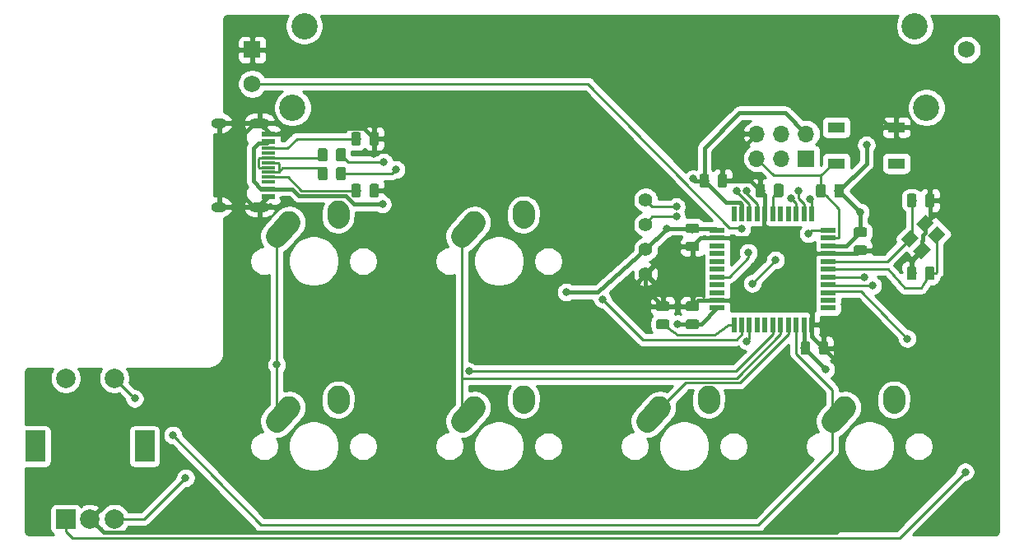
<source format=gbl>
G04 #@! TF.GenerationSoftware,KiCad,Pcbnew,(5.1.4)-1*
G04 #@! TF.CreationDate,2020-09-16T16:25:40+03:00*
G04 #@! TF.ProjectId,MacroBoardPcb,4d616372-6f42-46f6-9172-645063622e6b,rev?*
G04 #@! TF.SameCoordinates,Original*
G04 #@! TF.FileFunction,Copper,L2,Bot*
G04 #@! TF.FilePolarity,Positive*
%FSLAX46Y46*%
G04 Gerber Fmt 4.6, Leading zero omitted, Abs format (unit mm)*
G04 Created by KiCad (PCBNEW (5.1.4)-1) date 2020-09-16 16:25:40*
%MOMM*%
%LPD*%
G04 APERTURE LIST*
%ADD10C,1.397000*%
%ADD11C,1.200000*%
%ADD12C,0.100000*%
%ADD13R,1.450000X0.600000*%
%ADD14R,1.450000X0.300000*%
%ADD15O,2.100000X1.000000*%
%ADD16O,1.600000X1.000000*%
%ADD17R,1.500000X0.550000*%
%ADD18R,0.550000X1.500000*%
%ADD19R,2.000000X2.000000*%
%ADD20C,2.000000*%
%ADD21R,2.000000X3.200000*%
%ADD22R,1.800000X1.100000*%
%ADD23C,2.700000*%
%ADD24C,1.750000*%
%ADD25R,1.750000X1.750000*%
%ADD26C,0.975000*%
%ADD27C,2.250000*%
%ADD28C,2.250000*%
%ADD29O,1.700000X1.700000*%
%ADD30R,1.700000X1.700000*%
%ADD31C,0.800000*%
%ADD32C,0.381000*%
%ADD33C,0.254000*%
G04 APERTURE END LIST*
D10*
X158134193Y-93433132D03*
X158134193Y-90893132D03*
X158134193Y-88353132D03*
X158134193Y-85813132D03*
D11*
X186884919Y-88205919D03*
D12*
G36*
X186955630Y-87286680D02*
G01*
X187804158Y-88135208D01*
X186814208Y-89125158D01*
X185965680Y-88276630D01*
X186955630Y-87286680D01*
X186955630Y-87286680D01*
G37*
D11*
X185329284Y-89761554D03*
D12*
G36*
X185399995Y-88842315D02*
G01*
X186248523Y-89690843D01*
X185258573Y-90680793D01*
X184410045Y-89832265D01*
X185399995Y-88842315D01*
X185399995Y-88842315D01*
G37*
D11*
X186531365Y-90963635D03*
D12*
G36*
X186602076Y-90044396D02*
G01*
X187450604Y-90892924D01*
X186460654Y-91882874D01*
X185612126Y-91034346D01*
X186602076Y-90044396D01*
X186602076Y-90044396D01*
G37*
D11*
X188087000Y-89408000D03*
D12*
G36*
X188157711Y-88488761D02*
G01*
X189006239Y-89337289D01*
X188016289Y-90327239D01*
X187167761Y-89478711D01*
X188157711Y-88488761D01*
X188157711Y-88488761D01*
G37*
D13*
X119345000Y-78985000D03*
X119345000Y-85435000D03*
X119345000Y-79760000D03*
X119345000Y-84660000D03*
D14*
X119345000Y-83960000D03*
X119345000Y-80460000D03*
X119345000Y-83460000D03*
X119345000Y-80960000D03*
X119345000Y-82960000D03*
X119345000Y-81460000D03*
X119345000Y-81960000D03*
X119345000Y-82460000D03*
D15*
X118430000Y-86530000D03*
X118430000Y-77890000D03*
D16*
X114250000Y-86530000D03*
X114250000Y-77890000D03*
D17*
X165510000Y-88930000D03*
X165510000Y-89730000D03*
X165510000Y-90530000D03*
X165510000Y-91330000D03*
X165510000Y-92130000D03*
X165510000Y-92930000D03*
X165510000Y-93730000D03*
X165510000Y-94530000D03*
X165510000Y-95330000D03*
X165510000Y-96130000D03*
X165510000Y-96930000D03*
D18*
X167210000Y-98630000D03*
X168010000Y-98630000D03*
X168810000Y-98630000D03*
X169610000Y-98630000D03*
X170410000Y-98630000D03*
X171210000Y-98630000D03*
X172010000Y-98630000D03*
X172810000Y-98630000D03*
X173610000Y-98630000D03*
X174410000Y-98630000D03*
X175210000Y-98630000D03*
D17*
X176910000Y-96930000D03*
X176910000Y-96130000D03*
X176910000Y-95330000D03*
X176910000Y-94530000D03*
X176910000Y-93730000D03*
X176910000Y-92930000D03*
X176910000Y-92130000D03*
X176910000Y-91330000D03*
X176910000Y-90530000D03*
X176910000Y-89730000D03*
X176910000Y-88930000D03*
D18*
X175210000Y-87230000D03*
X174410000Y-87230000D03*
X173610000Y-87230000D03*
X172810000Y-87230000D03*
X172010000Y-87230000D03*
X171210000Y-87230000D03*
X170410000Y-87230000D03*
X169610000Y-87230000D03*
X168810000Y-87230000D03*
X168010000Y-87230000D03*
X167210000Y-87230000D03*
D19*
X98484193Y-118648132D03*
D20*
X100984193Y-118648132D03*
X103484193Y-118648132D03*
D21*
X95384193Y-111148132D03*
X106584193Y-111148132D03*
D20*
X98484193Y-104148132D03*
X103484193Y-104148132D03*
D22*
X177720000Y-78340000D03*
X183920000Y-82040000D03*
X177720000Y-82040000D03*
X183920000Y-78340000D03*
D23*
X187009193Y-76298132D03*
X121809193Y-76298132D03*
X185809193Y-67898132D03*
X123009193Y-67898132D03*
D24*
X191159193Y-70348132D03*
X117659193Y-73848132D03*
D25*
X117659193Y-70348132D03*
D12*
G36*
X176420142Y-84161174D02*
G01*
X176443803Y-84164684D01*
X176467007Y-84170496D01*
X176489529Y-84178554D01*
X176511153Y-84188782D01*
X176531670Y-84201079D01*
X176550883Y-84215329D01*
X176568607Y-84231393D01*
X176584671Y-84249117D01*
X176598921Y-84268330D01*
X176611218Y-84288847D01*
X176621446Y-84310471D01*
X176629504Y-84332993D01*
X176635316Y-84356197D01*
X176638826Y-84379858D01*
X176640000Y-84403750D01*
X176640000Y-85316250D01*
X176638826Y-85340142D01*
X176635316Y-85363803D01*
X176629504Y-85387007D01*
X176621446Y-85409529D01*
X176611218Y-85431153D01*
X176598921Y-85451670D01*
X176584671Y-85470883D01*
X176568607Y-85488607D01*
X176550883Y-85504671D01*
X176531670Y-85518921D01*
X176511153Y-85531218D01*
X176489529Y-85541446D01*
X176467007Y-85549504D01*
X176443803Y-85555316D01*
X176420142Y-85558826D01*
X176396250Y-85560000D01*
X175908750Y-85560000D01*
X175884858Y-85558826D01*
X175861197Y-85555316D01*
X175837993Y-85549504D01*
X175815471Y-85541446D01*
X175793847Y-85531218D01*
X175773330Y-85518921D01*
X175754117Y-85504671D01*
X175736393Y-85488607D01*
X175720329Y-85470883D01*
X175706079Y-85451670D01*
X175693782Y-85431153D01*
X175683554Y-85409529D01*
X175675496Y-85387007D01*
X175669684Y-85363803D01*
X175666174Y-85340142D01*
X175665000Y-85316250D01*
X175665000Y-84403750D01*
X175666174Y-84379858D01*
X175669684Y-84356197D01*
X175675496Y-84332993D01*
X175683554Y-84310471D01*
X175693782Y-84288847D01*
X175706079Y-84268330D01*
X175720329Y-84249117D01*
X175736393Y-84231393D01*
X175754117Y-84215329D01*
X175773330Y-84201079D01*
X175793847Y-84188782D01*
X175815471Y-84178554D01*
X175837993Y-84170496D01*
X175861197Y-84164684D01*
X175884858Y-84161174D01*
X175908750Y-84160000D01*
X176396250Y-84160000D01*
X176420142Y-84161174D01*
X176420142Y-84161174D01*
G37*
D26*
X176152500Y-84860000D03*
D12*
G36*
X178295142Y-84161174D02*
G01*
X178318803Y-84164684D01*
X178342007Y-84170496D01*
X178364529Y-84178554D01*
X178386153Y-84188782D01*
X178406670Y-84201079D01*
X178425883Y-84215329D01*
X178443607Y-84231393D01*
X178459671Y-84249117D01*
X178473921Y-84268330D01*
X178486218Y-84288847D01*
X178496446Y-84310471D01*
X178504504Y-84332993D01*
X178510316Y-84356197D01*
X178513826Y-84379858D01*
X178515000Y-84403750D01*
X178515000Y-85316250D01*
X178513826Y-85340142D01*
X178510316Y-85363803D01*
X178504504Y-85387007D01*
X178496446Y-85409529D01*
X178486218Y-85431153D01*
X178473921Y-85451670D01*
X178459671Y-85470883D01*
X178443607Y-85488607D01*
X178425883Y-85504671D01*
X178406670Y-85518921D01*
X178386153Y-85531218D01*
X178364529Y-85541446D01*
X178342007Y-85549504D01*
X178318803Y-85555316D01*
X178295142Y-85558826D01*
X178271250Y-85560000D01*
X177783750Y-85560000D01*
X177759858Y-85558826D01*
X177736197Y-85555316D01*
X177712993Y-85549504D01*
X177690471Y-85541446D01*
X177668847Y-85531218D01*
X177648330Y-85518921D01*
X177629117Y-85504671D01*
X177611393Y-85488607D01*
X177595329Y-85470883D01*
X177581079Y-85451670D01*
X177568782Y-85431153D01*
X177558554Y-85409529D01*
X177550496Y-85387007D01*
X177544684Y-85363803D01*
X177541174Y-85340142D01*
X177540000Y-85316250D01*
X177540000Y-84403750D01*
X177541174Y-84379858D01*
X177544684Y-84356197D01*
X177550496Y-84332993D01*
X177558554Y-84310471D01*
X177568782Y-84288847D01*
X177581079Y-84268330D01*
X177595329Y-84249117D01*
X177611393Y-84231393D01*
X177629117Y-84215329D01*
X177648330Y-84201079D01*
X177668847Y-84188782D01*
X177690471Y-84178554D01*
X177712993Y-84170496D01*
X177736197Y-84164684D01*
X177759858Y-84161174D01*
X177783750Y-84160000D01*
X178271250Y-84160000D01*
X178295142Y-84161174D01*
X178295142Y-84161174D01*
G37*
D26*
X178027500Y-84860000D03*
D12*
G36*
X125187142Y-82390924D02*
G01*
X125210803Y-82394434D01*
X125234007Y-82400246D01*
X125256529Y-82408304D01*
X125278153Y-82418532D01*
X125298670Y-82430829D01*
X125317883Y-82445079D01*
X125335607Y-82461143D01*
X125351671Y-82478867D01*
X125365921Y-82498080D01*
X125378218Y-82518597D01*
X125388446Y-82540221D01*
X125396504Y-82562743D01*
X125402316Y-82585947D01*
X125405826Y-82609608D01*
X125407000Y-82633500D01*
X125407000Y-83546000D01*
X125405826Y-83569892D01*
X125402316Y-83593553D01*
X125396504Y-83616757D01*
X125388446Y-83639279D01*
X125378218Y-83660903D01*
X125365921Y-83681420D01*
X125351671Y-83700633D01*
X125335607Y-83718357D01*
X125317883Y-83734421D01*
X125298670Y-83748671D01*
X125278153Y-83760968D01*
X125256529Y-83771196D01*
X125234007Y-83779254D01*
X125210803Y-83785066D01*
X125187142Y-83788576D01*
X125163250Y-83789750D01*
X124675750Y-83789750D01*
X124651858Y-83788576D01*
X124628197Y-83785066D01*
X124604993Y-83779254D01*
X124582471Y-83771196D01*
X124560847Y-83760968D01*
X124540330Y-83748671D01*
X124521117Y-83734421D01*
X124503393Y-83718357D01*
X124487329Y-83700633D01*
X124473079Y-83681420D01*
X124460782Y-83660903D01*
X124450554Y-83639279D01*
X124442496Y-83616757D01*
X124436684Y-83593553D01*
X124433174Y-83569892D01*
X124432000Y-83546000D01*
X124432000Y-82633500D01*
X124433174Y-82609608D01*
X124436684Y-82585947D01*
X124442496Y-82562743D01*
X124450554Y-82540221D01*
X124460782Y-82518597D01*
X124473079Y-82498080D01*
X124487329Y-82478867D01*
X124503393Y-82461143D01*
X124521117Y-82445079D01*
X124540330Y-82430829D01*
X124560847Y-82418532D01*
X124582471Y-82408304D01*
X124604993Y-82400246D01*
X124628197Y-82394434D01*
X124651858Y-82390924D01*
X124675750Y-82389750D01*
X125163250Y-82389750D01*
X125187142Y-82390924D01*
X125187142Y-82390924D01*
G37*
D26*
X124919500Y-83089750D03*
D12*
G36*
X127062142Y-82390924D02*
G01*
X127085803Y-82394434D01*
X127109007Y-82400246D01*
X127131529Y-82408304D01*
X127153153Y-82418532D01*
X127173670Y-82430829D01*
X127192883Y-82445079D01*
X127210607Y-82461143D01*
X127226671Y-82478867D01*
X127240921Y-82498080D01*
X127253218Y-82518597D01*
X127263446Y-82540221D01*
X127271504Y-82562743D01*
X127277316Y-82585947D01*
X127280826Y-82609608D01*
X127282000Y-82633500D01*
X127282000Y-83546000D01*
X127280826Y-83569892D01*
X127277316Y-83593553D01*
X127271504Y-83616757D01*
X127263446Y-83639279D01*
X127253218Y-83660903D01*
X127240921Y-83681420D01*
X127226671Y-83700633D01*
X127210607Y-83718357D01*
X127192883Y-83734421D01*
X127173670Y-83748671D01*
X127153153Y-83760968D01*
X127131529Y-83771196D01*
X127109007Y-83779254D01*
X127085803Y-83785066D01*
X127062142Y-83788576D01*
X127038250Y-83789750D01*
X126550750Y-83789750D01*
X126526858Y-83788576D01*
X126503197Y-83785066D01*
X126479993Y-83779254D01*
X126457471Y-83771196D01*
X126435847Y-83760968D01*
X126415330Y-83748671D01*
X126396117Y-83734421D01*
X126378393Y-83718357D01*
X126362329Y-83700633D01*
X126348079Y-83681420D01*
X126335782Y-83660903D01*
X126325554Y-83639279D01*
X126317496Y-83616757D01*
X126311684Y-83593553D01*
X126308174Y-83569892D01*
X126307000Y-83546000D01*
X126307000Y-82633500D01*
X126308174Y-82609608D01*
X126311684Y-82585947D01*
X126317496Y-82562743D01*
X126325554Y-82540221D01*
X126335782Y-82518597D01*
X126348079Y-82498080D01*
X126362329Y-82478867D01*
X126378393Y-82461143D01*
X126396117Y-82445079D01*
X126415330Y-82430829D01*
X126435847Y-82418532D01*
X126457471Y-82408304D01*
X126479993Y-82400246D01*
X126503197Y-82394434D01*
X126526858Y-82390924D01*
X126550750Y-82389750D01*
X127038250Y-82389750D01*
X127062142Y-82390924D01*
X127062142Y-82390924D01*
G37*
D26*
X126794500Y-83089750D03*
D12*
G36*
X125179142Y-80454174D02*
G01*
X125202803Y-80457684D01*
X125226007Y-80463496D01*
X125248529Y-80471554D01*
X125270153Y-80481782D01*
X125290670Y-80494079D01*
X125309883Y-80508329D01*
X125327607Y-80524393D01*
X125343671Y-80542117D01*
X125357921Y-80561330D01*
X125370218Y-80581847D01*
X125380446Y-80603471D01*
X125388504Y-80625993D01*
X125394316Y-80649197D01*
X125397826Y-80672858D01*
X125399000Y-80696750D01*
X125399000Y-81609250D01*
X125397826Y-81633142D01*
X125394316Y-81656803D01*
X125388504Y-81680007D01*
X125380446Y-81702529D01*
X125370218Y-81724153D01*
X125357921Y-81744670D01*
X125343671Y-81763883D01*
X125327607Y-81781607D01*
X125309883Y-81797671D01*
X125290670Y-81811921D01*
X125270153Y-81824218D01*
X125248529Y-81834446D01*
X125226007Y-81842504D01*
X125202803Y-81848316D01*
X125179142Y-81851826D01*
X125155250Y-81853000D01*
X124667750Y-81853000D01*
X124643858Y-81851826D01*
X124620197Y-81848316D01*
X124596993Y-81842504D01*
X124574471Y-81834446D01*
X124552847Y-81824218D01*
X124532330Y-81811921D01*
X124513117Y-81797671D01*
X124495393Y-81781607D01*
X124479329Y-81763883D01*
X124465079Y-81744670D01*
X124452782Y-81724153D01*
X124442554Y-81702529D01*
X124434496Y-81680007D01*
X124428684Y-81656803D01*
X124425174Y-81633142D01*
X124424000Y-81609250D01*
X124424000Y-80696750D01*
X124425174Y-80672858D01*
X124428684Y-80649197D01*
X124434496Y-80625993D01*
X124442554Y-80603471D01*
X124452782Y-80581847D01*
X124465079Y-80561330D01*
X124479329Y-80542117D01*
X124495393Y-80524393D01*
X124513117Y-80508329D01*
X124532330Y-80494079D01*
X124552847Y-80481782D01*
X124574471Y-80471554D01*
X124596993Y-80463496D01*
X124620197Y-80457684D01*
X124643858Y-80454174D01*
X124667750Y-80453000D01*
X125155250Y-80453000D01*
X125179142Y-80454174D01*
X125179142Y-80454174D01*
G37*
D26*
X124911500Y-81153000D03*
D12*
G36*
X127054142Y-80454174D02*
G01*
X127077803Y-80457684D01*
X127101007Y-80463496D01*
X127123529Y-80471554D01*
X127145153Y-80481782D01*
X127165670Y-80494079D01*
X127184883Y-80508329D01*
X127202607Y-80524393D01*
X127218671Y-80542117D01*
X127232921Y-80561330D01*
X127245218Y-80581847D01*
X127255446Y-80603471D01*
X127263504Y-80625993D01*
X127269316Y-80649197D01*
X127272826Y-80672858D01*
X127274000Y-80696750D01*
X127274000Y-81609250D01*
X127272826Y-81633142D01*
X127269316Y-81656803D01*
X127263504Y-81680007D01*
X127255446Y-81702529D01*
X127245218Y-81724153D01*
X127232921Y-81744670D01*
X127218671Y-81763883D01*
X127202607Y-81781607D01*
X127184883Y-81797671D01*
X127165670Y-81811921D01*
X127145153Y-81824218D01*
X127123529Y-81834446D01*
X127101007Y-81842504D01*
X127077803Y-81848316D01*
X127054142Y-81851826D01*
X127030250Y-81853000D01*
X126542750Y-81853000D01*
X126518858Y-81851826D01*
X126495197Y-81848316D01*
X126471993Y-81842504D01*
X126449471Y-81834446D01*
X126427847Y-81824218D01*
X126407330Y-81811921D01*
X126388117Y-81797671D01*
X126370393Y-81781607D01*
X126354329Y-81763883D01*
X126340079Y-81744670D01*
X126327782Y-81724153D01*
X126317554Y-81702529D01*
X126309496Y-81680007D01*
X126303684Y-81656803D01*
X126300174Y-81633142D01*
X126299000Y-81609250D01*
X126299000Y-80696750D01*
X126300174Y-80672858D01*
X126303684Y-80649197D01*
X126309496Y-80625993D01*
X126317554Y-80603471D01*
X126327782Y-80581847D01*
X126340079Y-80561330D01*
X126354329Y-80542117D01*
X126370393Y-80524393D01*
X126388117Y-80508329D01*
X126407330Y-80494079D01*
X126427847Y-80481782D01*
X126449471Y-80471554D01*
X126471993Y-80463496D01*
X126495197Y-80457684D01*
X126518858Y-80454174D01*
X126542750Y-80453000D01*
X127030250Y-80453000D01*
X127054142Y-80454174D01*
X127054142Y-80454174D01*
G37*
D26*
X126786500Y-81153000D03*
D12*
G36*
X160373142Y-98114174D02*
G01*
X160396803Y-98117684D01*
X160420007Y-98123496D01*
X160442529Y-98131554D01*
X160464153Y-98141782D01*
X160484670Y-98154079D01*
X160503883Y-98168329D01*
X160521607Y-98184393D01*
X160537671Y-98202117D01*
X160551921Y-98221330D01*
X160564218Y-98241847D01*
X160574446Y-98263471D01*
X160582504Y-98285993D01*
X160588316Y-98309197D01*
X160591826Y-98332858D01*
X160593000Y-98356750D01*
X160593000Y-98844250D01*
X160591826Y-98868142D01*
X160588316Y-98891803D01*
X160582504Y-98915007D01*
X160574446Y-98937529D01*
X160564218Y-98959153D01*
X160551921Y-98979670D01*
X160537671Y-98998883D01*
X160521607Y-99016607D01*
X160503883Y-99032671D01*
X160484670Y-99046921D01*
X160464153Y-99059218D01*
X160442529Y-99069446D01*
X160420007Y-99077504D01*
X160396803Y-99083316D01*
X160373142Y-99086826D01*
X160349250Y-99088000D01*
X159436750Y-99088000D01*
X159412858Y-99086826D01*
X159389197Y-99083316D01*
X159365993Y-99077504D01*
X159343471Y-99069446D01*
X159321847Y-99059218D01*
X159301330Y-99046921D01*
X159282117Y-99032671D01*
X159264393Y-99016607D01*
X159248329Y-98998883D01*
X159234079Y-98979670D01*
X159221782Y-98959153D01*
X159211554Y-98937529D01*
X159203496Y-98915007D01*
X159197684Y-98891803D01*
X159194174Y-98868142D01*
X159193000Y-98844250D01*
X159193000Y-98356750D01*
X159194174Y-98332858D01*
X159197684Y-98309197D01*
X159203496Y-98285993D01*
X159211554Y-98263471D01*
X159221782Y-98241847D01*
X159234079Y-98221330D01*
X159248329Y-98202117D01*
X159264393Y-98184393D01*
X159282117Y-98168329D01*
X159301330Y-98154079D01*
X159321847Y-98141782D01*
X159343471Y-98131554D01*
X159365993Y-98123496D01*
X159389197Y-98117684D01*
X159412858Y-98114174D01*
X159436750Y-98113000D01*
X160349250Y-98113000D01*
X160373142Y-98114174D01*
X160373142Y-98114174D01*
G37*
D26*
X159893000Y-98600500D03*
D12*
G36*
X160373142Y-96239174D02*
G01*
X160396803Y-96242684D01*
X160420007Y-96248496D01*
X160442529Y-96256554D01*
X160464153Y-96266782D01*
X160484670Y-96279079D01*
X160503883Y-96293329D01*
X160521607Y-96309393D01*
X160537671Y-96327117D01*
X160551921Y-96346330D01*
X160564218Y-96366847D01*
X160574446Y-96388471D01*
X160582504Y-96410993D01*
X160588316Y-96434197D01*
X160591826Y-96457858D01*
X160593000Y-96481750D01*
X160593000Y-96969250D01*
X160591826Y-96993142D01*
X160588316Y-97016803D01*
X160582504Y-97040007D01*
X160574446Y-97062529D01*
X160564218Y-97084153D01*
X160551921Y-97104670D01*
X160537671Y-97123883D01*
X160521607Y-97141607D01*
X160503883Y-97157671D01*
X160484670Y-97171921D01*
X160464153Y-97184218D01*
X160442529Y-97194446D01*
X160420007Y-97202504D01*
X160396803Y-97208316D01*
X160373142Y-97211826D01*
X160349250Y-97213000D01*
X159436750Y-97213000D01*
X159412858Y-97211826D01*
X159389197Y-97208316D01*
X159365993Y-97202504D01*
X159343471Y-97194446D01*
X159321847Y-97184218D01*
X159301330Y-97171921D01*
X159282117Y-97157671D01*
X159264393Y-97141607D01*
X159248329Y-97123883D01*
X159234079Y-97104670D01*
X159221782Y-97084153D01*
X159211554Y-97062529D01*
X159203496Y-97040007D01*
X159197684Y-97016803D01*
X159194174Y-96993142D01*
X159193000Y-96969250D01*
X159193000Y-96481750D01*
X159194174Y-96457858D01*
X159197684Y-96434197D01*
X159203496Y-96410993D01*
X159211554Y-96388471D01*
X159221782Y-96366847D01*
X159234079Y-96346330D01*
X159248329Y-96327117D01*
X159264393Y-96309393D01*
X159282117Y-96293329D01*
X159301330Y-96279079D01*
X159321847Y-96266782D01*
X159343471Y-96256554D01*
X159365993Y-96248496D01*
X159389197Y-96242684D01*
X159412858Y-96239174D01*
X159436750Y-96238000D01*
X160349250Y-96238000D01*
X160373142Y-96239174D01*
X160373142Y-96239174D01*
G37*
D26*
X159893000Y-96725500D03*
D12*
G36*
X128616142Y-84137174D02*
G01*
X128639803Y-84140684D01*
X128663007Y-84146496D01*
X128685529Y-84154554D01*
X128707153Y-84164782D01*
X128727670Y-84177079D01*
X128746883Y-84191329D01*
X128764607Y-84207393D01*
X128780671Y-84225117D01*
X128794921Y-84244330D01*
X128807218Y-84264847D01*
X128817446Y-84286471D01*
X128825504Y-84308993D01*
X128831316Y-84332197D01*
X128834826Y-84355858D01*
X128836000Y-84379750D01*
X128836000Y-85292250D01*
X128834826Y-85316142D01*
X128831316Y-85339803D01*
X128825504Y-85363007D01*
X128817446Y-85385529D01*
X128807218Y-85407153D01*
X128794921Y-85427670D01*
X128780671Y-85446883D01*
X128764607Y-85464607D01*
X128746883Y-85480671D01*
X128727670Y-85494921D01*
X128707153Y-85507218D01*
X128685529Y-85517446D01*
X128663007Y-85525504D01*
X128639803Y-85531316D01*
X128616142Y-85534826D01*
X128592250Y-85536000D01*
X128104750Y-85536000D01*
X128080858Y-85534826D01*
X128057197Y-85531316D01*
X128033993Y-85525504D01*
X128011471Y-85517446D01*
X127989847Y-85507218D01*
X127969330Y-85494921D01*
X127950117Y-85480671D01*
X127932393Y-85464607D01*
X127916329Y-85446883D01*
X127902079Y-85427670D01*
X127889782Y-85407153D01*
X127879554Y-85385529D01*
X127871496Y-85363007D01*
X127865684Y-85339803D01*
X127862174Y-85316142D01*
X127861000Y-85292250D01*
X127861000Y-84379750D01*
X127862174Y-84355858D01*
X127865684Y-84332197D01*
X127871496Y-84308993D01*
X127879554Y-84286471D01*
X127889782Y-84264847D01*
X127902079Y-84244330D01*
X127916329Y-84225117D01*
X127932393Y-84207393D01*
X127950117Y-84191329D01*
X127969330Y-84177079D01*
X127989847Y-84164782D01*
X128011471Y-84154554D01*
X128033993Y-84146496D01*
X128057197Y-84140684D01*
X128080858Y-84137174D01*
X128104750Y-84136000D01*
X128592250Y-84136000D01*
X128616142Y-84137174D01*
X128616142Y-84137174D01*
G37*
D26*
X128348500Y-84836000D03*
D12*
G36*
X130491142Y-84137174D02*
G01*
X130514803Y-84140684D01*
X130538007Y-84146496D01*
X130560529Y-84154554D01*
X130582153Y-84164782D01*
X130602670Y-84177079D01*
X130621883Y-84191329D01*
X130639607Y-84207393D01*
X130655671Y-84225117D01*
X130669921Y-84244330D01*
X130682218Y-84264847D01*
X130692446Y-84286471D01*
X130700504Y-84308993D01*
X130706316Y-84332197D01*
X130709826Y-84355858D01*
X130711000Y-84379750D01*
X130711000Y-85292250D01*
X130709826Y-85316142D01*
X130706316Y-85339803D01*
X130700504Y-85363007D01*
X130692446Y-85385529D01*
X130682218Y-85407153D01*
X130669921Y-85427670D01*
X130655671Y-85446883D01*
X130639607Y-85464607D01*
X130621883Y-85480671D01*
X130602670Y-85494921D01*
X130582153Y-85507218D01*
X130560529Y-85517446D01*
X130538007Y-85525504D01*
X130514803Y-85531316D01*
X130491142Y-85534826D01*
X130467250Y-85536000D01*
X129979750Y-85536000D01*
X129955858Y-85534826D01*
X129932197Y-85531316D01*
X129908993Y-85525504D01*
X129886471Y-85517446D01*
X129864847Y-85507218D01*
X129844330Y-85494921D01*
X129825117Y-85480671D01*
X129807393Y-85464607D01*
X129791329Y-85446883D01*
X129777079Y-85427670D01*
X129764782Y-85407153D01*
X129754554Y-85385529D01*
X129746496Y-85363007D01*
X129740684Y-85339803D01*
X129737174Y-85316142D01*
X129736000Y-85292250D01*
X129736000Y-84379750D01*
X129737174Y-84355858D01*
X129740684Y-84332197D01*
X129746496Y-84308993D01*
X129754554Y-84286471D01*
X129764782Y-84264847D01*
X129777079Y-84244330D01*
X129791329Y-84225117D01*
X129807393Y-84207393D01*
X129825117Y-84191329D01*
X129844330Y-84177079D01*
X129864847Y-84164782D01*
X129886471Y-84154554D01*
X129908993Y-84146496D01*
X129932197Y-84140684D01*
X129955858Y-84137174D01*
X129979750Y-84136000D01*
X130467250Y-84136000D01*
X130491142Y-84137174D01*
X130491142Y-84137174D01*
G37*
D26*
X130223500Y-84836000D03*
D12*
G36*
X128616142Y-78803174D02*
G01*
X128639803Y-78806684D01*
X128663007Y-78812496D01*
X128685529Y-78820554D01*
X128707153Y-78830782D01*
X128727670Y-78843079D01*
X128746883Y-78857329D01*
X128764607Y-78873393D01*
X128780671Y-78891117D01*
X128794921Y-78910330D01*
X128807218Y-78930847D01*
X128817446Y-78952471D01*
X128825504Y-78974993D01*
X128831316Y-78998197D01*
X128834826Y-79021858D01*
X128836000Y-79045750D01*
X128836000Y-79958250D01*
X128834826Y-79982142D01*
X128831316Y-80005803D01*
X128825504Y-80029007D01*
X128817446Y-80051529D01*
X128807218Y-80073153D01*
X128794921Y-80093670D01*
X128780671Y-80112883D01*
X128764607Y-80130607D01*
X128746883Y-80146671D01*
X128727670Y-80160921D01*
X128707153Y-80173218D01*
X128685529Y-80183446D01*
X128663007Y-80191504D01*
X128639803Y-80197316D01*
X128616142Y-80200826D01*
X128592250Y-80202000D01*
X128104750Y-80202000D01*
X128080858Y-80200826D01*
X128057197Y-80197316D01*
X128033993Y-80191504D01*
X128011471Y-80183446D01*
X127989847Y-80173218D01*
X127969330Y-80160921D01*
X127950117Y-80146671D01*
X127932393Y-80130607D01*
X127916329Y-80112883D01*
X127902079Y-80093670D01*
X127889782Y-80073153D01*
X127879554Y-80051529D01*
X127871496Y-80029007D01*
X127865684Y-80005803D01*
X127862174Y-79982142D01*
X127861000Y-79958250D01*
X127861000Y-79045750D01*
X127862174Y-79021858D01*
X127865684Y-78998197D01*
X127871496Y-78974993D01*
X127879554Y-78952471D01*
X127889782Y-78930847D01*
X127902079Y-78910330D01*
X127916329Y-78891117D01*
X127932393Y-78873393D01*
X127950117Y-78857329D01*
X127969330Y-78843079D01*
X127989847Y-78830782D01*
X128011471Y-78820554D01*
X128033993Y-78812496D01*
X128057197Y-78806684D01*
X128080858Y-78803174D01*
X128104750Y-78802000D01*
X128592250Y-78802000D01*
X128616142Y-78803174D01*
X128616142Y-78803174D01*
G37*
D26*
X128348500Y-79502000D03*
D12*
G36*
X130491142Y-78803174D02*
G01*
X130514803Y-78806684D01*
X130538007Y-78812496D01*
X130560529Y-78820554D01*
X130582153Y-78830782D01*
X130602670Y-78843079D01*
X130621883Y-78857329D01*
X130639607Y-78873393D01*
X130655671Y-78891117D01*
X130669921Y-78910330D01*
X130682218Y-78930847D01*
X130692446Y-78952471D01*
X130700504Y-78974993D01*
X130706316Y-78998197D01*
X130709826Y-79021858D01*
X130711000Y-79045750D01*
X130711000Y-79958250D01*
X130709826Y-79982142D01*
X130706316Y-80005803D01*
X130700504Y-80029007D01*
X130692446Y-80051529D01*
X130682218Y-80073153D01*
X130669921Y-80093670D01*
X130655671Y-80112883D01*
X130639607Y-80130607D01*
X130621883Y-80146671D01*
X130602670Y-80160921D01*
X130582153Y-80173218D01*
X130560529Y-80183446D01*
X130538007Y-80191504D01*
X130514803Y-80197316D01*
X130491142Y-80200826D01*
X130467250Y-80202000D01*
X129979750Y-80202000D01*
X129955858Y-80200826D01*
X129932197Y-80197316D01*
X129908993Y-80191504D01*
X129886471Y-80183446D01*
X129864847Y-80173218D01*
X129844330Y-80160921D01*
X129825117Y-80146671D01*
X129807393Y-80130607D01*
X129791329Y-80112883D01*
X129777079Y-80093670D01*
X129764782Y-80073153D01*
X129754554Y-80051529D01*
X129746496Y-80029007D01*
X129740684Y-80005803D01*
X129737174Y-79982142D01*
X129736000Y-79958250D01*
X129736000Y-79045750D01*
X129737174Y-79021858D01*
X129740684Y-78998197D01*
X129746496Y-78974993D01*
X129754554Y-78952471D01*
X129764782Y-78930847D01*
X129777079Y-78910330D01*
X129791329Y-78891117D01*
X129807393Y-78873393D01*
X129825117Y-78857329D01*
X129844330Y-78843079D01*
X129864847Y-78830782D01*
X129886471Y-78820554D01*
X129908993Y-78812496D01*
X129932197Y-78806684D01*
X129955858Y-78803174D01*
X129979750Y-78802000D01*
X130467250Y-78802000D01*
X130491142Y-78803174D01*
X130491142Y-78803174D01*
G37*
D26*
X130223500Y-79502000D03*
D27*
X159584193Y-107148132D03*
X158929194Y-107878132D03*
D28*
X158274193Y-108608132D02*
X159584195Y-107148132D01*
D27*
X164624193Y-106068132D03*
X164604193Y-106358132D03*
D28*
X164584193Y-106648132D02*
X164624193Y-106068132D01*
D27*
X140534193Y-107148132D03*
X139879194Y-107878132D03*
D28*
X139224193Y-108608132D02*
X140534195Y-107148132D01*
D27*
X145574193Y-106068132D03*
X145554193Y-106358132D03*
D28*
X145534193Y-106648132D02*
X145574193Y-106068132D01*
D27*
X121484193Y-107148132D03*
X120829194Y-107878132D03*
D28*
X120174193Y-108608132D02*
X121484195Y-107148132D01*
D27*
X126524193Y-106068132D03*
X126504193Y-106358132D03*
D28*
X126484193Y-106648132D02*
X126524193Y-106068132D01*
D27*
X178634193Y-107148132D03*
X177979194Y-107878132D03*
D28*
X177324193Y-108608132D02*
X178634195Y-107148132D01*
D27*
X183674193Y-106068132D03*
X183654193Y-106358132D03*
D28*
X183634193Y-106648132D02*
X183674193Y-106068132D01*
D27*
X140534193Y-88098132D03*
X139879194Y-88828132D03*
D28*
X139224193Y-89558132D02*
X140534195Y-88098132D01*
D27*
X145574193Y-87018132D03*
X145554193Y-87308132D03*
D28*
X145534193Y-87598132D02*
X145574193Y-87018132D01*
D27*
X121484193Y-88098132D03*
X120829194Y-88828132D03*
D28*
X120174193Y-89558132D02*
X121484195Y-88098132D01*
D27*
X126524193Y-87018132D03*
X126504193Y-87308132D03*
D28*
X126484193Y-87598132D02*
X126524193Y-87018132D01*
D29*
X169560000Y-78990000D03*
X169560000Y-81530000D03*
X172100000Y-78990000D03*
X172100000Y-81530000D03*
X174640000Y-78990000D03*
D30*
X174640000Y-81530000D03*
D12*
G36*
X187641142Y-85153174D02*
G01*
X187664803Y-85156684D01*
X187688007Y-85162496D01*
X187710529Y-85170554D01*
X187732153Y-85180782D01*
X187752670Y-85193079D01*
X187771883Y-85207329D01*
X187789607Y-85223393D01*
X187805671Y-85241117D01*
X187819921Y-85260330D01*
X187832218Y-85280847D01*
X187842446Y-85302471D01*
X187850504Y-85324993D01*
X187856316Y-85348197D01*
X187859826Y-85371858D01*
X187861000Y-85395750D01*
X187861000Y-86308250D01*
X187859826Y-86332142D01*
X187856316Y-86355803D01*
X187850504Y-86379007D01*
X187842446Y-86401529D01*
X187832218Y-86423153D01*
X187819921Y-86443670D01*
X187805671Y-86462883D01*
X187789607Y-86480607D01*
X187771883Y-86496671D01*
X187752670Y-86510921D01*
X187732153Y-86523218D01*
X187710529Y-86533446D01*
X187688007Y-86541504D01*
X187664803Y-86547316D01*
X187641142Y-86550826D01*
X187617250Y-86552000D01*
X187129750Y-86552000D01*
X187105858Y-86550826D01*
X187082197Y-86547316D01*
X187058993Y-86541504D01*
X187036471Y-86533446D01*
X187014847Y-86523218D01*
X186994330Y-86510921D01*
X186975117Y-86496671D01*
X186957393Y-86480607D01*
X186941329Y-86462883D01*
X186927079Y-86443670D01*
X186914782Y-86423153D01*
X186904554Y-86401529D01*
X186896496Y-86379007D01*
X186890684Y-86355803D01*
X186887174Y-86332142D01*
X186886000Y-86308250D01*
X186886000Y-85395750D01*
X186887174Y-85371858D01*
X186890684Y-85348197D01*
X186896496Y-85324993D01*
X186904554Y-85302471D01*
X186914782Y-85280847D01*
X186927079Y-85260330D01*
X186941329Y-85241117D01*
X186957393Y-85223393D01*
X186975117Y-85207329D01*
X186994330Y-85193079D01*
X187014847Y-85180782D01*
X187036471Y-85170554D01*
X187058993Y-85162496D01*
X187082197Y-85156684D01*
X187105858Y-85153174D01*
X187129750Y-85152000D01*
X187617250Y-85152000D01*
X187641142Y-85153174D01*
X187641142Y-85153174D01*
G37*
D26*
X187373500Y-85852000D03*
D12*
G36*
X185766142Y-85153174D02*
G01*
X185789803Y-85156684D01*
X185813007Y-85162496D01*
X185835529Y-85170554D01*
X185857153Y-85180782D01*
X185877670Y-85193079D01*
X185896883Y-85207329D01*
X185914607Y-85223393D01*
X185930671Y-85241117D01*
X185944921Y-85260330D01*
X185957218Y-85280847D01*
X185967446Y-85302471D01*
X185975504Y-85324993D01*
X185981316Y-85348197D01*
X185984826Y-85371858D01*
X185986000Y-85395750D01*
X185986000Y-86308250D01*
X185984826Y-86332142D01*
X185981316Y-86355803D01*
X185975504Y-86379007D01*
X185967446Y-86401529D01*
X185957218Y-86423153D01*
X185944921Y-86443670D01*
X185930671Y-86462883D01*
X185914607Y-86480607D01*
X185896883Y-86496671D01*
X185877670Y-86510921D01*
X185857153Y-86523218D01*
X185835529Y-86533446D01*
X185813007Y-86541504D01*
X185789803Y-86547316D01*
X185766142Y-86550826D01*
X185742250Y-86552000D01*
X185254750Y-86552000D01*
X185230858Y-86550826D01*
X185207197Y-86547316D01*
X185183993Y-86541504D01*
X185161471Y-86533446D01*
X185139847Y-86523218D01*
X185119330Y-86510921D01*
X185100117Y-86496671D01*
X185082393Y-86480607D01*
X185066329Y-86462883D01*
X185052079Y-86443670D01*
X185039782Y-86423153D01*
X185029554Y-86401529D01*
X185021496Y-86379007D01*
X185015684Y-86355803D01*
X185012174Y-86332142D01*
X185011000Y-86308250D01*
X185011000Y-85395750D01*
X185012174Y-85371858D01*
X185015684Y-85348197D01*
X185021496Y-85324993D01*
X185029554Y-85302471D01*
X185039782Y-85280847D01*
X185052079Y-85260330D01*
X185066329Y-85241117D01*
X185082393Y-85223393D01*
X185100117Y-85207329D01*
X185119330Y-85193079D01*
X185139847Y-85180782D01*
X185161471Y-85170554D01*
X185183993Y-85162496D01*
X185207197Y-85156684D01*
X185230858Y-85153174D01*
X185254750Y-85152000D01*
X185742250Y-85152000D01*
X185766142Y-85153174D01*
X185766142Y-85153174D01*
G37*
D26*
X185498500Y-85852000D03*
D12*
G36*
X185766142Y-92646174D02*
G01*
X185789803Y-92649684D01*
X185813007Y-92655496D01*
X185835529Y-92663554D01*
X185857153Y-92673782D01*
X185877670Y-92686079D01*
X185896883Y-92700329D01*
X185914607Y-92716393D01*
X185930671Y-92734117D01*
X185944921Y-92753330D01*
X185957218Y-92773847D01*
X185967446Y-92795471D01*
X185975504Y-92817993D01*
X185981316Y-92841197D01*
X185984826Y-92864858D01*
X185986000Y-92888750D01*
X185986000Y-93801250D01*
X185984826Y-93825142D01*
X185981316Y-93848803D01*
X185975504Y-93872007D01*
X185967446Y-93894529D01*
X185957218Y-93916153D01*
X185944921Y-93936670D01*
X185930671Y-93955883D01*
X185914607Y-93973607D01*
X185896883Y-93989671D01*
X185877670Y-94003921D01*
X185857153Y-94016218D01*
X185835529Y-94026446D01*
X185813007Y-94034504D01*
X185789803Y-94040316D01*
X185766142Y-94043826D01*
X185742250Y-94045000D01*
X185254750Y-94045000D01*
X185230858Y-94043826D01*
X185207197Y-94040316D01*
X185183993Y-94034504D01*
X185161471Y-94026446D01*
X185139847Y-94016218D01*
X185119330Y-94003921D01*
X185100117Y-93989671D01*
X185082393Y-93973607D01*
X185066329Y-93955883D01*
X185052079Y-93936670D01*
X185039782Y-93916153D01*
X185029554Y-93894529D01*
X185021496Y-93872007D01*
X185015684Y-93848803D01*
X185012174Y-93825142D01*
X185011000Y-93801250D01*
X185011000Y-92888750D01*
X185012174Y-92864858D01*
X185015684Y-92841197D01*
X185021496Y-92817993D01*
X185029554Y-92795471D01*
X185039782Y-92773847D01*
X185052079Y-92753330D01*
X185066329Y-92734117D01*
X185082393Y-92716393D01*
X185100117Y-92700329D01*
X185119330Y-92686079D01*
X185139847Y-92673782D01*
X185161471Y-92663554D01*
X185183993Y-92655496D01*
X185207197Y-92649684D01*
X185230858Y-92646174D01*
X185254750Y-92645000D01*
X185742250Y-92645000D01*
X185766142Y-92646174D01*
X185766142Y-92646174D01*
G37*
D26*
X185498500Y-93345000D03*
D12*
G36*
X187641142Y-92646174D02*
G01*
X187664803Y-92649684D01*
X187688007Y-92655496D01*
X187710529Y-92663554D01*
X187732153Y-92673782D01*
X187752670Y-92686079D01*
X187771883Y-92700329D01*
X187789607Y-92716393D01*
X187805671Y-92734117D01*
X187819921Y-92753330D01*
X187832218Y-92773847D01*
X187842446Y-92795471D01*
X187850504Y-92817993D01*
X187856316Y-92841197D01*
X187859826Y-92864858D01*
X187861000Y-92888750D01*
X187861000Y-93801250D01*
X187859826Y-93825142D01*
X187856316Y-93848803D01*
X187850504Y-93872007D01*
X187842446Y-93894529D01*
X187832218Y-93916153D01*
X187819921Y-93936670D01*
X187805671Y-93955883D01*
X187789607Y-93973607D01*
X187771883Y-93989671D01*
X187752670Y-94003921D01*
X187732153Y-94016218D01*
X187710529Y-94026446D01*
X187688007Y-94034504D01*
X187664803Y-94040316D01*
X187641142Y-94043826D01*
X187617250Y-94045000D01*
X187129750Y-94045000D01*
X187105858Y-94043826D01*
X187082197Y-94040316D01*
X187058993Y-94034504D01*
X187036471Y-94026446D01*
X187014847Y-94016218D01*
X186994330Y-94003921D01*
X186975117Y-93989671D01*
X186957393Y-93973607D01*
X186941329Y-93955883D01*
X186927079Y-93936670D01*
X186914782Y-93916153D01*
X186904554Y-93894529D01*
X186896496Y-93872007D01*
X186890684Y-93848803D01*
X186887174Y-93825142D01*
X186886000Y-93801250D01*
X186886000Y-92888750D01*
X186887174Y-92864858D01*
X186890684Y-92841197D01*
X186896496Y-92817993D01*
X186904554Y-92795471D01*
X186914782Y-92773847D01*
X186927079Y-92753330D01*
X186941329Y-92734117D01*
X186957393Y-92716393D01*
X186975117Y-92700329D01*
X186994330Y-92686079D01*
X187014847Y-92673782D01*
X187036471Y-92663554D01*
X187058993Y-92655496D01*
X187082197Y-92649684D01*
X187105858Y-92646174D01*
X187129750Y-92645000D01*
X187617250Y-92645000D01*
X187641142Y-92646174D01*
X187641142Y-92646174D01*
G37*
D26*
X187373500Y-93345000D03*
D12*
G36*
X170200142Y-84141174D02*
G01*
X170223803Y-84144684D01*
X170247007Y-84150496D01*
X170269529Y-84158554D01*
X170291153Y-84168782D01*
X170311670Y-84181079D01*
X170330883Y-84195329D01*
X170348607Y-84211393D01*
X170364671Y-84229117D01*
X170378921Y-84248330D01*
X170391218Y-84268847D01*
X170401446Y-84290471D01*
X170409504Y-84312993D01*
X170415316Y-84336197D01*
X170418826Y-84359858D01*
X170420000Y-84383750D01*
X170420000Y-85296250D01*
X170418826Y-85320142D01*
X170415316Y-85343803D01*
X170409504Y-85367007D01*
X170401446Y-85389529D01*
X170391218Y-85411153D01*
X170378921Y-85431670D01*
X170364671Y-85450883D01*
X170348607Y-85468607D01*
X170330883Y-85484671D01*
X170311670Y-85498921D01*
X170291153Y-85511218D01*
X170269529Y-85521446D01*
X170247007Y-85529504D01*
X170223803Y-85535316D01*
X170200142Y-85538826D01*
X170176250Y-85540000D01*
X169688750Y-85540000D01*
X169664858Y-85538826D01*
X169641197Y-85535316D01*
X169617993Y-85529504D01*
X169595471Y-85521446D01*
X169573847Y-85511218D01*
X169553330Y-85498921D01*
X169534117Y-85484671D01*
X169516393Y-85468607D01*
X169500329Y-85450883D01*
X169486079Y-85431670D01*
X169473782Y-85411153D01*
X169463554Y-85389529D01*
X169455496Y-85367007D01*
X169449684Y-85343803D01*
X169446174Y-85320142D01*
X169445000Y-85296250D01*
X169445000Y-84383750D01*
X169446174Y-84359858D01*
X169449684Y-84336197D01*
X169455496Y-84312993D01*
X169463554Y-84290471D01*
X169473782Y-84268847D01*
X169486079Y-84248330D01*
X169500329Y-84229117D01*
X169516393Y-84211393D01*
X169534117Y-84195329D01*
X169553330Y-84181079D01*
X169573847Y-84168782D01*
X169595471Y-84158554D01*
X169617993Y-84150496D01*
X169641197Y-84144684D01*
X169664858Y-84141174D01*
X169688750Y-84140000D01*
X170176250Y-84140000D01*
X170200142Y-84141174D01*
X170200142Y-84141174D01*
G37*
D26*
X169932500Y-84840000D03*
D12*
G36*
X172075142Y-84141174D02*
G01*
X172098803Y-84144684D01*
X172122007Y-84150496D01*
X172144529Y-84158554D01*
X172166153Y-84168782D01*
X172186670Y-84181079D01*
X172205883Y-84195329D01*
X172223607Y-84211393D01*
X172239671Y-84229117D01*
X172253921Y-84248330D01*
X172266218Y-84268847D01*
X172276446Y-84290471D01*
X172284504Y-84312993D01*
X172290316Y-84336197D01*
X172293826Y-84359858D01*
X172295000Y-84383750D01*
X172295000Y-85296250D01*
X172293826Y-85320142D01*
X172290316Y-85343803D01*
X172284504Y-85367007D01*
X172276446Y-85389529D01*
X172266218Y-85411153D01*
X172253921Y-85431670D01*
X172239671Y-85450883D01*
X172223607Y-85468607D01*
X172205883Y-85484671D01*
X172186670Y-85498921D01*
X172166153Y-85511218D01*
X172144529Y-85521446D01*
X172122007Y-85529504D01*
X172098803Y-85535316D01*
X172075142Y-85538826D01*
X172051250Y-85540000D01*
X171563750Y-85540000D01*
X171539858Y-85538826D01*
X171516197Y-85535316D01*
X171492993Y-85529504D01*
X171470471Y-85521446D01*
X171448847Y-85511218D01*
X171428330Y-85498921D01*
X171409117Y-85484671D01*
X171391393Y-85468607D01*
X171375329Y-85450883D01*
X171361079Y-85431670D01*
X171348782Y-85411153D01*
X171338554Y-85389529D01*
X171330496Y-85367007D01*
X171324684Y-85343803D01*
X171321174Y-85320142D01*
X171320000Y-85296250D01*
X171320000Y-84383750D01*
X171321174Y-84359858D01*
X171324684Y-84336197D01*
X171330496Y-84312993D01*
X171338554Y-84290471D01*
X171348782Y-84268847D01*
X171361079Y-84248330D01*
X171375329Y-84229117D01*
X171391393Y-84211393D01*
X171409117Y-84195329D01*
X171428330Y-84181079D01*
X171448847Y-84168782D01*
X171470471Y-84158554D01*
X171492993Y-84150496D01*
X171516197Y-84144684D01*
X171539858Y-84141174D01*
X171563750Y-84140000D01*
X172051250Y-84140000D01*
X172075142Y-84141174D01*
X172075142Y-84141174D01*
G37*
D26*
X171807500Y-84840000D03*
D12*
G36*
X166305142Y-83121174D02*
G01*
X166328803Y-83124684D01*
X166352007Y-83130496D01*
X166374529Y-83138554D01*
X166396153Y-83148782D01*
X166416670Y-83161079D01*
X166435883Y-83175329D01*
X166453607Y-83191393D01*
X166469671Y-83209117D01*
X166483921Y-83228330D01*
X166496218Y-83248847D01*
X166506446Y-83270471D01*
X166514504Y-83292993D01*
X166520316Y-83316197D01*
X166523826Y-83339858D01*
X166525000Y-83363750D01*
X166525000Y-84276250D01*
X166523826Y-84300142D01*
X166520316Y-84323803D01*
X166514504Y-84347007D01*
X166506446Y-84369529D01*
X166496218Y-84391153D01*
X166483921Y-84411670D01*
X166469671Y-84430883D01*
X166453607Y-84448607D01*
X166435883Y-84464671D01*
X166416670Y-84478921D01*
X166396153Y-84491218D01*
X166374529Y-84501446D01*
X166352007Y-84509504D01*
X166328803Y-84515316D01*
X166305142Y-84518826D01*
X166281250Y-84520000D01*
X165793750Y-84520000D01*
X165769858Y-84518826D01*
X165746197Y-84515316D01*
X165722993Y-84509504D01*
X165700471Y-84501446D01*
X165678847Y-84491218D01*
X165658330Y-84478921D01*
X165639117Y-84464671D01*
X165621393Y-84448607D01*
X165605329Y-84430883D01*
X165591079Y-84411670D01*
X165578782Y-84391153D01*
X165568554Y-84369529D01*
X165560496Y-84347007D01*
X165554684Y-84323803D01*
X165551174Y-84300142D01*
X165550000Y-84276250D01*
X165550000Y-83363750D01*
X165551174Y-83339858D01*
X165554684Y-83316197D01*
X165560496Y-83292993D01*
X165568554Y-83270471D01*
X165578782Y-83248847D01*
X165591079Y-83228330D01*
X165605329Y-83209117D01*
X165621393Y-83191393D01*
X165639117Y-83175329D01*
X165658330Y-83161079D01*
X165678847Y-83148782D01*
X165700471Y-83138554D01*
X165722993Y-83130496D01*
X165746197Y-83124684D01*
X165769858Y-83121174D01*
X165793750Y-83120000D01*
X166281250Y-83120000D01*
X166305142Y-83121174D01*
X166305142Y-83121174D01*
G37*
D26*
X166037500Y-83820000D03*
D12*
G36*
X164430142Y-83121174D02*
G01*
X164453803Y-83124684D01*
X164477007Y-83130496D01*
X164499529Y-83138554D01*
X164521153Y-83148782D01*
X164541670Y-83161079D01*
X164560883Y-83175329D01*
X164578607Y-83191393D01*
X164594671Y-83209117D01*
X164608921Y-83228330D01*
X164621218Y-83248847D01*
X164631446Y-83270471D01*
X164639504Y-83292993D01*
X164645316Y-83316197D01*
X164648826Y-83339858D01*
X164650000Y-83363750D01*
X164650000Y-84276250D01*
X164648826Y-84300142D01*
X164645316Y-84323803D01*
X164639504Y-84347007D01*
X164631446Y-84369529D01*
X164621218Y-84391153D01*
X164608921Y-84411670D01*
X164594671Y-84430883D01*
X164578607Y-84448607D01*
X164560883Y-84464671D01*
X164541670Y-84478921D01*
X164521153Y-84491218D01*
X164499529Y-84501446D01*
X164477007Y-84509504D01*
X164453803Y-84515316D01*
X164430142Y-84518826D01*
X164406250Y-84520000D01*
X163918750Y-84520000D01*
X163894858Y-84518826D01*
X163871197Y-84515316D01*
X163847993Y-84509504D01*
X163825471Y-84501446D01*
X163803847Y-84491218D01*
X163783330Y-84478921D01*
X163764117Y-84464671D01*
X163746393Y-84448607D01*
X163730329Y-84430883D01*
X163716079Y-84411670D01*
X163703782Y-84391153D01*
X163693554Y-84369529D01*
X163685496Y-84347007D01*
X163679684Y-84323803D01*
X163676174Y-84300142D01*
X163675000Y-84276250D01*
X163675000Y-83363750D01*
X163676174Y-83339858D01*
X163679684Y-83316197D01*
X163685496Y-83292993D01*
X163693554Y-83270471D01*
X163703782Y-83248847D01*
X163716079Y-83228330D01*
X163730329Y-83209117D01*
X163746393Y-83191393D01*
X163764117Y-83175329D01*
X163783330Y-83161079D01*
X163803847Y-83148782D01*
X163825471Y-83138554D01*
X163847993Y-83130496D01*
X163871197Y-83124684D01*
X163894858Y-83121174D01*
X163918750Y-83120000D01*
X164406250Y-83120000D01*
X164430142Y-83121174D01*
X164430142Y-83121174D01*
G37*
D26*
X164162500Y-83820000D03*
D12*
G36*
X163421142Y-96236174D02*
G01*
X163444803Y-96239684D01*
X163468007Y-96245496D01*
X163490529Y-96253554D01*
X163512153Y-96263782D01*
X163532670Y-96276079D01*
X163551883Y-96290329D01*
X163569607Y-96306393D01*
X163585671Y-96324117D01*
X163599921Y-96343330D01*
X163612218Y-96363847D01*
X163622446Y-96385471D01*
X163630504Y-96407993D01*
X163636316Y-96431197D01*
X163639826Y-96454858D01*
X163641000Y-96478750D01*
X163641000Y-96966250D01*
X163639826Y-96990142D01*
X163636316Y-97013803D01*
X163630504Y-97037007D01*
X163622446Y-97059529D01*
X163612218Y-97081153D01*
X163599921Y-97101670D01*
X163585671Y-97120883D01*
X163569607Y-97138607D01*
X163551883Y-97154671D01*
X163532670Y-97168921D01*
X163512153Y-97181218D01*
X163490529Y-97191446D01*
X163468007Y-97199504D01*
X163444803Y-97205316D01*
X163421142Y-97208826D01*
X163397250Y-97210000D01*
X162484750Y-97210000D01*
X162460858Y-97208826D01*
X162437197Y-97205316D01*
X162413993Y-97199504D01*
X162391471Y-97191446D01*
X162369847Y-97181218D01*
X162349330Y-97168921D01*
X162330117Y-97154671D01*
X162312393Y-97138607D01*
X162296329Y-97120883D01*
X162282079Y-97101670D01*
X162269782Y-97081153D01*
X162259554Y-97059529D01*
X162251496Y-97037007D01*
X162245684Y-97013803D01*
X162242174Y-96990142D01*
X162241000Y-96966250D01*
X162241000Y-96478750D01*
X162242174Y-96454858D01*
X162245684Y-96431197D01*
X162251496Y-96407993D01*
X162259554Y-96385471D01*
X162269782Y-96363847D01*
X162282079Y-96343330D01*
X162296329Y-96324117D01*
X162312393Y-96306393D01*
X162330117Y-96290329D01*
X162349330Y-96276079D01*
X162369847Y-96263782D01*
X162391471Y-96253554D01*
X162413993Y-96245496D01*
X162437197Y-96239684D01*
X162460858Y-96236174D01*
X162484750Y-96235000D01*
X163397250Y-96235000D01*
X163421142Y-96236174D01*
X163421142Y-96236174D01*
G37*
D26*
X162941000Y-96722500D03*
D12*
G36*
X163421142Y-98111174D02*
G01*
X163444803Y-98114684D01*
X163468007Y-98120496D01*
X163490529Y-98128554D01*
X163512153Y-98138782D01*
X163532670Y-98151079D01*
X163551883Y-98165329D01*
X163569607Y-98181393D01*
X163585671Y-98199117D01*
X163599921Y-98218330D01*
X163612218Y-98238847D01*
X163622446Y-98260471D01*
X163630504Y-98282993D01*
X163636316Y-98306197D01*
X163639826Y-98329858D01*
X163641000Y-98353750D01*
X163641000Y-98841250D01*
X163639826Y-98865142D01*
X163636316Y-98888803D01*
X163630504Y-98912007D01*
X163622446Y-98934529D01*
X163612218Y-98956153D01*
X163599921Y-98976670D01*
X163585671Y-98995883D01*
X163569607Y-99013607D01*
X163551883Y-99029671D01*
X163532670Y-99043921D01*
X163512153Y-99056218D01*
X163490529Y-99066446D01*
X163468007Y-99074504D01*
X163444803Y-99080316D01*
X163421142Y-99083826D01*
X163397250Y-99085000D01*
X162484750Y-99085000D01*
X162460858Y-99083826D01*
X162437197Y-99080316D01*
X162413993Y-99074504D01*
X162391471Y-99066446D01*
X162369847Y-99056218D01*
X162349330Y-99043921D01*
X162330117Y-99029671D01*
X162312393Y-99013607D01*
X162296329Y-98995883D01*
X162282079Y-98976670D01*
X162269782Y-98956153D01*
X162259554Y-98934529D01*
X162251496Y-98912007D01*
X162245684Y-98888803D01*
X162242174Y-98865142D01*
X162241000Y-98841250D01*
X162241000Y-98353750D01*
X162242174Y-98329858D01*
X162245684Y-98306197D01*
X162251496Y-98282993D01*
X162259554Y-98260471D01*
X162269782Y-98238847D01*
X162282079Y-98218330D01*
X162296329Y-98199117D01*
X162312393Y-98181393D01*
X162330117Y-98165329D01*
X162349330Y-98151079D01*
X162369847Y-98138782D01*
X162391471Y-98128554D01*
X162413993Y-98120496D01*
X162437197Y-98114684D01*
X162460858Y-98111174D01*
X162484750Y-98110000D01*
X163397250Y-98110000D01*
X163421142Y-98111174D01*
X163421142Y-98111174D01*
G37*
D26*
X162941000Y-98597500D03*
D12*
G36*
X180693142Y-90494174D02*
G01*
X180716803Y-90497684D01*
X180740007Y-90503496D01*
X180762529Y-90511554D01*
X180784153Y-90521782D01*
X180804670Y-90534079D01*
X180823883Y-90548329D01*
X180841607Y-90564393D01*
X180857671Y-90582117D01*
X180871921Y-90601330D01*
X180884218Y-90621847D01*
X180894446Y-90643471D01*
X180902504Y-90665993D01*
X180908316Y-90689197D01*
X180911826Y-90712858D01*
X180913000Y-90736750D01*
X180913000Y-91224250D01*
X180911826Y-91248142D01*
X180908316Y-91271803D01*
X180902504Y-91295007D01*
X180894446Y-91317529D01*
X180884218Y-91339153D01*
X180871921Y-91359670D01*
X180857671Y-91378883D01*
X180841607Y-91396607D01*
X180823883Y-91412671D01*
X180804670Y-91426921D01*
X180784153Y-91439218D01*
X180762529Y-91449446D01*
X180740007Y-91457504D01*
X180716803Y-91463316D01*
X180693142Y-91466826D01*
X180669250Y-91468000D01*
X179756750Y-91468000D01*
X179732858Y-91466826D01*
X179709197Y-91463316D01*
X179685993Y-91457504D01*
X179663471Y-91449446D01*
X179641847Y-91439218D01*
X179621330Y-91426921D01*
X179602117Y-91412671D01*
X179584393Y-91396607D01*
X179568329Y-91378883D01*
X179554079Y-91359670D01*
X179541782Y-91339153D01*
X179531554Y-91317529D01*
X179523496Y-91295007D01*
X179517684Y-91271803D01*
X179514174Y-91248142D01*
X179513000Y-91224250D01*
X179513000Y-90736750D01*
X179514174Y-90712858D01*
X179517684Y-90689197D01*
X179523496Y-90665993D01*
X179531554Y-90643471D01*
X179541782Y-90621847D01*
X179554079Y-90601330D01*
X179568329Y-90582117D01*
X179584393Y-90564393D01*
X179602117Y-90548329D01*
X179621330Y-90534079D01*
X179641847Y-90521782D01*
X179663471Y-90511554D01*
X179685993Y-90503496D01*
X179709197Y-90497684D01*
X179732858Y-90494174D01*
X179756750Y-90493000D01*
X180669250Y-90493000D01*
X180693142Y-90494174D01*
X180693142Y-90494174D01*
G37*
D26*
X180213000Y-90980500D03*
D12*
G36*
X180693142Y-88619174D02*
G01*
X180716803Y-88622684D01*
X180740007Y-88628496D01*
X180762529Y-88636554D01*
X180784153Y-88646782D01*
X180804670Y-88659079D01*
X180823883Y-88673329D01*
X180841607Y-88689393D01*
X180857671Y-88707117D01*
X180871921Y-88726330D01*
X180884218Y-88746847D01*
X180894446Y-88768471D01*
X180902504Y-88790993D01*
X180908316Y-88814197D01*
X180911826Y-88837858D01*
X180913000Y-88861750D01*
X180913000Y-89349250D01*
X180911826Y-89373142D01*
X180908316Y-89396803D01*
X180902504Y-89420007D01*
X180894446Y-89442529D01*
X180884218Y-89464153D01*
X180871921Y-89484670D01*
X180857671Y-89503883D01*
X180841607Y-89521607D01*
X180823883Y-89537671D01*
X180804670Y-89551921D01*
X180784153Y-89564218D01*
X180762529Y-89574446D01*
X180740007Y-89582504D01*
X180716803Y-89588316D01*
X180693142Y-89591826D01*
X180669250Y-89593000D01*
X179756750Y-89593000D01*
X179732858Y-89591826D01*
X179709197Y-89588316D01*
X179685993Y-89582504D01*
X179663471Y-89574446D01*
X179641847Y-89564218D01*
X179621330Y-89551921D01*
X179602117Y-89537671D01*
X179584393Y-89521607D01*
X179568329Y-89503883D01*
X179554079Y-89484670D01*
X179541782Y-89464153D01*
X179531554Y-89442529D01*
X179523496Y-89420007D01*
X179517684Y-89396803D01*
X179514174Y-89373142D01*
X179513000Y-89349250D01*
X179513000Y-88861750D01*
X179514174Y-88837858D01*
X179517684Y-88814197D01*
X179523496Y-88790993D01*
X179531554Y-88768471D01*
X179541782Y-88746847D01*
X179554079Y-88726330D01*
X179568329Y-88707117D01*
X179584393Y-88689393D01*
X179602117Y-88673329D01*
X179621330Y-88659079D01*
X179641847Y-88646782D01*
X179663471Y-88636554D01*
X179685993Y-88628496D01*
X179709197Y-88622684D01*
X179732858Y-88619174D01*
X179756750Y-88618000D01*
X180669250Y-88618000D01*
X180693142Y-88619174D01*
X180693142Y-88619174D01*
G37*
D26*
X180213000Y-89105500D03*
D12*
G36*
X163421142Y-90113174D02*
G01*
X163444803Y-90116684D01*
X163468007Y-90122496D01*
X163490529Y-90130554D01*
X163512153Y-90140782D01*
X163532670Y-90153079D01*
X163551883Y-90167329D01*
X163569607Y-90183393D01*
X163585671Y-90201117D01*
X163599921Y-90220330D01*
X163612218Y-90240847D01*
X163622446Y-90262471D01*
X163630504Y-90284993D01*
X163636316Y-90308197D01*
X163639826Y-90331858D01*
X163641000Y-90355750D01*
X163641000Y-90843250D01*
X163639826Y-90867142D01*
X163636316Y-90890803D01*
X163630504Y-90914007D01*
X163622446Y-90936529D01*
X163612218Y-90958153D01*
X163599921Y-90978670D01*
X163585671Y-90997883D01*
X163569607Y-91015607D01*
X163551883Y-91031671D01*
X163532670Y-91045921D01*
X163512153Y-91058218D01*
X163490529Y-91068446D01*
X163468007Y-91076504D01*
X163444803Y-91082316D01*
X163421142Y-91085826D01*
X163397250Y-91087000D01*
X162484750Y-91087000D01*
X162460858Y-91085826D01*
X162437197Y-91082316D01*
X162413993Y-91076504D01*
X162391471Y-91068446D01*
X162369847Y-91058218D01*
X162349330Y-91045921D01*
X162330117Y-91031671D01*
X162312393Y-91015607D01*
X162296329Y-90997883D01*
X162282079Y-90978670D01*
X162269782Y-90958153D01*
X162259554Y-90936529D01*
X162251496Y-90914007D01*
X162245684Y-90890803D01*
X162242174Y-90867142D01*
X162241000Y-90843250D01*
X162241000Y-90355750D01*
X162242174Y-90331858D01*
X162245684Y-90308197D01*
X162251496Y-90284993D01*
X162259554Y-90262471D01*
X162269782Y-90240847D01*
X162282079Y-90220330D01*
X162296329Y-90201117D01*
X162312393Y-90183393D01*
X162330117Y-90167329D01*
X162349330Y-90153079D01*
X162369847Y-90140782D01*
X162391471Y-90130554D01*
X162413993Y-90122496D01*
X162437197Y-90116684D01*
X162460858Y-90113174D01*
X162484750Y-90112000D01*
X163397250Y-90112000D01*
X163421142Y-90113174D01*
X163421142Y-90113174D01*
G37*
D26*
X162941000Y-90599500D03*
D12*
G36*
X163421142Y-88238174D02*
G01*
X163444803Y-88241684D01*
X163468007Y-88247496D01*
X163490529Y-88255554D01*
X163512153Y-88265782D01*
X163532670Y-88278079D01*
X163551883Y-88292329D01*
X163569607Y-88308393D01*
X163585671Y-88326117D01*
X163599921Y-88345330D01*
X163612218Y-88365847D01*
X163622446Y-88387471D01*
X163630504Y-88409993D01*
X163636316Y-88433197D01*
X163639826Y-88456858D01*
X163641000Y-88480750D01*
X163641000Y-88968250D01*
X163639826Y-88992142D01*
X163636316Y-89015803D01*
X163630504Y-89039007D01*
X163622446Y-89061529D01*
X163612218Y-89083153D01*
X163599921Y-89103670D01*
X163585671Y-89122883D01*
X163569607Y-89140607D01*
X163551883Y-89156671D01*
X163532670Y-89170921D01*
X163512153Y-89183218D01*
X163490529Y-89193446D01*
X163468007Y-89201504D01*
X163444803Y-89207316D01*
X163421142Y-89210826D01*
X163397250Y-89212000D01*
X162484750Y-89212000D01*
X162460858Y-89210826D01*
X162437197Y-89207316D01*
X162413993Y-89201504D01*
X162391471Y-89193446D01*
X162369847Y-89183218D01*
X162349330Y-89170921D01*
X162330117Y-89156671D01*
X162312393Y-89140607D01*
X162296329Y-89122883D01*
X162282079Y-89103670D01*
X162269782Y-89083153D01*
X162259554Y-89061529D01*
X162251496Y-89039007D01*
X162245684Y-89015803D01*
X162242174Y-88992142D01*
X162241000Y-88968250D01*
X162241000Y-88480750D01*
X162242174Y-88456858D01*
X162245684Y-88433197D01*
X162251496Y-88409993D01*
X162259554Y-88387471D01*
X162269782Y-88365847D01*
X162282079Y-88345330D01*
X162296329Y-88326117D01*
X162312393Y-88308393D01*
X162330117Y-88292329D01*
X162349330Y-88278079D01*
X162369847Y-88265782D01*
X162391471Y-88255554D01*
X162413993Y-88247496D01*
X162437197Y-88241684D01*
X162460858Y-88238174D01*
X162484750Y-88237000D01*
X163397250Y-88237000D01*
X163421142Y-88238174D01*
X163421142Y-88238174D01*
G37*
D26*
X162941000Y-88724500D03*
D12*
G36*
X176695142Y-100341174D02*
G01*
X176718803Y-100344684D01*
X176742007Y-100350496D01*
X176764529Y-100358554D01*
X176786153Y-100368782D01*
X176806670Y-100381079D01*
X176825883Y-100395329D01*
X176843607Y-100411393D01*
X176859671Y-100429117D01*
X176873921Y-100448330D01*
X176886218Y-100468847D01*
X176896446Y-100490471D01*
X176904504Y-100512993D01*
X176910316Y-100536197D01*
X176913826Y-100559858D01*
X176915000Y-100583750D01*
X176915000Y-101496250D01*
X176913826Y-101520142D01*
X176910316Y-101543803D01*
X176904504Y-101567007D01*
X176896446Y-101589529D01*
X176886218Y-101611153D01*
X176873921Y-101631670D01*
X176859671Y-101650883D01*
X176843607Y-101668607D01*
X176825883Y-101684671D01*
X176806670Y-101698921D01*
X176786153Y-101711218D01*
X176764529Y-101721446D01*
X176742007Y-101729504D01*
X176718803Y-101735316D01*
X176695142Y-101738826D01*
X176671250Y-101740000D01*
X176183750Y-101740000D01*
X176159858Y-101738826D01*
X176136197Y-101735316D01*
X176112993Y-101729504D01*
X176090471Y-101721446D01*
X176068847Y-101711218D01*
X176048330Y-101698921D01*
X176029117Y-101684671D01*
X176011393Y-101668607D01*
X175995329Y-101650883D01*
X175981079Y-101631670D01*
X175968782Y-101611153D01*
X175958554Y-101589529D01*
X175950496Y-101567007D01*
X175944684Y-101543803D01*
X175941174Y-101520142D01*
X175940000Y-101496250D01*
X175940000Y-100583750D01*
X175941174Y-100559858D01*
X175944684Y-100536197D01*
X175950496Y-100512993D01*
X175958554Y-100490471D01*
X175968782Y-100468847D01*
X175981079Y-100448330D01*
X175995329Y-100429117D01*
X176011393Y-100411393D01*
X176029117Y-100395329D01*
X176048330Y-100381079D01*
X176068847Y-100368782D01*
X176090471Y-100358554D01*
X176112993Y-100350496D01*
X176136197Y-100344684D01*
X176159858Y-100341174D01*
X176183750Y-100340000D01*
X176671250Y-100340000D01*
X176695142Y-100341174D01*
X176695142Y-100341174D01*
G37*
D26*
X176427500Y-101040000D03*
D12*
G36*
X174820142Y-100341174D02*
G01*
X174843803Y-100344684D01*
X174867007Y-100350496D01*
X174889529Y-100358554D01*
X174911153Y-100368782D01*
X174931670Y-100381079D01*
X174950883Y-100395329D01*
X174968607Y-100411393D01*
X174984671Y-100429117D01*
X174998921Y-100448330D01*
X175011218Y-100468847D01*
X175021446Y-100490471D01*
X175029504Y-100512993D01*
X175035316Y-100536197D01*
X175038826Y-100559858D01*
X175040000Y-100583750D01*
X175040000Y-101496250D01*
X175038826Y-101520142D01*
X175035316Y-101543803D01*
X175029504Y-101567007D01*
X175021446Y-101589529D01*
X175011218Y-101611153D01*
X174998921Y-101631670D01*
X174984671Y-101650883D01*
X174968607Y-101668607D01*
X174950883Y-101684671D01*
X174931670Y-101698921D01*
X174911153Y-101711218D01*
X174889529Y-101721446D01*
X174867007Y-101729504D01*
X174843803Y-101735316D01*
X174820142Y-101738826D01*
X174796250Y-101740000D01*
X174308750Y-101740000D01*
X174284858Y-101738826D01*
X174261197Y-101735316D01*
X174237993Y-101729504D01*
X174215471Y-101721446D01*
X174193847Y-101711218D01*
X174173330Y-101698921D01*
X174154117Y-101684671D01*
X174136393Y-101668607D01*
X174120329Y-101650883D01*
X174106079Y-101631670D01*
X174093782Y-101611153D01*
X174083554Y-101589529D01*
X174075496Y-101567007D01*
X174069684Y-101543803D01*
X174066174Y-101520142D01*
X174065000Y-101496250D01*
X174065000Y-100583750D01*
X174066174Y-100559858D01*
X174069684Y-100536197D01*
X174075496Y-100512993D01*
X174083554Y-100490471D01*
X174093782Y-100468847D01*
X174106079Y-100448330D01*
X174120329Y-100429117D01*
X174136393Y-100411393D01*
X174154117Y-100395329D01*
X174173330Y-100381079D01*
X174193847Y-100368782D01*
X174215471Y-100358554D01*
X174237993Y-100350496D01*
X174261197Y-100344684D01*
X174284858Y-100341174D01*
X174308750Y-100340000D01*
X174796250Y-100340000D01*
X174820142Y-100341174D01*
X174820142Y-100341174D01*
G37*
D26*
X174552500Y-101040000D03*
D31*
X132334000Y-85471000D03*
X184658000Y-113157000D03*
X178308000Y-103759000D03*
X130175000Y-81026000D03*
X166751000Y-79502000D03*
X180848000Y-75946000D03*
X170303500Y-88903500D03*
X173841000Y-96130000D03*
X180848000Y-80137000D03*
X131064000Y-86233000D03*
X149953341Y-95285000D03*
X176657000Y-103251000D03*
X180213000Y-87045500D03*
X160302825Y-88724500D03*
X163011690Y-83622346D03*
X161417000Y-98552000D03*
X153670000Y-96012000D03*
X168529000Y-100330000D03*
X173863000Y-84836000D03*
X173101000Y-85598000D03*
X175006000Y-85725000D03*
X139954000Y-103435121D03*
X120174193Y-102775193D03*
X180594000Y-93726000D03*
X161294747Y-87507747D03*
X181483000Y-94615000D03*
X161294565Y-86491565D03*
X168529000Y-84836000D03*
X131188899Y-81917101D03*
X167528997Y-84836000D03*
X132461000Y-82677000D03*
X168000000Y-88800000D03*
X168700000Y-91200000D03*
X191008000Y-113792000D03*
X185039000Y-100076000D03*
X174879000Y-89281000D03*
X110800000Y-114400000D03*
X171500000Y-92000000D03*
X169100000Y-94400000D03*
X105568031Y-106231969D03*
X109500000Y-110000000D03*
D32*
X163533500Y-96130000D02*
X165510000Y-96130000D01*
X162941000Y-96722500D02*
X163533500Y-96130000D01*
X163810500Y-89730000D02*
X165510000Y-89730000D01*
X162941000Y-90599500D02*
X163810500Y-89730000D01*
X186531365Y-90015107D02*
X186531365Y-90963635D01*
X186639033Y-89907439D02*
X186531365Y-90015107D01*
X186639033Y-89400333D02*
X186639033Y-89907439D01*
X186884919Y-89154447D02*
X186639033Y-89400333D01*
X186884919Y-88205919D02*
X186884919Y-89154447D01*
X185498500Y-93345000D02*
X185498500Y-91996500D01*
X185498500Y-91996500D02*
X186531365Y-90963635D01*
X187373500Y-87717338D02*
X186884919Y-88205919D01*
X187373500Y-85852000D02*
X187373500Y-87717338D01*
X179863500Y-91330000D02*
X176910000Y-91330000D01*
X180213000Y-90980500D02*
X179863500Y-91330000D01*
X170410000Y-85317500D02*
X170410000Y-87230000D01*
X169932500Y-84840000D02*
X170410000Y-85317500D01*
X160967825Y-90599500D02*
X158134193Y-93433132D01*
X162941000Y-90599500D02*
X160967825Y-90599500D01*
X175210000Y-99822500D02*
X176427500Y-101040000D01*
X175210000Y-98630000D02*
X175210000Y-99822500D01*
X162938000Y-96725500D02*
X162941000Y-96722500D01*
X159893000Y-96725500D02*
X162938000Y-96725500D01*
X130223500Y-84836000D02*
X131699000Y-84836000D01*
X131699000Y-84836000D02*
X132334000Y-85471000D01*
X168912500Y-83820000D02*
X169932500Y-84840000D01*
X166037500Y-83820000D02*
X168912500Y-83820000D01*
X166037500Y-82512500D02*
X169560000Y-78990000D01*
X166037500Y-83820000D02*
X166037500Y-82512500D01*
X170307000Y-87333000D02*
X170410000Y-87230000D01*
X170307000Y-88900000D02*
X170307000Y-87333000D01*
X118910000Y-86530000D02*
X119460000Y-86530000D01*
X114250000Y-82900000D02*
X117880000Y-86530000D01*
X114250000Y-77890000D02*
X114250000Y-82900000D01*
X114250000Y-85649000D02*
X114250000Y-86530000D01*
X114250000Y-81520000D02*
X114250000Y-85649000D01*
X117880000Y-77890000D02*
X114250000Y-81520000D01*
X119460000Y-77890000D02*
X118910000Y-77890000D01*
X118430000Y-86350000D02*
X119345000Y-85435000D01*
X119460000Y-86530000D02*
X119460000Y-86350000D01*
X119345000Y-78805000D02*
X118430000Y-77890000D01*
X119345000Y-78985000D02*
X119345000Y-78805000D01*
X177776367Y-120038633D02*
X184658000Y-113157000D01*
X100984193Y-118648132D02*
X102374694Y-120038633D01*
X102374694Y-120038633D02*
X177776367Y-120038633D01*
X178308000Y-102920500D02*
X176427500Y-101040000D01*
X178308000Y-103759000D02*
X178308000Y-102920500D01*
X130175000Y-81026000D02*
X130223500Y-79502000D01*
X158134193Y-94966693D02*
X159893000Y-96725500D01*
X158134193Y-93433132D02*
X158134193Y-94966693D01*
X166641000Y-96130000D02*
X165510000Y-96130000D01*
X175210000Y-97499000D02*
X173841000Y-96130000D01*
X175210000Y-98630000D02*
X175210000Y-97499000D01*
X170979000Y-96130000D02*
X170806000Y-96130000D01*
X176910000Y-91330000D02*
X175779000Y-91330000D01*
X170806000Y-96130000D02*
X166641000Y-96130000D01*
X173841000Y-96130000D02*
X173841000Y-96130000D01*
X172737000Y-91330000D02*
X170307000Y-88900000D01*
X175779000Y-91330000D02*
X172737000Y-91330000D01*
X187373500Y-85052000D02*
X187373500Y-85852000D01*
X187373500Y-82724500D02*
X187373500Y-85052000D01*
X183920000Y-79271000D02*
X187373500Y-82724500D01*
X183920000Y-78340000D02*
X183920000Y-79271000D01*
X166037500Y-82512500D02*
X166037500Y-80215500D01*
X166037500Y-80215500D02*
X166751000Y-79502000D01*
X183242000Y-78340000D02*
X183920000Y-78340000D01*
X180848000Y-75946000D02*
X183242000Y-78340000D01*
X169477000Y-89730000D02*
X170303500Y-88903500D01*
X165510000Y-89730000D02*
X169477000Y-89730000D01*
X173841000Y-92434000D02*
X172737000Y-91330000D01*
X173841000Y-96130000D02*
X173841000Y-92434000D01*
X170303500Y-88903500D02*
X170307000Y-88900000D01*
X173841000Y-96130000D02*
X170806000Y-96130000D01*
X120375000Y-78985000D02*
X119345000Y-78985000D01*
X121481000Y-78985000D02*
X120375000Y-78985000D01*
X122054510Y-78411490D02*
X121481000Y-78985000D01*
X130223500Y-79502000D02*
X129132990Y-78411490D01*
X129132990Y-78411490D02*
X122054510Y-78411490D01*
X163842500Y-98597500D02*
X165510000Y-96930000D01*
X162941000Y-98597500D02*
X163842500Y-98597500D01*
X165304500Y-88724500D02*
X165510000Y-88930000D01*
X162941000Y-88724500D02*
X165304500Y-88724500D01*
X178788500Y-90530000D02*
X176910000Y-90530000D01*
X180213000Y-89105500D02*
X178788500Y-90530000D01*
X180213000Y-87045500D02*
X178027500Y-84860000D01*
X180213000Y-89105500D02*
X180213000Y-87045500D01*
X178027500Y-84860000D02*
X180848000Y-82039500D01*
X180848000Y-82039500D02*
X180848000Y-80137000D01*
X160302825Y-88724500D02*
X158134193Y-90893132D01*
X162941000Y-88724500D02*
X160302825Y-88724500D01*
X174410000Y-100897500D02*
X174552500Y-101040000D01*
X174410000Y-98630000D02*
X174410000Y-100897500D01*
X168010000Y-86302098D02*
X168010000Y-87230000D01*
X167797401Y-86089499D02*
X168010000Y-86302098D01*
X166431999Y-86089499D02*
X167797401Y-86089499D01*
X164162500Y-83820000D02*
X166431999Y-86089499D01*
X117775489Y-80451609D02*
X118307599Y-79919499D01*
X117775489Y-83873990D02*
X117775489Y-80451609D01*
X118561499Y-84660000D02*
X117775489Y-83873990D01*
X119345000Y-84660000D02*
X118561499Y-84660000D01*
X153227058Y-95285000D02*
X158134193Y-90893132D01*
X149953341Y-95285000D02*
X153227058Y-95285000D01*
X174552500Y-101040000D02*
X174552500Y-101146500D01*
X174552500Y-101146500D02*
X176657000Y-103251000D01*
X163011690Y-83622346D02*
X163209344Y-83820000D01*
X163209344Y-83820000D02*
X164162500Y-83820000D01*
X164162500Y-83020000D02*
X164162500Y-83820000D01*
X164162500Y-80439500D02*
X164162500Y-83020000D01*
X167767000Y-76835000D02*
X164162500Y-80439500D01*
X172485000Y-76835000D02*
X167767000Y-76835000D01*
X174640000Y-78990000D02*
X172485000Y-76835000D01*
X162895500Y-98552000D02*
X162941000Y-98597500D01*
X161417000Y-98552000D02*
X162895500Y-98552000D01*
X120375000Y-84660000D02*
X121797067Y-84660000D01*
X120375000Y-84660000D02*
X119345000Y-84660000D01*
X121797067Y-84660000D02*
X122490576Y-85353510D01*
X122490576Y-85353510D02*
X127269030Y-85353510D01*
X127269030Y-85353510D02*
X128148520Y-86233000D01*
X128148520Y-86233000D02*
X131064000Y-86233000D01*
X119185501Y-79919499D02*
X119345000Y-79760000D01*
X118307599Y-79919499D02*
X119185501Y-79919499D01*
D33*
X171210000Y-85437500D02*
X171210000Y-87230000D01*
X171807500Y-84840000D02*
X171210000Y-85437500D01*
X187961000Y-93345000D02*
X188087000Y-93219000D01*
X188087000Y-90356528D02*
X188087000Y-89408000D01*
X187373500Y-93345000D02*
X187961000Y-93345000D01*
X188087000Y-93219000D02*
X188087000Y-90356528D01*
X183100000Y-92930000D02*
X176910000Y-92930000D01*
X186436000Y-94869000D02*
X184785000Y-94869000D01*
X184785000Y-94869000D02*
X183100000Y-92930000D01*
X187373500Y-93345000D02*
X186436000Y-94869000D01*
X182960838Y-92130000D02*
X176910000Y-92130000D01*
X185329284Y-89761554D02*
X182960838Y-92130000D01*
X185498500Y-89592338D02*
X185329284Y-89761554D01*
X185498500Y-85852000D02*
X185498500Y-89592338D01*
X157831462Y-100173462D02*
X153670000Y-96012000D01*
X167470538Y-100173462D02*
X157831462Y-100173462D01*
X168010000Y-98630000D02*
X168010000Y-99634000D01*
X168010000Y-99634000D02*
X167470538Y-100173462D01*
X168810000Y-98630000D02*
X168810000Y-100049000D01*
X168810000Y-100049000D02*
X168529000Y-100330000D01*
X177370000Y-82040000D02*
X177720000Y-82040000D01*
X176152500Y-83257500D02*
X177370000Y-82040000D01*
X176152500Y-84860000D02*
X176152500Y-83257500D01*
X171287500Y-83257500D02*
X169560000Y-81530000D01*
X176152500Y-83257500D02*
X171287500Y-83257500D01*
X176708737Y-85416237D02*
X176152500Y-84860000D01*
X177987001Y-86694501D02*
X176708737Y-85416237D01*
X177987001Y-89656999D02*
X177987001Y-86694501D01*
X177914000Y-89730000D02*
X177987001Y-89656999D01*
X176910000Y-89730000D02*
X177914000Y-89730000D01*
X174410000Y-86226000D02*
X174410000Y-87230000D01*
X174410000Y-86204962D02*
X174410000Y-86226000D01*
X173863000Y-85657962D02*
X174410000Y-86204962D01*
X173863000Y-84836000D02*
X173863000Y-85657962D01*
X173610000Y-86107000D02*
X173610000Y-87230000D01*
X173101000Y-85598000D02*
X173610000Y-86107000D01*
X175210000Y-85929000D02*
X175210000Y-87230000D01*
X175006000Y-85725000D02*
X175210000Y-85929000D01*
X120174193Y-89558132D02*
X120174193Y-91534807D01*
X167408879Y-103435121D02*
X139954000Y-103435121D01*
X171210000Y-98630000D02*
X171210000Y-99634000D01*
X171210000Y-99634000D02*
X167408879Y-103435121D01*
X120174193Y-91534807D02*
X120174193Y-102775193D01*
X120174193Y-102775193D02*
X120174193Y-108608132D01*
X139224193Y-105838132D02*
X139224193Y-108608132D01*
X139224193Y-89558132D02*
X139224193Y-101313807D01*
X139224193Y-101313807D02*
X139224193Y-104299193D01*
X139224193Y-104299193D02*
X139224193Y-105838132D01*
X139361265Y-104162121D02*
X139224193Y-104140000D01*
X167481879Y-104162121D02*
X139361265Y-104162121D01*
X172010000Y-98630000D02*
X172010000Y-99634000D01*
X172010000Y-99634000D02*
X167481879Y-104162121D01*
X162266194Y-104616131D02*
X158274193Y-108608132D01*
X167827869Y-104616131D02*
X162266194Y-104616131D01*
X172810000Y-99634000D02*
X167827869Y-104616131D01*
X172810000Y-98630000D02*
X172810000Y-99634000D01*
X176914000Y-93726000D02*
X176910000Y-93730000D01*
X180594000Y-93726000D02*
X176914000Y-93726000D01*
X158800000Y-87500000D02*
X158134193Y-88353132D01*
X161294747Y-87507747D02*
X158800000Y-87500000D01*
X176995000Y-94615000D02*
X176910000Y-94530000D01*
X181483000Y-94615000D02*
X176995000Y-94615000D01*
X158812626Y-86491565D02*
X158134193Y-85813132D01*
X161294565Y-86491565D02*
X158812626Y-86491565D01*
X120140000Y-80460000D02*
X119345000Y-80460000D01*
X121288602Y-80460000D02*
X120140000Y-80460000D01*
X128348500Y-79502000D02*
X122246602Y-79502000D01*
X122246602Y-79502000D02*
X121288602Y-80460000D01*
X120260000Y-83460000D02*
X119345000Y-83460000D01*
X121328935Y-83460000D02*
X120260000Y-83460000D01*
X128348500Y-84836000D02*
X122704935Y-84836000D01*
X122704935Y-84836000D02*
X121328935Y-83460000D01*
X167137500Y-98702500D02*
X167210000Y-98630000D01*
X166681000Y-98630000D02*
X167210000Y-98630000D01*
X165227000Y-99695000D02*
X166681000Y-98630000D01*
X159893000Y-98600500D02*
X161417000Y-99695000D01*
X161417000Y-99695000D02*
X165227000Y-99695000D01*
X118366000Y-82460000D02*
X119345000Y-82460000D01*
X118292999Y-82386999D02*
X118366000Y-82460000D01*
X118292999Y-81548399D02*
X118292999Y-82386999D01*
X118381398Y-81460000D02*
X118292999Y-81548399D01*
X119345000Y-81460000D02*
X118381398Y-81460000D01*
X124604500Y-81460000D02*
X124911500Y-81153000D01*
X119345000Y-81460000D02*
X124604500Y-81460000D01*
X168529000Y-85145000D02*
X168529000Y-84836000D01*
X169610000Y-87230000D02*
X169610000Y-86226000D01*
X169610000Y-86226000D02*
X168529000Y-85145000D01*
X127548500Y-81915000D02*
X126786500Y-81153000D01*
X131188899Y-81917101D02*
X127548500Y-81915000D01*
X120324000Y-82960000D02*
X119345000Y-82960000D01*
X120353000Y-82960000D02*
X120324000Y-82960000D01*
X120397001Y-82033001D02*
X120397001Y-82915999D01*
X120324000Y-81960000D02*
X120397001Y-82033001D01*
X119345000Y-81960000D02*
X120324000Y-81960000D01*
X124363263Y-82533513D02*
X124919500Y-83089750D01*
X120779487Y-82533513D02*
X124363263Y-82533513D01*
X120397001Y-82915999D02*
X120779487Y-82533513D01*
X167528997Y-84911959D02*
X167528997Y-84836000D01*
X168810000Y-87230000D02*
X168810000Y-86192962D01*
X168810000Y-86192962D02*
X167528997Y-84911959D01*
X126826250Y-83058000D02*
X126794500Y-83089750D01*
X132048250Y-83089750D02*
X126794500Y-83089750D01*
X132461000Y-82677000D02*
X132048250Y-83089750D01*
X117659193Y-73848132D02*
X152214530Y-73848132D01*
X152214530Y-73848132D02*
X166751000Y-88646000D01*
X166751000Y-88646000D02*
X167846000Y-88646000D01*
X167846000Y-88646000D02*
X168000000Y-88800000D01*
X166514000Y-93730000D02*
X165510000Y-93730000D01*
X166735685Y-93730000D02*
X166514000Y-93730000D01*
X168700000Y-91765685D02*
X166735685Y-93730000D01*
X168700000Y-91200000D02*
X168700000Y-91765685D01*
X184243857Y-120556143D02*
X191008000Y-113792000D01*
X99138204Y-120556143D02*
X184243857Y-120556143D01*
X98484193Y-118648132D02*
X98484193Y-119902132D01*
X98484193Y-119902132D02*
X99138204Y-120556143D01*
X177008999Y-95231001D02*
X176910000Y-95330000D01*
X180321001Y-95231001D02*
X177008999Y-95231001D01*
X185039000Y-100076000D02*
X180321001Y-95231001D01*
X176910000Y-88930000D02*
X175230000Y-88930000D01*
X175230000Y-88930000D02*
X174879000Y-89281000D01*
X103484193Y-118648132D02*
X106551868Y-118648132D01*
X106551868Y-118648132D02*
X110800000Y-114400000D01*
X171500000Y-92000000D02*
X169100000Y-94400000D01*
X177324193Y-105318871D02*
X177324193Y-108608132D01*
X173610000Y-101604678D02*
X177324193Y-105318871D01*
X173610000Y-98630000D02*
X173610000Y-101604678D01*
X105168032Y-105831970D02*
X105568031Y-106231969D01*
X103484193Y-104148132D02*
X105168032Y-105831970D01*
X177324193Y-111657094D02*
X177324193Y-108608132D01*
X169728287Y-119253000D02*
X177324193Y-111657094D01*
X118553000Y-119253000D02*
X169728287Y-119253000D01*
X109500000Y-110000000D02*
X118553000Y-119253000D01*
G36*
X121250108Y-66957882D02*
G01*
X121100475Y-67319129D01*
X121024193Y-67702627D01*
X121024193Y-68093637D01*
X121100475Y-68477135D01*
X121250108Y-68838382D01*
X121467342Y-69163496D01*
X121743829Y-69439983D01*
X122068943Y-69657217D01*
X122430190Y-69806850D01*
X122813688Y-69883132D01*
X123204698Y-69883132D01*
X123588196Y-69806850D01*
X123949443Y-69657217D01*
X124274557Y-69439983D01*
X124551044Y-69163496D01*
X124768278Y-68838382D01*
X124917911Y-68477135D01*
X124994193Y-68093637D01*
X124994193Y-67702627D01*
X124917911Y-67319129D01*
X124768278Y-66957882D01*
X124702875Y-66860000D01*
X184115511Y-66860000D01*
X184050108Y-66957882D01*
X183900475Y-67319129D01*
X183824193Y-67702627D01*
X183824193Y-68093637D01*
X183900475Y-68477135D01*
X184050108Y-68838382D01*
X184267342Y-69163496D01*
X184543829Y-69439983D01*
X184868943Y-69657217D01*
X185230190Y-69806850D01*
X185613688Y-69883132D01*
X186004698Y-69883132D01*
X186388196Y-69806850D01*
X186749443Y-69657217D01*
X187074557Y-69439983D01*
X187351044Y-69163496D01*
X187568278Y-68838382D01*
X187717911Y-68477135D01*
X187794193Y-68093637D01*
X187794193Y-67702627D01*
X187717911Y-67319129D01*
X187568278Y-66957882D01*
X187502875Y-66860000D01*
X194067721Y-66860000D01*
X194165424Y-66869580D01*
X194228356Y-66888580D01*
X194286405Y-66919445D01*
X194337343Y-66960989D01*
X194379248Y-67011644D01*
X194410515Y-67069471D01*
X194429956Y-67132272D01*
X194440000Y-67227835D01*
X194440001Y-119867711D01*
X194430420Y-119965424D01*
X194411420Y-120028357D01*
X194380554Y-120086406D01*
X194339011Y-120137343D01*
X194288356Y-120179248D01*
X194230529Y-120210515D01*
X194167728Y-120229956D01*
X194072165Y-120240000D01*
X185637630Y-120240000D01*
X191050631Y-114827000D01*
X191109939Y-114827000D01*
X191309898Y-114787226D01*
X191498256Y-114709205D01*
X191667774Y-114595937D01*
X191811937Y-114451774D01*
X191925205Y-114282256D01*
X192003226Y-114093898D01*
X192043000Y-113893939D01*
X192043000Y-113690061D01*
X192003226Y-113490102D01*
X191925205Y-113301744D01*
X191811937Y-113132226D01*
X191667774Y-112988063D01*
X191498256Y-112874795D01*
X191309898Y-112796774D01*
X191109939Y-112757000D01*
X190906061Y-112757000D01*
X190706102Y-112796774D01*
X190517744Y-112874795D01*
X190348226Y-112988063D01*
X190204063Y-113132226D01*
X190090795Y-113301744D01*
X190012774Y-113490102D01*
X189973000Y-113690061D01*
X189973000Y-113749369D01*
X183928227Y-119794143D01*
X170269938Y-119794143D01*
X170293571Y-119765346D01*
X177836546Y-112222372D01*
X177865615Y-112198516D01*
X177960838Y-112082486D01*
X178031595Y-111950109D01*
X178075167Y-111806472D01*
X178086193Y-111694520D01*
X178086193Y-111694518D01*
X178089879Y-111657095D01*
X178086193Y-111619672D01*
X178086193Y-110889208D01*
X178505293Y-110889208D01*
X178505293Y-111407056D01*
X178606320Y-111914954D01*
X178804492Y-112393383D01*
X179092193Y-112823958D01*
X179458367Y-113190132D01*
X179888942Y-113477833D01*
X180367371Y-113676005D01*
X180875269Y-113777032D01*
X181393117Y-113777032D01*
X181901015Y-113676005D01*
X182379444Y-113477833D01*
X182810019Y-113190132D01*
X183176193Y-112823958D01*
X183463894Y-112393383D01*
X183662066Y-111914954D01*
X183763093Y-111407056D01*
X183763093Y-110999410D01*
X184704193Y-110999410D01*
X184704193Y-111296854D01*
X184762222Y-111588583D01*
X184876049Y-111863385D01*
X185041300Y-112110701D01*
X185251624Y-112321025D01*
X185498940Y-112486276D01*
X185773742Y-112600103D01*
X186065471Y-112658132D01*
X186362915Y-112658132D01*
X186654644Y-112600103D01*
X186929446Y-112486276D01*
X187176762Y-112321025D01*
X187387086Y-112110701D01*
X187552337Y-111863385D01*
X187666164Y-111588583D01*
X187724193Y-111296854D01*
X187724193Y-110999410D01*
X187666164Y-110707681D01*
X187552337Y-110432879D01*
X187387086Y-110185563D01*
X187176762Y-109975239D01*
X186929446Y-109809988D01*
X186654644Y-109696161D01*
X186362915Y-109638132D01*
X186065471Y-109638132D01*
X185773742Y-109696161D01*
X185498940Y-109809988D01*
X185251624Y-109975239D01*
X185041300Y-110185563D01*
X184876049Y-110432879D01*
X184762222Y-110707681D01*
X184704193Y-110999410D01*
X183763093Y-110999410D01*
X183763093Y-110889208D01*
X183662066Y-110381310D01*
X183463894Y-109902881D01*
X183176193Y-109472306D01*
X182810019Y-109106132D01*
X182379444Y-108818431D01*
X181901015Y-108620259D01*
X181393117Y-108519232D01*
X180875269Y-108519232D01*
X180367371Y-108620259D01*
X179888942Y-108818431D01*
X179458367Y-109106132D01*
X179092193Y-109472306D01*
X178804492Y-109902881D01*
X178606320Y-110381310D01*
X178505293Y-110889208D01*
X178086193Y-110889208D01*
X178086193Y-110203818D01*
X178088332Y-110203041D01*
X178384800Y-110023319D01*
X178576436Y-109847874D01*
X179912393Y-108358948D01*
X180001274Y-108270067D01*
X180076020Y-108158202D01*
X180155637Y-108049719D01*
X180172172Y-108014301D01*
X180193885Y-107981805D01*
X180245368Y-107857514D01*
X180302294Y-107735577D01*
X180311603Y-107697608D01*
X180326557Y-107661505D01*
X180352803Y-107529558D01*
X180384846Y-107398859D01*
X180386568Y-107359809D01*
X180394193Y-107321477D01*
X180394193Y-107186934D01*
X180400122Y-107052506D01*
X180394193Y-107013871D01*
X180394193Y-106974787D01*
X180367944Y-106842823D01*
X180347534Y-106709828D01*
X180334182Y-106673093D01*
X180326557Y-106634759D01*
X180317664Y-106613289D01*
X181872416Y-106613289D01*
X181880033Y-106872994D01*
X181957606Y-107210893D01*
X182099612Y-107527166D01*
X182300589Y-107809658D01*
X182552817Y-108047513D01*
X182846601Y-108231591D01*
X183170652Y-108354816D01*
X183512516Y-108412456D01*
X183859055Y-108402292D01*
X184196954Y-108324719D01*
X184513227Y-108182713D01*
X184795719Y-107981736D01*
X185033574Y-107729508D01*
X185217652Y-107435724D01*
X185340877Y-107111673D01*
X185384074Y-106855471D01*
X185422292Y-106301307D01*
X185434193Y-106241477D01*
X185434193Y-106128743D01*
X185435970Y-106102976D01*
X185434193Y-106042388D01*
X185434193Y-105894787D01*
X185429115Y-105869260D01*
X185428353Y-105843269D01*
X185395352Y-105699519D01*
X185366557Y-105554759D01*
X185356600Y-105530720D01*
X185350780Y-105505370D01*
X185290370Y-105370826D01*
X185233885Y-105234459D01*
X185219423Y-105212815D01*
X185208774Y-105189098D01*
X185123289Y-105068941D01*
X185041274Y-104946197D01*
X185022871Y-104927794D01*
X185007797Y-104906606D01*
X184900504Y-104805427D01*
X184796128Y-104701051D01*
X184774487Y-104686591D01*
X184755569Y-104668751D01*
X184630600Y-104590448D01*
X184507866Y-104508440D01*
X184483821Y-104498480D01*
X184461785Y-104484673D01*
X184323933Y-104432253D01*
X184187566Y-104375768D01*
X184162039Y-104370690D01*
X184137734Y-104361448D01*
X183992301Y-104336927D01*
X183847538Y-104308132D01*
X183821516Y-104308132D01*
X183795870Y-104303808D01*
X183648430Y-104308132D01*
X183500848Y-104308132D01*
X183475326Y-104313209D01*
X183449331Y-104313971D01*
X183305568Y-104346976D01*
X183160820Y-104375768D01*
X183136780Y-104385726D01*
X183111432Y-104391545D01*
X182976882Y-104451957D01*
X182840520Y-104508440D01*
X182818880Y-104522899D01*
X182795159Y-104533550D01*
X182674989Y-104619045D01*
X182552258Y-104701051D01*
X182533855Y-104719454D01*
X182512667Y-104734528D01*
X182411481Y-104841828D01*
X182307112Y-104946197D01*
X182292654Y-104967835D01*
X182274812Y-104986755D01*
X182196503Y-105111734D01*
X182114501Y-105234459D01*
X182104541Y-105258504D01*
X182090734Y-105280540D01*
X182038312Y-105418396D01*
X181981829Y-105554759D01*
X181976752Y-105580284D01*
X181967509Y-105604590D01*
X181942987Y-105750030D01*
X181914193Y-105894787D01*
X181914193Y-106007518D01*
X181872416Y-106613289D01*
X180317664Y-106613289D01*
X180275067Y-106510452D01*
X180229104Y-106383993D01*
X180208843Y-106350570D01*
X180193885Y-106314459D01*
X180119128Y-106202578D01*
X180049382Y-106087525D01*
X180022991Y-106058698D01*
X180001274Y-106026197D01*
X179906127Y-105931050D01*
X179815276Y-105831815D01*
X179783768Y-105808691D01*
X179756128Y-105781051D01*
X179644243Y-105706291D01*
X179535781Y-105626690D01*
X179500369Y-105610158D01*
X179467866Y-105588440D01*
X179343546Y-105536945D01*
X179221639Y-105480033D01*
X179183679Y-105470727D01*
X179147566Y-105455768D01*
X179015581Y-105429514D01*
X178884921Y-105397481D01*
X178845882Y-105395759D01*
X178807538Y-105388132D01*
X178672951Y-105388132D01*
X178538568Y-105382205D01*
X178499946Y-105388132D01*
X178460848Y-105388132D01*
X178328837Y-105414391D01*
X178195890Y-105434793D01*
X178159169Y-105448140D01*
X178120820Y-105455768D01*
X178086193Y-105470111D01*
X178086193Y-105356293D01*
X178089879Y-105318870D01*
X178081565Y-105234459D01*
X178075167Y-105169493D01*
X178031595Y-105025856D01*
X177960838Y-104893479D01*
X177865615Y-104777449D01*
X177836546Y-104753593D01*
X177209541Y-104126588D01*
X177316774Y-104054937D01*
X177460937Y-103910774D01*
X177574205Y-103741256D01*
X177652226Y-103552898D01*
X177692000Y-103352939D01*
X177692000Y-103149061D01*
X177652226Y-102949102D01*
X177574205Y-102760744D01*
X177460937Y-102591226D01*
X177316774Y-102447063D01*
X177147256Y-102333795D01*
X177146314Y-102333405D01*
X177159180Y-102329502D01*
X177269494Y-102270537D01*
X177366185Y-102191185D01*
X177445537Y-102094494D01*
X177504502Y-101984180D01*
X177540812Y-101864482D01*
X177553072Y-101740000D01*
X177550000Y-101325750D01*
X177391250Y-101167000D01*
X176554500Y-101167000D01*
X176554500Y-101187000D01*
X176300500Y-101187000D01*
X176300500Y-101167000D01*
X176280500Y-101167000D01*
X176280500Y-100913000D01*
X176300500Y-100913000D01*
X176300500Y-99863750D01*
X176554500Y-99863750D01*
X176554500Y-100913000D01*
X177391250Y-100913000D01*
X177550000Y-100754250D01*
X177553072Y-100340000D01*
X177540812Y-100215518D01*
X177504502Y-100095820D01*
X177445537Y-99985506D01*
X177366185Y-99888815D01*
X177269494Y-99809463D01*
X177159180Y-99750498D01*
X177039482Y-99714188D01*
X176915000Y-99701928D01*
X176713250Y-99705000D01*
X176554500Y-99863750D01*
X176300500Y-99863750D01*
X176141750Y-99705000D01*
X176032357Y-99703334D01*
X176075724Y-99621208D01*
X176111430Y-99501329D01*
X176123064Y-99376787D01*
X176120000Y-98915750D01*
X175961250Y-98757000D01*
X175337000Y-98757000D01*
X175337000Y-98777000D01*
X175323072Y-98777000D01*
X175323072Y-97880000D01*
X175310812Y-97755518D01*
X175274502Y-97635820D01*
X175215537Y-97525506D01*
X175136185Y-97428815D01*
X175039494Y-97349463D01*
X175016333Y-97337083D01*
X174924250Y-97245000D01*
X174810663Y-97254546D01*
X174809482Y-97254188D01*
X174685000Y-97241928D01*
X174135000Y-97241928D01*
X174010518Y-97254188D01*
X174010000Y-97254345D01*
X174009482Y-97254188D01*
X173885000Y-97241928D01*
X173335000Y-97241928D01*
X173210518Y-97254188D01*
X173210000Y-97254345D01*
X173209482Y-97254188D01*
X173085000Y-97241928D01*
X172535000Y-97241928D01*
X172410518Y-97254188D01*
X172410000Y-97254345D01*
X172409482Y-97254188D01*
X172285000Y-97241928D01*
X171735000Y-97241928D01*
X171610518Y-97254188D01*
X171610000Y-97254345D01*
X171609482Y-97254188D01*
X171485000Y-97241928D01*
X170935000Y-97241928D01*
X170810518Y-97254188D01*
X170810000Y-97254345D01*
X170809482Y-97254188D01*
X170685000Y-97241928D01*
X170135000Y-97241928D01*
X170010518Y-97254188D01*
X170010000Y-97254345D01*
X170009482Y-97254188D01*
X169885000Y-97241928D01*
X169335000Y-97241928D01*
X169210518Y-97254188D01*
X169210000Y-97254345D01*
X169209482Y-97254188D01*
X169085000Y-97241928D01*
X168535000Y-97241928D01*
X168410518Y-97254188D01*
X168410000Y-97254345D01*
X168409482Y-97254188D01*
X168285000Y-97241928D01*
X167735000Y-97241928D01*
X167610518Y-97254188D01*
X167610000Y-97254345D01*
X167609482Y-97254188D01*
X167485000Y-97241928D01*
X166935000Y-97241928D01*
X166894038Y-97245962D01*
X166898072Y-97205000D01*
X166898072Y-96655000D01*
X166885812Y-96530518D01*
X166885454Y-96529337D01*
X166895000Y-96415750D01*
X166802917Y-96323667D01*
X166790537Y-96300506D01*
X166711185Y-96203815D01*
X166621241Y-96130000D01*
X166711185Y-96056185D01*
X166790537Y-95959494D01*
X166802917Y-95936333D01*
X166895000Y-95844250D01*
X166885454Y-95730663D01*
X166885812Y-95729482D01*
X166898072Y-95605000D01*
X166898072Y-95055000D01*
X166885812Y-94930518D01*
X166885655Y-94930000D01*
X166885812Y-94929482D01*
X166898072Y-94805000D01*
X166898072Y-94477028D01*
X167028700Y-94437402D01*
X167161077Y-94366645D01*
X167244647Y-94298061D01*
X168065000Y-94298061D01*
X168065000Y-94501939D01*
X168104774Y-94701898D01*
X168182795Y-94890256D01*
X168296063Y-95059774D01*
X168440226Y-95203937D01*
X168609744Y-95317205D01*
X168798102Y-95395226D01*
X168998061Y-95435000D01*
X169201939Y-95435000D01*
X169401898Y-95395226D01*
X169590256Y-95317205D01*
X169759774Y-95203937D01*
X169903937Y-95059774D01*
X170017205Y-94890256D01*
X170095226Y-94701898D01*
X170135000Y-94501939D01*
X170135000Y-94442630D01*
X171542630Y-93035000D01*
X171601939Y-93035000D01*
X171801898Y-92995226D01*
X171990256Y-92917205D01*
X172159774Y-92803937D01*
X172303937Y-92659774D01*
X172417205Y-92490256D01*
X172495226Y-92301898D01*
X172535000Y-92101939D01*
X172535000Y-91898061D01*
X172495226Y-91698102D01*
X172417205Y-91509744D01*
X172303937Y-91340226D01*
X172159774Y-91196063D01*
X171990256Y-91082795D01*
X171801898Y-91004774D01*
X171601939Y-90965000D01*
X171398061Y-90965000D01*
X171198102Y-91004774D01*
X171009744Y-91082795D01*
X170840226Y-91196063D01*
X170696063Y-91340226D01*
X170582795Y-91509744D01*
X170504774Y-91698102D01*
X170465000Y-91898061D01*
X170465000Y-91957370D01*
X169057370Y-93365000D01*
X168998061Y-93365000D01*
X168798102Y-93404774D01*
X168609744Y-93482795D01*
X168440226Y-93596063D01*
X168296063Y-93740226D01*
X168182795Y-93909744D01*
X168104774Y-94098102D01*
X168065000Y-94298061D01*
X167244647Y-94298061D01*
X167277107Y-94271422D01*
X167300969Y-94242346D01*
X169212352Y-92330964D01*
X169241422Y-92307107D01*
X169268772Y-92273781D01*
X169336645Y-92191078D01*
X169380154Y-92109678D01*
X169407402Y-92058700D01*
X169450974Y-91915063D01*
X169451228Y-91912483D01*
X169503937Y-91859774D01*
X169617205Y-91690256D01*
X169695226Y-91501898D01*
X169735000Y-91301939D01*
X169735000Y-91098061D01*
X169695226Y-90898102D01*
X169617205Y-90709744D01*
X169503937Y-90540226D01*
X169359774Y-90396063D01*
X169190256Y-90282795D01*
X169001898Y-90204774D01*
X168801939Y-90165000D01*
X168598061Y-90165000D01*
X168398102Y-90204774D01*
X168209744Y-90282795D01*
X168040226Y-90396063D01*
X167896063Y-90540226D01*
X167782795Y-90709744D01*
X167704774Y-90898102D01*
X167665000Y-91098061D01*
X167665000Y-91301939D01*
X167704774Y-91501898D01*
X167757900Y-91630154D01*
X166888788Y-92499267D01*
X166898072Y-92405000D01*
X166898072Y-91855000D01*
X166885812Y-91730518D01*
X166885655Y-91730000D01*
X166885812Y-91729482D01*
X166898072Y-91605000D01*
X166898072Y-91055000D01*
X166885812Y-90930518D01*
X166885655Y-90930000D01*
X166885812Y-90929482D01*
X166898072Y-90805000D01*
X166898072Y-90255000D01*
X166885812Y-90130518D01*
X166885454Y-90129337D01*
X166895000Y-90015750D01*
X166802917Y-89923667D01*
X166790537Y-89900506D01*
X166711185Y-89803815D01*
X166621241Y-89730000D01*
X166711185Y-89656185D01*
X166790537Y-89559494D01*
X166802917Y-89536333D01*
X166895000Y-89444250D01*
X166891953Y-89408000D01*
X167161469Y-89408000D01*
X167196063Y-89459774D01*
X167340226Y-89603937D01*
X167509744Y-89717205D01*
X167698102Y-89795226D01*
X167898061Y-89835000D01*
X168101939Y-89835000D01*
X168301898Y-89795226D01*
X168490256Y-89717205D01*
X168659774Y-89603937D01*
X168803937Y-89459774D01*
X168917205Y-89290256D01*
X168995226Y-89101898D01*
X169035000Y-88901939D01*
X169035000Y-88698061D01*
X169019089Y-88618072D01*
X169085000Y-88618072D01*
X169209482Y-88605812D01*
X169210000Y-88605655D01*
X169210518Y-88605812D01*
X169335000Y-88618072D01*
X169885000Y-88618072D01*
X170009482Y-88605812D01*
X170010663Y-88605454D01*
X170124250Y-88615000D01*
X170216333Y-88522917D01*
X170239494Y-88510537D01*
X170336185Y-88431185D01*
X170410000Y-88341241D01*
X170483815Y-88431185D01*
X170580506Y-88510537D01*
X170603667Y-88522917D01*
X170695750Y-88615000D01*
X170809337Y-88605454D01*
X170810518Y-88605812D01*
X170935000Y-88618072D01*
X171485000Y-88618072D01*
X171609482Y-88605812D01*
X171610000Y-88605655D01*
X171610518Y-88605812D01*
X171735000Y-88618072D01*
X172285000Y-88618072D01*
X172409482Y-88605812D01*
X172410000Y-88605655D01*
X172410518Y-88605812D01*
X172535000Y-88618072D01*
X173085000Y-88618072D01*
X173209482Y-88605812D01*
X173210000Y-88605655D01*
X173210518Y-88605812D01*
X173335000Y-88618072D01*
X173885000Y-88618072D01*
X174009482Y-88605812D01*
X174010000Y-88605655D01*
X174010518Y-88605812D01*
X174083308Y-88612981D01*
X174075063Y-88621226D01*
X173961795Y-88790744D01*
X173883774Y-88979102D01*
X173844000Y-89179061D01*
X173844000Y-89382939D01*
X173883774Y-89582898D01*
X173961795Y-89771256D01*
X174075063Y-89940774D01*
X174219226Y-90084937D01*
X174388744Y-90198205D01*
X174577102Y-90276226D01*
X174777061Y-90316000D01*
X174980939Y-90316000D01*
X175180898Y-90276226D01*
X175369256Y-90198205D01*
X175530355Y-90090562D01*
X175534188Y-90129482D01*
X175534345Y-90130000D01*
X175534188Y-90130518D01*
X175521928Y-90255000D01*
X175521928Y-90805000D01*
X175534188Y-90929482D01*
X175534546Y-90930663D01*
X175525000Y-91044250D01*
X175617083Y-91136333D01*
X175629463Y-91159494D01*
X175708815Y-91256185D01*
X175798759Y-91330000D01*
X175708815Y-91403815D01*
X175629463Y-91500506D01*
X175617083Y-91523667D01*
X175525000Y-91615750D01*
X175534546Y-91729337D01*
X175534188Y-91730518D01*
X175521928Y-91855000D01*
X175521928Y-92405000D01*
X175534188Y-92529482D01*
X175534345Y-92530000D01*
X175534188Y-92530518D01*
X175521928Y-92655000D01*
X175521928Y-93205000D01*
X175534188Y-93329482D01*
X175534345Y-93330000D01*
X175534188Y-93330518D01*
X175521928Y-93455000D01*
X175521928Y-94005000D01*
X175534188Y-94129482D01*
X175534345Y-94130000D01*
X175534188Y-94130518D01*
X175521928Y-94255000D01*
X175521928Y-94805000D01*
X175534188Y-94929482D01*
X175534345Y-94930000D01*
X175534188Y-94930518D01*
X175521928Y-95055000D01*
X175521928Y-95605000D01*
X175534188Y-95729482D01*
X175534345Y-95730000D01*
X175534188Y-95730518D01*
X175521928Y-95855000D01*
X175521928Y-96405000D01*
X175534188Y-96529482D01*
X175534345Y-96530000D01*
X175534188Y-96530518D01*
X175521928Y-96655000D01*
X175521928Y-97205000D01*
X175526119Y-97247552D01*
X175495750Y-97245000D01*
X175337000Y-97403750D01*
X175337000Y-98503000D01*
X175961250Y-98503000D01*
X176120000Y-98344250D01*
X176123064Y-97883213D01*
X176118936Y-97839028D01*
X176160000Y-97843072D01*
X177660000Y-97843072D01*
X177784482Y-97830812D01*
X177904180Y-97794502D01*
X178014494Y-97735537D01*
X178111185Y-97656185D01*
X178190537Y-97559494D01*
X178249502Y-97449180D01*
X178285812Y-97329482D01*
X178298072Y-97205000D01*
X178298072Y-96655000D01*
X178285812Y-96530518D01*
X178285655Y-96530000D01*
X178285812Y-96529482D01*
X178298072Y-96405000D01*
X178298072Y-95993001D01*
X179999427Y-95993001D01*
X184004000Y-100105371D01*
X184004000Y-100177939D01*
X184043774Y-100377898D01*
X184121795Y-100566256D01*
X184235063Y-100735774D01*
X184379226Y-100879937D01*
X184548744Y-100993205D01*
X184737102Y-101071226D01*
X184937061Y-101111000D01*
X185140939Y-101111000D01*
X185340898Y-101071226D01*
X185529256Y-100993205D01*
X185698774Y-100879937D01*
X185842937Y-100735774D01*
X185956205Y-100566256D01*
X186034226Y-100377898D01*
X186074000Y-100177939D01*
X186074000Y-99974061D01*
X186034226Y-99774102D01*
X185956205Y-99585744D01*
X185842937Y-99416226D01*
X185698774Y-99272063D01*
X185529256Y-99158795D01*
X185340898Y-99080774D01*
X185140939Y-99041000D01*
X185094731Y-99041000D01*
X181758918Y-95615394D01*
X181784898Y-95610226D01*
X181973256Y-95532205D01*
X182142774Y-95418937D01*
X182286937Y-95274774D01*
X182400205Y-95105256D01*
X182478226Y-94916898D01*
X182518000Y-94716939D01*
X182518000Y-94513061D01*
X182478226Y-94313102D01*
X182400205Y-94124744D01*
X182286937Y-93955226D01*
X182142774Y-93811063D01*
X181973256Y-93697795D01*
X181959266Y-93692000D01*
X182752663Y-93692000D01*
X184202800Y-95360734D01*
X184243578Y-95410422D01*
X184280975Y-95441113D01*
X184316135Y-95474344D01*
X184338863Y-95488620D01*
X184359608Y-95505645D01*
X184402274Y-95528451D01*
X184443241Y-95554183D01*
X184468313Y-95563749D01*
X184491985Y-95576402D01*
X184538290Y-95590448D01*
X184583481Y-95607691D01*
X184609933Y-95612181D01*
X184635622Y-95619974D01*
X184683777Y-95624717D01*
X184731465Y-95632812D01*
X184795692Y-95631000D01*
X186412914Y-95631000D01*
X186464750Y-95634146D01*
X186524922Y-95625928D01*
X186585378Y-95619974D01*
X186599183Y-95615786D01*
X186613471Y-95613835D01*
X186670881Y-95594037D01*
X186729015Y-95576402D01*
X186741738Y-95569601D01*
X186755371Y-95564900D01*
X186807814Y-95534283D01*
X186861392Y-95505645D01*
X186872544Y-95496493D01*
X186884998Y-95489222D01*
X186930462Y-95448961D01*
X186977422Y-95410422D01*
X186986573Y-95399271D01*
X186997370Y-95389710D01*
X187034102Y-95341358D01*
X187072645Y-95294392D01*
X187097135Y-95248575D01*
X187445009Y-94683072D01*
X187617250Y-94683072D01*
X187789285Y-94666128D01*
X187954709Y-94615947D01*
X188107164Y-94534458D01*
X188240792Y-94424792D01*
X188350458Y-94291164D01*
X188431947Y-94138709D01*
X188482128Y-93973285D01*
X188489651Y-93896903D01*
X188502422Y-93886422D01*
X188526284Y-93857346D01*
X188599347Y-93784283D01*
X188628422Y-93760422D01*
X188723645Y-93644392D01*
X188794402Y-93512015D01*
X188837974Y-93368378D01*
X188849000Y-93256426D01*
X188849000Y-93256423D01*
X188852686Y-93219000D01*
X188849000Y-93181577D01*
X188849000Y-90396898D01*
X189457424Y-89788474D01*
X189536776Y-89691783D01*
X189595741Y-89581469D01*
X189632051Y-89461771D01*
X189644311Y-89337289D01*
X189632051Y-89212807D01*
X189595741Y-89093109D01*
X189536776Y-88982795D01*
X189457424Y-88886104D01*
X188608896Y-88037576D01*
X188512205Y-87958224D01*
X188401891Y-87899259D01*
X188395575Y-87897343D01*
X188393660Y-87891029D01*
X188334696Y-87780714D01*
X188255343Y-87684023D01*
X188030962Y-87463987D01*
X187806456Y-87463987D01*
X187064524Y-88205919D01*
X187078667Y-88220062D01*
X186899062Y-88399667D01*
X186884919Y-88385524D01*
X186870777Y-88399667D01*
X186691172Y-88220062D01*
X186705314Y-88205919D01*
X186691172Y-88191777D01*
X186870777Y-88012172D01*
X186884919Y-88026314D01*
X187626851Y-87284382D01*
X187626851Y-87154601D01*
X187659250Y-87187000D01*
X187861000Y-87190072D01*
X187985482Y-87177812D01*
X188105180Y-87141502D01*
X188215494Y-87082537D01*
X188312185Y-87003185D01*
X188391537Y-86906494D01*
X188450502Y-86796180D01*
X188486812Y-86676482D01*
X188499072Y-86552000D01*
X188496000Y-86137750D01*
X188337250Y-85979000D01*
X187500500Y-85979000D01*
X187500500Y-85999000D01*
X187246500Y-85999000D01*
X187246500Y-85979000D01*
X187226500Y-85979000D01*
X187226500Y-85725000D01*
X187246500Y-85725000D01*
X187246500Y-84675750D01*
X187500500Y-84675750D01*
X187500500Y-85725000D01*
X188337250Y-85725000D01*
X188496000Y-85566250D01*
X188499072Y-85152000D01*
X188486812Y-85027518D01*
X188450502Y-84907820D01*
X188391537Y-84797506D01*
X188312185Y-84700815D01*
X188215494Y-84621463D01*
X188105180Y-84562498D01*
X187985482Y-84526188D01*
X187861000Y-84513928D01*
X187659250Y-84517000D01*
X187500500Y-84675750D01*
X187246500Y-84675750D01*
X187087750Y-84517000D01*
X186886000Y-84513928D01*
X186761518Y-84526188D01*
X186641820Y-84562498D01*
X186531506Y-84621463D01*
X186434815Y-84700815D01*
X186371008Y-84778564D01*
X186365792Y-84772208D01*
X186232164Y-84662542D01*
X186079709Y-84581053D01*
X185914285Y-84530872D01*
X185742250Y-84513928D01*
X185254750Y-84513928D01*
X185082715Y-84530872D01*
X184917291Y-84581053D01*
X184764836Y-84662542D01*
X184631208Y-84772208D01*
X184521542Y-84905836D01*
X184440053Y-85058291D01*
X184389872Y-85223715D01*
X184372928Y-85395750D01*
X184372928Y-86308250D01*
X184389872Y-86480285D01*
X184440053Y-86645709D01*
X184521542Y-86798164D01*
X184631208Y-86931792D01*
X184736500Y-87018203D01*
X184736501Y-88603439D01*
X183958860Y-89381080D01*
X183879508Y-89477771D01*
X183820543Y-89588085D01*
X183784233Y-89707783D01*
X183771973Y-89832265D01*
X183784233Y-89956747D01*
X183820543Y-90076445D01*
X183861026Y-90152182D01*
X182645208Y-91368000D01*
X181549549Y-91368000D01*
X181548000Y-91266250D01*
X181389250Y-91107500D01*
X180340000Y-91107500D01*
X180340000Y-91127500D01*
X180086000Y-91127500D01*
X180086000Y-91107500D01*
X180066000Y-91107500D01*
X180066000Y-90853500D01*
X180086000Y-90853500D01*
X180086000Y-90833500D01*
X180340000Y-90833500D01*
X180340000Y-90853500D01*
X181389250Y-90853500D01*
X181548000Y-90694750D01*
X181551072Y-90493000D01*
X181538812Y-90368518D01*
X181502502Y-90248820D01*
X181443537Y-90138506D01*
X181364185Y-90041815D01*
X181286436Y-89978008D01*
X181292792Y-89972792D01*
X181402458Y-89839164D01*
X181483947Y-89686709D01*
X181534128Y-89521285D01*
X181551072Y-89349250D01*
X181551072Y-88861750D01*
X181534128Y-88689715D01*
X181483947Y-88524291D01*
X181402458Y-88371836D01*
X181292792Y-88238208D01*
X181159164Y-88128542D01*
X181038500Y-88064046D01*
X181038500Y-87673003D01*
X181130205Y-87535756D01*
X181208226Y-87347398D01*
X181248000Y-87147439D01*
X181248000Y-86943561D01*
X181208226Y-86743602D01*
X181130205Y-86555244D01*
X181016937Y-86385726D01*
X180872774Y-86241563D01*
X180703256Y-86128295D01*
X180514898Y-86050274D01*
X180353005Y-86018072D01*
X179194932Y-84860000D01*
X181403041Y-82651892D01*
X181434541Y-82626041D01*
X181537699Y-82500342D01*
X181614353Y-82356934D01*
X181661556Y-82201326D01*
X181673500Y-82080053D01*
X181673500Y-82080044D01*
X181677493Y-82039501D01*
X181673500Y-81998958D01*
X181673500Y-81490000D01*
X182381928Y-81490000D01*
X182381928Y-82590000D01*
X182394188Y-82714482D01*
X182430498Y-82834180D01*
X182489463Y-82944494D01*
X182568815Y-83041185D01*
X182665506Y-83120537D01*
X182775820Y-83179502D01*
X182895518Y-83215812D01*
X183020000Y-83228072D01*
X184820000Y-83228072D01*
X184944482Y-83215812D01*
X185064180Y-83179502D01*
X185174494Y-83120537D01*
X185271185Y-83041185D01*
X185350537Y-82944494D01*
X185409502Y-82834180D01*
X185445812Y-82714482D01*
X185458072Y-82590000D01*
X185458072Y-81490000D01*
X185445812Y-81365518D01*
X185409502Y-81245820D01*
X185350537Y-81135506D01*
X185271185Y-81038815D01*
X185174494Y-80959463D01*
X185064180Y-80900498D01*
X184944482Y-80864188D01*
X184820000Y-80851928D01*
X183020000Y-80851928D01*
X182895518Y-80864188D01*
X182775820Y-80900498D01*
X182665506Y-80959463D01*
X182568815Y-81038815D01*
X182489463Y-81135506D01*
X182430498Y-81245820D01*
X182394188Y-81365518D01*
X182381928Y-81490000D01*
X181673500Y-81490000D01*
X181673500Y-80764503D01*
X181765205Y-80627256D01*
X181843226Y-80438898D01*
X181883000Y-80238939D01*
X181883000Y-80035061D01*
X181843226Y-79835102D01*
X181765205Y-79646744D01*
X181651937Y-79477226D01*
X181507774Y-79333063D01*
X181338256Y-79219795D01*
X181149898Y-79141774D01*
X180949939Y-79102000D01*
X180746061Y-79102000D01*
X180546102Y-79141774D01*
X180357744Y-79219795D01*
X180188226Y-79333063D01*
X180044063Y-79477226D01*
X179930795Y-79646744D01*
X179852774Y-79835102D01*
X179813000Y-80035061D01*
X179813000Y-80238939D01*
X179852774Y-80438898D01*
X179930795Y-80627256D01*
X180022501Y-80764504D01*
X180022500Y-81697567D01*
X179258072Y-82461995D01*
X179258072Y-81490000D01*
X179245812Y-81365518D01*
X179209502Y-81245820D01*
X179150537Y-81135506D01*
X179071185Y-81038815D01*
X178974494Y-80959463D01*
X178864180Y-80900498D01*
X178744482Y-80864188D01*
X178620000Y-80851928D01*
X176820000Y-80851928D01*
X176695518Y-80864188D01*
X176575820Y-80900498D01*
X176465506Y-80959463D01*
X176368815Y-81038815D01*
X176289463Y-81135506D01*
X176230498Y-81245820D01*
X176194188Y-81365518D01*
X176181928Y-81490000D01*
X176181928Y-82150442D01*
X176128072Y-82204298D01*
X176128072Y-80680000D01*
X176115812Y-80555518D01*
X176079502Y-80435820D01*
X176020537Y-80325506D01*
X175941185Y-80228815D01*
X175844494Y-80149463D01*
X175734180Y-80090498D01*
X175665313Y-80069607D01*
X175695134Y-80045134D01*
X175880706Y-79819014D01*
X176018599Y-79561034D01*
X176103513Y-79281111D01*
X176132185Y-78990000D01*
X176103513Y-78698889D01*
X176018599Y-78418966D01*
X175880706Y-78160986D01*
X175695134Y-77934866D01*
X175518615Y-77790000D01*
X176181928Y-77790000D01*
X176181928Y-78890000D01*
X176194188Y-79014482D01*
X176230498Y-79134180D01*
X176289463Y-79244494D01*
X176368815Y-79341185D01*
X176465506Y-79420537D01*
X176575820Y-79479502D01*
X176695518Y-79515812D01*
X176820000Y-79528072D01*
X178620000Y-79528072D01*
X178744482Y-79515812D01*
X178864180Y-79479502D01*
X178974494Y-79420537D01*
X179071185Y-79341185D01*
X179150537Y-79244494D01*
X179209502Y-79134180D01*
X179245812Y-79014482D01*
X179258072Y-78890000D01*
X182381928Y-78890000D01*
X182394188Y-79014482D01*
X182430498Y-79134180D01*
X182489463Y-79244494D01*
X182568815Y-79341185D01*
X182665506Y-79420537D01*
X182775820Y-79479502D01*
X182895518Y-79515812D01*
X183020000Y-79528072D01*
X183634250Y-79525000D01*
X183793000Y-79366250D01*
X183793000Y-78467000D01*
X184047000Y-78467000D01*
X184047000Y-79366250D01*
X184205750Y-79525000D01*
X184820000Y-79528072D01*
X184944482Y-79515812D01*
X185064180Y-79479502D01*
X185174494Y-79420537D01*
X185271185Y-79341185D01*
X185350537Y-79244494D01*
X185409502Y-79134180D01*
X185445812Y-79014482D01*
X185458072Y-78890000D01*
X185455000Y-78625750D01*
X185296250Y-78467000D01*
X184047000Y-78467000D01*
X183793000Y-78467000D01*
X182543750Y-78467000D01*
X182385000Y-78625750D01*
X182381928Y-78890000D01*
X179258072Y-78890000D01*
X179258072Y-77790000D01*
X182381928Y-77790000D01*
X182385000Y-78054250D01*
X182543750Y-78213000D01*
X183793000Y-78213000D01*
X183793000Y-77313750D01*
X184047000Y-77313750D01*
X184047000Y-78213000D01*
X185296250Y-78213000D01*
X185455000Y-78054250D01*
X185458072Y-77790000D01*
X185445812Y-77665518D01*
X185409502Y-77545820D01*
X185350537Y-77435506D01*
X185271185Y-77338815D01*
X185174494Y-77259463D01*
X185064180Y-77200498D01*
X184944482Y-77164188D01*
X184820000Y-77151928D01*
X184205750Y-77155000D01*
X184047000Y-77313750D01*
X183793000Y-77313750D01*
X183634250Y-77155000D01*
X183020000Y-77151928D01*
X182895518Y-77164188D01*
X182775820Y-77200498D01*
X182665506Y-77259463D01*
X182568815Y-77338815D01*
X182489463Y-77435506D01*
X182430498Y-77545820D01*
X182394188Y-77665518D01*
X182381928Y-77790000D01*
X179258072Y-77790000D01*
X179245812Y-77665518D01*
X179209502Y-77545820D01*
X179150537Y-77435506D01*
X179071185Y-77338815D01*
X178974494Y-77259463D01*
X178864180Y-77200498D01*
X178744482Y-77164188D01*
X178620000Y-77151928D01*
X176820000Y-77151928D01*
X176695518Y-77164188D01*
X176575820Y-77200498D01*
X176465506Y-77259463D01*
X176368815Y-77338815D01*
X176289463Y-77435506D01*
X176230498Y-77545820D01*
X176194188Y-77665518D01*
X176181928Y-77790000D01*
X175518615Y-77790000D01*
X175469014Y-77749294D01*
X175211034Y-77611401D01*
X174931111Y-77526487D01*
X174712950Y-77505000D01*
X174567050Y-77505000D01*
X174348889Y-77526487D01*
X174345076Y-77527644D01*
X173097398Y-76279966D01*
X173071541Y-76248459D01*
X172945842Y-76145301D01*
X172866006Y-76102627D01*
X185024193Y-76102627D01*
X185024193Y-76493637D01*
X185100475Y-76877135D01*
X185250108Y-77238382D01*
X185467342Y-77563496D01*
X185743829Y-77839983D01*
X186068943Y-78057217D01*
X186430190Y-78206850D01*
X186813688Y-78283132D01*
X187204698Y-78283132D01*
X187588196Y-78206850D01*
X187949443Y-78057217D01*
X188274557Y-77839983D01*
X188551044Y-77563496D01*
X188768278Y-77238382D01*
X188917911Y-76877135D01*
X188994193Y-76493637D01*
X188994193Y-76102627D01*
X188917911Y-75719129D01*
X188768278Y-75357882D01*
X188551044Y-75032768D01*
X188274557Y-74756281D01*
X187949443Y-74539047D01*
X187588196Y-74389414D01*
X187204698Y-74313132D01*
X186813688Y-74313132D01*
X186430190Y-74389414D01*
X186068943Y-74539047D01*
X185743829Y-74756281D01*
X185467342Y-75032768D01*
X185250108Y-75357882D01*
X185100475Y-75719129D01*
X185024193Y-76102627D01*
X172866006Y-76102627D01*
X172802434Y-76068647D01*
X172646826Y-76021444D01*
X172525553Y-76009500D01*
X172525550Y-76009500D01*
X172485000Y-76005506D01*
X172444450Y-76009500D01*
X167807550Y-76009500D01*
X167767000Y-76005506D01*
X167726449Y-76009500D01*
X167726447Y-76009500D01*
X167605174Y-76021444D01*
X167449566Y-76068647D01*
X167306157Y-76145301D01*
X167211958Y-76222608D01*
X167211957Y-76222609D01*
X167180459Y-76248459D01*
X167154611Y-76279955D01*
X163607466Y-79827102D01*
X163575959Y-79852959D01*
X163511122Y-79931964D01*
X163472801Y-79978658D01*
X163413021Y-80090498D01*
X163396147Y-80122067D01*
X163348944Y-80277675D01*
X163338194Y-80386825D01*
X163333006Y-80439500D01*
X163337000Y-80480051D01*
X163337001Y-82636818D01*
X163313588Y-82627120D01*
X163113629Y-82587346D01*
X162909751Y-82587346D01*
X162709792Y-82627120D01*
X162521434Y-82705141D01*
X162351916Y-82818409D01*
X162222064Y-82948261D01*
X152781976Y-73338421D01*
X152755952Y-73306710D01*
X152700487Y-73261191D01*
X152645578Y-73215303D01*
X152642572Y-73213661D01*
X152639922Y-73211487D01*
X152576681Y-73177684D01*
X152513837Y-73143370D01*
X152510571Y-73142347D01*
X152507545Y-73140730D01*
X152438877Y-73119900D01*
X152370594Y-73098520D01*
X152367193Y-73098154D01*
X152363908Y-73097158D01*
X152292495Y-73090125D01*
X152221352Y-73082477D01*
X152180516Y-73086132D01*
X118966102Y-73086132D01*
X118832086Y-72885563D01*
X118621762Y-72675239D01*
X118374446Y-72509988D01*
X118099644Y-72396161D01*
X117807915Y-72338132D01*
X117510471Y-72338132D01*
X117218742Y-72396161D01*
X116943940Y-72509988D01*
X116696624Y-72675239D01*
X116486300Y-72885563D01*
X116321049Y-73132879D01*
X116207222Y-73407681D01*
X116149193Y-73699410D01*
X116149193Y-73996854D01*
X116207222Y-74288583D01*
X116321049Y-74563385D01*
X116486300Y-74810701D01*
X116696624Y-75021025D01*
X116943940Y-75186276D01*
X117218742Y-75300103D01*
X117510471Y-75358132D01*
X117807915Y-75358132D01*
X118099644Y-75300103D01*
X118374446Y-75186276D01*
X118621762Y-75021025D01*
X118832086Y-74810701D01*
X118966102Y-74610132D01*
X120762557Y-74610132D01*
X120543829Y-74756281D01*
X120267342Y-75032768D01*
X120050108Y-75357882D01*
X119900475Y-75719129D01*
X119824193Y-76102627D01*
X119824193Y-76493637D01*
X119900475Y-76877135D01*
X120050108Y-77238382D01*
X120267342Y-77563496D01*
X120543829Y-77839983D01*
X120868943Y-78057217D01*
X121230190Y-78206850D01*
X121613688Y-78283132D01*
X122004698Y-78283132D01*
X122388196Y-78206850D01*
X122749443Y-78057217D01*
X123074557Y-77839983D01*
X123351044Y-77563496D01*
X123568278Y-77238382D01*
X123717911Y-76877135D01*
X123794193Y-76493637D01*
X123794193Y-76102627D01*
X123717911Y-75719129D01*
X123568278Y-75357882D01*
X123351044Y-75032768D01*
X123074557Y-74756281D01*
X122855829Y-74610132D01*
X151894916Y-74610132D01*
X164949041Y-87899000D01*
X164055090Y-87899000D01*
X164020792Y-87857208D01*
X163887164Y-87747542D01*
X163734709Y-87666053D01*
X163569285Y-87615872D01*
X163397250Y-87598928D01*
X162484750Y-87598928D01*
X162328832Y-87614285D01*
X162329747Y-87609686D01*
X162329747Y-87405808D01*
X162289973Y-87205849D01*
X162211952Y-87017491D01*
X162199944Y-86999520D01*
X162211770Y-86981821D01*
X162289791Y-86793463D01*
X162329565Y-86593504D01*
X162329565Y-86389626D01*
X162289791Y-86189667D01*
X162211770Y-86001309D01*
X162098502Y-85831791D01*
X161954339Y-85687628D01*
X161784821Y-85574360D01*
X161596463Y-85496339D01*
X161396504Y-85456565D01*
X161192626Y-85456565D01*
X160992667Y-85496339D01*
X160804309Y-85574360D01*
X160634791Y-85687628D01*
X160592854Y-85729565D01*
X159467693Y-85729565D01*
X159467693Y-85681794D01*
X159416447Y-85424164D01*
X159315925Y-85181483D01*
X159169990Y-84963075D01*
X158984250Y-84777335D01*
X158765842Y-84631400D01*
X158523161Y-84530878D01*
X158265531Y-84479632D01*
X158002855Y-84479632D01*
X157745225Y-84530878D01*
X157502544Y-84631400D01*
X157284136Y-84777335D01*
X157098396Y-84963075D01*
X156952461Y-85181483D01*
X156851939Y-85424164D01*
X156800693Y-85681794D01*
X156800693Y-85944470D01*
X156851939Y-86202100D01*
X156952461Y-86444781D01*
X157098396Y-86663189D01*
X157284136Y-86848929D01*
X157502544Y-86994864D01*
X157715641Y-87083132D01*
X157502544Y-87171400D01*
X157284136Y-87317335D01*
X157098396Y-87503075D01*
X156952461Y-87721483D01*
X156851939Y-87964164D01*
X156800693Y-88221794D01*
X156800693Y-88484470D01*
X156851939Y-88742100D01*
X156952461Y-88984781D01*
X157098396Y-89203189D01*
X157284136Y-89388929D01*
X157502544Y-89534864D01*
X157715641Y-89623132D01*
X157502544Y-89711400D01*
X157284136Y-89857335D01*
X157098396Y-90043075D01*
X156952461Y-90261483D01*
X156851939Y-90504164D01*
X156800693Y-90761794D01*
X156800693Y-90978772D01*
X152911597Y-94459500D01*
X150580844Y-94459500D01*
X150443597Y-94367795D01*
X150255239Y-94289774D01*
X150055280Y-94250000D01*
X149851402Y-94250000D01*
X149651443Y-94289774D01*
X149463085Y-94367795D01*
X149293567Y-94481063D01*
X149149404Y-94625226D01*
X149036136Y-94794744D01*
X148958115Y-94983102D01*
X148918341Y-95183061D01*
X148918341Y-95386939D01*
X148958115Y-95586898D01*
X149036136Y-95775256D01*
X149149404Y-95944774D01*
X149293567Y-96088937D01*
X149463085Y-96202205D01*
X149651443Y-96280226D01*
X149851402Y-96320000D01*
X150055280Y-96320000D01*
X150255239Y-96280226D01*
X150443597Y-96202205D01*
X150580844Y-96110500D01*
X152635000Y-96110500D01*
X152635000Y-96113939D01*
X152674774Y-96313898D01*
X152752795Y-96502256D01*
X152866063Y-96671774D01*
X153010226Y-96815937D01*
X153179744Y-96929205D01*
X153368102Y-97007226D01*
X153568061Y-97047000D01*
X153627370Y-97047000D01*
X157266183Y-100685814D01*
X157290040Y-100714884D01*
X157319110Y-100738741D01*
X157406069Y-100810107D01*
X157460110Y-100838992D01*
X157538447Y-100880864D01*
X157682084Y-100924436D01*
X157794036Y-100935462D01*
X157794039Y-100935462D01*
X157831462Y-100939148D01*
X157868885Y-100935462D01*
X167433115Y-100935462D01*
X167470538Y-100939148D01*
X167507961Y-100935462D01*
X167507964Y-100935462D01*
X167619916Y-100924436D01*
X167671043Y-100908927D01*
X167725063Y-100989774D01*
X167869226Y-101133937D01*
X168038744Y-101247205D01*
X168227102Y-101325226D01*
X168405632Y-101360738D01*
X167093249Y-102673121D01*
X140655711Y-102673121D01*
X140613774Y-102631184D01*
X140444256Y-102517916D01*
X140255898Y-102439895D01*
X140055939Y-102400121D01*
X139986193Y-102400121D01*
X139986193Y-91839208D01*
X140405293Y-91839208D01*
X140405293Y-92357056D01*
X140506320Y-92864954D01*
X140704492Y-93343383D01*
X140992193Y-93773958D01*
X141358367Y-94140132D01*
X141788942Y-94427833D01*
X142267371Y-94626005D01*
X142775269Y-94727032D01*
X143293117Y-94727032D01*
X143801015Y-94626005D01*
X144279444Y-94427833D01*
X144710019Y-94140132D01*
X145076193Y-93773958D01*
X145363894Y-93343383D01*
X145562066Y-92864954D01*
X145663093Y-92357056D01*
X145663093Y-91949410D01*
X146604193Y-91949410D01*
X146604193Y-92246854D01*
X146662222Y-92538583D01*
X146776049Y-92813385D01*
X146941300Y-93060701D01*
X147151624Y-93271025D01*
X147398940Y-93436276D01*
X147673742Y-93550103D01*
X147965471Y-93608132D01*
X148262915Y-93608132D01*
X148554644Y-93550103D01*
X148829446Y-93436276D01*
X149076762Y-93271025D01*
X149287086Y-93060701D01*
X149452337Y-92813385D01*
X149566164Y-92538583D01*
X149624193Y-92246854D01*
X149624193Y-91949410D01*
X149566164Y-91657681D01*
X149452337Y-91382879D01*
X149287086Y-91135563D01*
X149076762Y-90925239D01*
X148829446Y-90759988D01*
X148554644Y-90646161D01*
X148262915Y-90588132D01*
X147965471Y-90588132D01*
X147673742Y-90646161D01*
X147398940Y-90759988D01*
X147151624Y-90925239D01*
X146941300Y-91135563D01*
X146776049Y-91382879D01*
X146662222Y-91657681D01*
X146604193Y-91949410D01*
X145663093Y-91949410D01*
X145663093Y-91839208D01*
X145562066Y-91331310D01*
X145363894Y-90852881D01*
X145076193Y-90422306D01*
X144710019Y-90056132D01*
X144279444Y-89768431D01*
X143801015Y-89570259D01*
X143293117Y-89469232D01*
X142775269Y-89469232D01*
X142267371Y-89570259D01*
X141788942Y-89768431D01*
X141358367Y-90056132D01*
X140992193Y-90422306D01*
X140704492Y-90852881D01*
X140506320Y-91331310D01*
X140405293Y-91839208D01*
X139986193Y-91839208D01*
X139986193Y-91153818D01*
X139988332Y-91153041D01*
X140284800Y-90973319D01*
X140476436Y-90797874D01*
X141812393Y-89308948D01*
X141901274Y-89220067D01*
X141976020Y-89108202D01*
X142055637Y-88999719D01*
X142072172Y-88964301D01*
X142093885Y-88931805D01*
X142145368Y-88807514D01*
X142202294Y-88685577D01*
X142211603Y-88647608D01*
X142226557Y-88611505D01*
X142252803Y-88479558D01*
X142284846Y-88348859D01*
X142286568Y-88309809D01*
X142294193Y-88271477D01*
X142294193Y-88136934D01*
X142300122Y-88002506D01*
X142294193Y-87963871D01*
X142294193Y-87924787D01*
X142267944Y-87792823D01*
X142247534Y-87659828D01*
X142234182Y-87623093D01*
X142226557Y-87584759D01*
X142217664Y-87563289D01*
X143772416Y-87563289D01*
X143780033Y-87822994D01*
X143857606Y-88160893D01*
X143999612Y-88477166D01*
X144200589Y-88759658D01*
X144452817Y-88997513D01*
X144746601Y-89181591D01*
X145070652Y-89304816D01*
X145412516Y-89362456D01*
X145759055Y-89352292D01*
X146096954Y-89274719D01*
X146413227Y-89132713D01*
X146695719Y-88931736D01*
X146933574Y-88679508D01*
X147117652Y-88385724D01*
X147240877Y-88061673D01*
X147284074Y-87805471D01*
X147322292Y-87251307D01*
X147334193Y-87191477D01*
X147334193Y-87078743D01*
X147335970Y-87052976D01*
X147334193Y-86992388D01*
X147334193Y-86844787D01*
X147329115Y-86819260D01*
X147328353Y-86793269D01*
X147295352Y-86649519D01*
X147266557Y-86504759D01*
X147256600Y-86480720D01*
X147250780Y-86455370D01*
X147190370Y-86320826D01*
X147133885Y-86184459D01*
X147119423Y-86162815D01*
X147108774Y-86139098D01*
X147023289Y-86018941D01*
X146941274Y-85896197D01*
X146922871Y-85877794D01*
X146907797Y-85856606D01*
X146800504Y-85755427D01*
X146696128Y-85651051D01*
X146674487Y-85636591D01*
X146655569Y-85618751D01*
X146530600Y-85540448D01*
X146407866Y-85458440D01*
X146383821Y-85448480D01*
X146361785Y-85434673D01*
X146223933Y-85382253D01*
X146087566Y-85325768D01*
X146062039Y-85320690D01*
X146037734Y-85311448D01*
X145892301Y-85286927D01*
X145747538Y-85258132D01*
X145721516Y-85258132D01*
X145695870Y-85253808D01*
X145548430Y-85258132D01*
X145400848Y-85258132D01*
X145375326Y-85263209D01*
X145349331Y-85263971D01*
X145205568Y-85296976D01*
X145060820Y-85325768D01*
X145036780Y-85335726D01*
X145011432Y-85341545D01*
X144876882Y-85401957D01*
X144740520Y-85458440D01*
X144718880Y-85472899D01*
X144695159Y-85483550D01*
X144574989Y-85569045D01*
X144452258Y-85651051D01*
X144433855Y-85669454D01*
X144412667Y-85684528D01*
X144311481Y-85791828D01*
X144207112Y-85896197D01*
X144192654Y-85917835D01*
X144174812Y-85936755D01*
X144096503Y-86061734D01*
X144014501Y-86184459D01*
X144004541Y-86208504D01*
X143990734Y-86230540D01*
X143938312Y-86368396D01*
X143881829Y-86504759D01*
X143876752Y-86530284D01*
X143867509Y-86554590D01*
X143842987Y-86700030D01*
X143814193Y-86844787D01*
X143814193Y-86957518D01*
X143772416Y-87563289D01*
X142217664Y-87563289D01*
X142175067Y-87460452D01*
X142129104Y-87333993D01*
X142108843Y-87300570D01*
X142093885Y-87264459D01*
X142019128Y-87152578D01*
X141949382Y-87037525D01*
X141922991Y-87008698D01*
X141901274Y-86976197D01*
X141806127Y-86881050D01*
X141715276Y-86781815D01*
X141683768Y-86758691D01*
X141656128Y-86731051D01*
X141544243Y-86656291D01*
X141435781Y-86576690D01*
X141400369Y-86560158D01*
X141367866Y-86538440D01*
X141243546Y-86486945D01*
X141121639Y-86430033D01*
X141083679Y-86420727D01*
X141047566Y-86405768D01*
X140915581Y-86379514D01*
X140784921Y-86347481D01*
X140745882Y-86345759D01*
X140707538Y-86338132D01*
X140572951Y-86338132D01*
X140438568Y-86332205D01*
X140399946Y-86338132D01*
X140360848Y-86338132D01*
X140228837Y-86364391D01*
X140095890Y-86384793D01*
X140059169Y-86398140D01*
X140020820Y-86405768D01*
X139896462Y-86457279D01*
X139770056Y-86503223D01*
X139736647Y-86523476D01*
X139700520Y-86538440D01*
X139588593Y-86613227D01*
X139473587Y-86682945D01*
X139444771Y-86709327D01*
X139412258Y-86731051D01*
X139317080Y-86826229D01*
X139281951Y-86858390D01*
X139256030Y-86887279D01*
X139167112Y-86976197D01*
X139140466Y-87016075D01*
X137856477Y-88447085D01*
X137702751Y-88656546D01*
X137556094Y-88970688D01*
X137473542Y-89307406D01*
X137458266Y-89653758D01*
X137510854Y-89996436D01*
X137629284Y-90322271D01*
X137792068Y-90590798D01*
X137513742Y-90646161D01*
X137238940Y-90759988D01*
X136991624Y-90925239D01*
X136781300Y-91135563D01*
X136616049Y-91382879D01*
X136502222Y-91657681D01*
X136444193Y-91949410D01*
X136444193Y-92246854D01*
X136502222Y-92538583D01*
X136616049Y-92813385D01*
X136781300Y-93060701D01*
X136991624Y-93271025D01*
X137238940Y-93436276D01*
X137513742Y-93550103D01*
X137805471Y-93608132D01*
X138102915Y-93608132D01*
X138394644Y-93550103D01*
X138462193Y-93522123D01*
X138462194Y-101276372D01*
X138462193Y-101276382D01*
X138462194Y-104116445D01*
X138459013Y-104167824D01*
X138462194Y-104191327D01*
X138462194Y-104261758D01*
X138462193Y-104261768D01*
X138462194Y-105800697D01*
X138462193Y-105800707D01*
X138462193Y-106822012D01*
X137856477Y-107497085D01*
X137702751Y-107706546D01*
X137556094Y-108020688D01*
X137473542Y-108357406D01*
X137458266Y-108703758D01*
X137510854Y-109046436D01*
X137629284Y-109372271D01*
X137792068Y-109640798D01*
X137513742Y-109696161D01*
X137238940Y-109809988D01*
X136991624Y-109975239D01*
X136781300Y-110185563D01*
X136616049Y-110432879D01*
X136502222Y-110707681D01*
X136444193Y-110999410D01*
X136444193Y-111296854D01*
X136502222Y-111588583D01*
X136616049Y-111863385D01*
X136781300Y-112110701D01*
X136991624Y-112321025D01*
X137238940Y-112486276D01*
X137513742Y-112600103D01*
X137805471Y-112658132D01*
X138102915Y-112658132D01*
X138394644Y-112600103D01*
X138669446Y-112486276D01*
X138916762Y-112321025D01*
X139127086Y-112110701D01*
X139292337Y-111863385D01*
X139406164Y-111588583D01*
X139464193Y-111296854D01*
X139464193Y-110999410D01*
X139442273Y-110889208D01*
X140405293Y-110889208D01*
X140405293Y-111407056D01*
X140506320Y-111914954D01*
X140704492Y-112393383D01*
X140992193Y-112823958D01*
X141358367Y-113190132D01*
X141788942Y-113477833D01*
X142267371Y-113676005D01*
X142775269Y-113777032D01*
X143293117Y-113777032D01*
X143801015Y-113676005D01*
X144279444Y-113477833D01*
X144710019Y-113190132D01*
X145076193Y-112823958D01*
X145363894Y-112393383D01*
X145562066Y-111914954D01*
X145663093Y-111407056D01*
X145663093Y-110999410D01*
X146604193Y-110999410D01*
X146604193Y-111296854D01*
X146662222Y-111588583D01*
X146776049Y-111863385D01*
X146941300Y-112110701D01*
X147151624Y-112321025D01*
X147398940Y-112486276D01*
X147673742Y-112600103D01*
X147965471Y-112658132D01*
X148262915Y-112658132D01*
X148554644Y-112600103D01*
X148829446Y-112486276D01*
X149076762Y-112321025D01*
X149287086Y-112110701D01*
X149452337Y-111863385D01*
X149566164Y-111588583D01*
X149624193Y-111296854D01*
X149624193Y-110999410D01*
X149566164Y-110707681D01*
X149452337Y-110432879D01*
X149287086Y-110185563D01*
X149076762Y-109975239D01*
X148829446Y-109809988D01*
X148554644Y-109696161D01*
X148262915Y-109638132D01*
X147965471Y-109638132D01*
X147673742Y-109696161D01*
X147398940Y-109809988D01*
X147151624Y-109975239D01*
X146941300Y-110185563D01*
X146776049Y-110432879D01*
X146662222Y-110707681D01*
X146604193Y-110999410D01*
X145663093Y-110999410D01*
X145663093Y-110889208D01*
X145562066Y-110381310D01*
X145363894Y-109902881D01*
X145076193Y-109472306D01*
X144710019Y-109106132D01*
X144279444Y-108818431D01*
X143801015Y-108620259D01*
X143293117Y-108519232D01*
X142775269Y-108519232D01*
X142267371Y-108620259D01*
X141788942Y-108818431D01*
X141358367Y-109106132D01*
X140992193Y-109472306D01*
X140704492Y-109902881D01*
X140506320Y-110381310D01*
X140405293Y-110889208D01*
X139442273Y-110889208D01*
X139406164Y-110707681D01*
X139292337Y-110432879D01*
X139251007Y-110371024D01*
X139319819Y-110374059D01*
X139662497Y-110321471D01*
X139988332Y-110203041D01*
X140284800Y-110023319D01*
X140476436Y-109847874D01*
X141812393Y-108358948D01*
X141901274Y-108270067D01*
X141976020Y-108158202D01*
X142055637Y-108049719D01*
X142072172Y-108014301D01*
X142093885Y-107981805D01*
X142145368Y-107857514D01*
X142202294Y-107735577D01*
X142211603Y-107697608D01*
X142226557Y-107661505D01*
X142252803Y-107529558D01*
X142284846Y-107398859D01*
X142286568Y-107359809D01*
X142294193Y-107321477D01*
X142294193Y-107186934D01*
X142300122Y-107052506D01*
X142294193Y-107013871D01*
X142294193Y-106974787D01*
X142267944Y-106842823D01*
X142247534Y-106709828D01*
X142234182Y-106673093D01*
X142226557Y-106634759D01*
X142175067Y-106510452D01*
X142129104Y-106383993D01*
X142108843Y-106350570D01*
X142093885Y-106314459D01*
X142019128Y-106202578D01*
X141949382Y-106087525D01*
X141922991Y-106058698D01*
X141901274Y-106026197D01*
X141806127Y-105931050D01*
X141715276Y-105831815D01*
X141683768Y-105808691D01*
X141656128Y-105781051D01*
X141544243Y-105706291D01*
X141435781Y-105626690D01*
X141400369Y-105610158D01*
X141367866Y-105588440D01*
X141243546Y-105536945D01*
X141121639Y-105480033D01*
X141083679Y-105470727D01*
X141047566Y-105455768D01*
X140915581Y-105429514D01*
X140784921Y-105397481D01*
X140745882Y-105395759D01*
X140707538Y-105388132D01*
X140572951Y-105388132D01*
X140438568Y-105382205D01*
X140399946Y-105388132D01*
X140360848Y-105388132D01*
X140228837Y-105414391D01*
X140095890Y-105434793D01*
X140059169Y-105448140D01*
X140020820Y-105455768D01*
X139986193Y-105470111D01*
X139986193Y-104924121D01*
X144229188Y-104924121D01*
X144207112Y-104946197D01*
X144192654Y-104967835D01*
X144174812Y-104986755D01*
X144096503Y-105111734D01*
X144014501Y-105234459D01*
X144004541Y-105258504D01*
X143990734Y-105280540D01*
X143938312Y-105418396D01*
X143881829Y-105554759D01*
X143876752Y-105580284D01*
X143867509Y-105604590D01*
X143842987Y-105750030D01*
X143814193Y-105894787D01*
X143814193Y-106007518D01*
X143772416Y-106613289D01*
X143780033Y-106872994D01*
X143857606Y-107210893D01*
X143999612Y-107527166D01*
X144200589Y-107809658D01*
X144452817Y-108047513D01*
X144746601Y-108231591D01*
X145070652Y-108354816D01*
X145412516Y-108412456D01*
X145759055Y-108402292D01*
X146096954Y-108324719D01*
X146413227Y-108182713D01*
X146695719Y-107981736D01*
X146933574Y-107729508D01*
X147117652Y-107435724D01*
X147240877Y-107111673D01*
X147284074Y-106855471D01*
X147322292Y-106301307D01*
X147334193Y-106241477D01*
X147334193Y-106128743D01*
X147335970Y-106102976D01*
X147334193Y-106042388D01*
X147334193Y-105894787D01*
X147329115Y-105869260D01*
X147328353Y-105843269D01*
X147295352Y-105699519D01*
X147266557Y-105554759D01*
X147256600Y-105530720D01*
X147250780Y-105505370D01*
X147190370Y-105370826D01*
X147133885Y-105234459D01*
X147119423Y-105212815D01*
X147108774Y-105189098D01*
X147023289Y-105068941D01*
X146941274Y-104946197D01*
X146922871Y-104927794D01*
X146920258Y-104924121D01*
X160880573Y-104924121D01*
X160275959Y-105528735D01*
X160171639Y-105480033D01*
X160133679Y-105470727D01*
X160097566Y-105455768D01*
X159965581Y-105429514D01*
X159834921Y-105397481D01*
X159795882Y-105395759D01*
X159757538Y-105388132D01*
X159622951Y-105388132D01*
X159488568Y-105382205D01*
X159449946Y-105388132D01*
X159410848Y-105388132D01*
X159278837Y-105414391D01*
X159145890Y-105434793D01*
X159109169Y-105448140D01*
X159070820Y-105455768D01*
X158946462Y-105507279D01*
X158820056Y-105553223D01*
X158786647Y-105573476D01*
X158750520Y-105588440D01*
X158638593Y-105663227D01*
X158523587Y-105732945D01*
X158494771Y-105759327D01*
X158462258Y-105781051D01*
X158367080Y-105876229D01*
X158331951Y-105908390D01*
X158306030Y-105937279D01*
X158217112Y-106026197D01*
X158190466Y-106066075D01*
X156906477Y-107497085D01*
X156752751Y-107706546D01*
X156606094Y-108020688D01*
X156523542Y-108357406D01*
X156508266Y-108703758D01*
X156560854Y-109046436D01*
X156679284Y-109372271D01*
X156842068Y-109640798D01*
X156563742Y-109696161D01*
X156288940Y-109809988D01*
X156041624Y-109975239D01*
X155831300Y-110185563D01*
X155666049Y-110432879D01*
X155552222Y-110707681D01*
X155494193Y-110999410D01*
X155494193Y-111296854D01*
X155552222Y-111588583D01*
X155666049Y-111863385D01*
X155831300Y-112110701D01*
X156041624Y-112321025D01*
X156288940Y-112486276D01*
X156563742Y-112600103D01*
X156855471Y-112658132D01*
X157152915Y-112658132D01*
X157444644Y-112600103D01*
X157719446Y-112486276D01*
X157966762Y-112321025D01*
X158177086Y-112110701D01*
X158342337Y-111863385D01*
X158456164Y-111588583D01*
X158514193Y-111296854D01*
X158514193Y-110999410D01*
X158492273Y-110889208D01*
X159455293Y-110889208D01*
X159455293Y-111407056D01*
X159556320Y-111914954D01*
X159754492Y-112393383D01*
X160042193Y-112823958D01*
X160408367Y-113190132D01*
X160838942Y-113477833D01*
X161317371Y-113676005D01*
X161825269Y-113777032D01*
X162343117Y-113777032D01*
X162851015Y-113676005D01*
X163329444Y-113477833D01*
X163760019Y-113190132D01*
X164126193Y-112823958D01*
X164413894Y-112393383D01*
X164612066Y-111914954D01*
X164713093Y-111407056D01*
X164713093Y-110999410D01*
X165654193Y-110999410D01*
X165654193Y-111296854D01*
X165712222Y-111588583D01*
X165826049Y-111863385D01*
X165991300Y-112110701D01*
X166201624Y-112321025D01*
X166448940Y-112486276D01*
X166723742Y-112600103D01*
X167015471Y-112658132D01*
X167312915Y-112658132D01*
X167604644Y-112600103D01*
X167879446Y-112486276D01*
X168126762Y-112321025D01*
X168337086Y-112110701D01*
X168502337Y-111863385D01*
X168616164Y-111588583D01*
X168674193Y-111296854D01*
X168674193Y-110999410D01*
X168616164Y-110707681D01*
X168502337Y-110432879D01*
X168337086Y-110185563D01*
X168126762Y-109975239D01*
X167879446Y-109809988D01*
X167604644Y-109696161D01*
X167312915Y-109638132D01*
X167015471Y-109638132D01*
X166723742Y-109696161D01*
X166448940Y-109809988D01*
X166201624Y-109975239D01*
X165991300Y-110185563D01*
X165826049Y-110432879D01*
X165712222Y-110707681D01*
X165654193Y-110999410D01*
X164713093Y-110999410D01*
X164713093Y-110889208D01*
X164612066Y-110381310D01*
X164413894Y-109902881D01*
X164126193Y-109472306D01*
X163760019Y-109106132D01*
X163329444Y-108818431D01*
X162851015Y-108620259D01*
X162343117Y-108519232D01*
X161825269Y-108519232D01*
X161317371Y-108620259D01*
X160838942Y-108818431D01*
X160408367Y-109106132D01*
X160042193Y-109472306D01*
X159754492Y-109902881D01*
X159556320Y-110381310D01*
X159455293Y-110889208D01*
X158492273Y-110889208D01*
X158456164Y-110707681D01*
X158342337Y-110432879D01*
X158301007Y-110371024D01*
X158369819Y-110374059D01*
X158712497Y-110321471D01*
X159038332Y-110203041D01*
X159334800Y-110023319D01*
X159526436Y-109847874D01*
X160862393Y-108358948D01*
X160951274Y-108270067D01*
X161026020Y-108158202D01*
X161105637Y-108049719D01*
X161122172Y-108014301D01*
X161143885Y-107981805D01*
X161195368Y-107857514D01*
X161252294Y-107735577D01*
X161261603Y-107697608D01*
X161276557Y-107661505D01*
X161302803Y-107529558D01*
X161334846Y-107398859D01*
X161336568Y-107359809D01*
X161344193Y-107321477D01*
X161344193Y-107186934D01*
X161350122Y-107052506D01*
X161344193Y-107013871D01*
X161344193Y-106974787D01*
X161317944Y-106842823D01*
X161297534Y-106709828D01*
X161284897Y-106675059D01*
X162581825Y-105378131D01*
X163003624Y-105378131D01*
X162988312Y-105418396D01*
X162931829Y-105554759D01*
X162926752Y-105580284D01*
X162917509Y-105604590D01*
X162892987Y-105750030D01*
X162864193Y-105894787D01*
X162864193Y-106007518D01*
X162822416Y-106613289D01*
X162830033Y-106872994D01*
X162907606Y-107210893D01*
X163049612Y-107527166D01*
X163250589Y-107809658D01*
X163502817Y-108047513D01*
X163796601Y-108231591D01*
X164120652Y-108354816D01*
X164462516Y-108412456D01*
X164809055Y-108402292D01*
X165146954Y-108324719D01*
X165463227Y-108182713D01*
X165745719Y-107981736D01*
X165983574Y-107729508D01*
X166167652Y-107435724D01*
X166290877Y-107111673D01*
X166334074Y-106855471D01*
X166372292Y-106301307D01*
X166384193Y-106241477D01*
X166384193Y-106128743D01*
X166385970Y-106102976D01*
X166384193Y-106042388D01*
X166384193Y-105894787D01*
X166379115Y-105869260D01*
X166378353Y-105843269D01*
X166345352Y-105699519D01*
X166316557Y-105554759D01*
X166306600Y-105530720D01*
X166300780Y-105505370D01*
X166243650Y-105378131D01*
X167790446Y-105378131D01*
X167827869Y-105381817D01*
X167865292Y-105378131D01*
X167865295Y-105378131D01*
X167977247Y-105367105D01*
X168120884Y-105323533D01*
X168253261Y-105252776D01*
X168369291Y-105157553D01*
X168393153Y-105128477D01*
X172848001Y-100673630D01*
X172848001Y-101567245D01*
X172844314Y-101604678D01*
X172859027Y-101754056D01*
X172902599Y-101897693D01*
X172973355Y-102030070D01*
X173043400Y-102115419D01*
X173068579Y-102146100D01*
X173097649Y-102169957D01*
X176562193Y-105634502D01*
X176562193Y-106822012D01*
X175956477Y-107497085D01*
X175802751Y-107706546D01*
X175656094Y-108020688D01*
X175573542Y-108357406D01*
X175558266Y-108703758D01*
X175610854Y-109046436D01*
X175729284Y-109372271D01*
X175892068Y-109640798D01*
X175613742Y-109696161D01*
X175338940Y-109809988D01*
X175091624Y-109975239D01*
X174881300Y-110185563D01*
X174716049Y-110432879D01*
X174602222Y-110707681D01*
X174544193Y-110999410D01*
X174544193Y-111296854D01*
X174602222Y-111588583D01*
X174716049Y-111863385D01*
X174881300Y-112110701D01*
X175091624Y-112321025D01*
X175338940Y-112486276D01*
X175394406Y-112509251D01*
X169412657Y-118491000D01*
X118873518Y-118491000D01*
X110535000Y-109968267D01*
X110535000Y-109898061D01*
X110495226Y-109698102D01*
X110417205Y-109509744D01*
X110303937Y-109340226D01*
X110159774Y-109196063D01*
X109990256Y-109082795D01*
X109801898Y-109004774D01*
X109601939Y-108965000D01*
X109398061Y-108965000D01*
X109198102Y-109004774D01*
X109009744Y-109082795D01*
X108840226Y-109196063D01*
X108696063Y-109340226D01*
X108582795Y-109509744D01*
X108504774Y-109698102D01*
X108465000Y-109898061D01*
X108465000Y-110101939D01*
X108504774Y-110301898D01*
X108582795Y-110490256D01*
X108696063Y-110659774D01*
X108840226Y-110803937D01*
X109009744Y-110917205D01*
X109198102Y-110995226D01*
X109398061Y-111035000D01*
X109446581Y-111035000D01*
X117985076Y-119762129D01*
X118011349Y-119794143D01*
X104650421Y-119794143D01*
X104754180Y-119690384D01*
X104933111Y-119422595D01*
X104938273Y-119410132D01*
X106514445Y-119410132D01*
X106551868Y-119413818D01*
X106589291Y-119410132D01*
X106589294Y-119410132D01*
X106701246Y-119399106D01*
X106844883Y-119355534D01*
X106977260Y-119284777D01*
X107093290Y-119189554D01*
X107117152Y-119160478D01*
X110842631Y-115435000D01*
X110901939Y-115435000D01*
X111101898Y-115395226D01*
X111290256Y-115317205D01*
X111459774Y-115203937D01*
X111603937Y-115059774D01*
X111717205Y-114890256D01*
X111795226Y-114701898D01*
X111835000Y-114501939D01*
X111835000Y-114298061D01*
X111795226Y-114098102D01*
X111717205Y-113909744D01*
X111603937Y-113740226D01*
X111459774Y-113596063D01*
X111290256Y-113482795D01*
X111101898Y-113404774D01*
X110901939Y-113365000D01*
X110698061Y-113365000D01*
X110498102Y-113404774D01*
X110309744Y-113482795D01*
X110140226Y-113596063D01*
X109996063Y-113740226D01*
X109882795Y-113909744D01*
X109804774Y-114098102D01*
X109765000Y-114298061D01*
X109765000Y-114357369D01*
X106236238Y-117886132D01*
X104938273Y-117886132D01*
X104933111Y-117873669D01*
X104754180Y-117605880D01*
X104526445Y-117378145D01*
X104258656Y-117199214D01*
X103961105Y-117075964D01*
X103645226Y-117013132D01*
X103323160Y-117013132D01*
X103007281Y-117075964D01*
X102709730Y-117199214D01*
X102441941Y-117378145D01*
X102214206Y-117605880D01*
X102149268Y-117703067D01*
X102119606Y-117692324D01*
X101163798Y-118648132D01*
X101177941Y-118662275D01*
X100998336Y-118841880D01*
X100984193Y-118827737D01*
X100970051Y-118841880D01*
X100790446Y-118662275D01*
X100804588Y-118648132D01*
X100790446Y-118633990D01*
X100970051Y-118454385D01*
X100984193Y-118468527D01*
X101940001Y-117512719D01*
X101844237Y-117248318D01*
X101554622Y-117107428D01*
X101243085Y-117025748D01*
X100921598Y-117006414D01*
X100602518Y-117050171D01*
X100298105Y-117155337D01*
X100124149Y-117248318D01*
X100070169Y-117397355D01*
X100014730Y-117293638D01*
X99935378Y-117196947D01*
X99838687Y-117117595D01*
X99728373Y-117058630D01*
X99608675Y-117022320D01*
X99484193Y-117010060D01*
X97484193Y-117010060D01*
X97359711Y-117022320D01*
X97240013Y-117058630D01*
X97129699Y-117117595D01*
X97033008Y-117196947D01*
X96953656Y-117293638D01*
X96894691Y-117403952D01*
X96858381Y-117523650D01*
X96846121Y-117648132D01*
X96846121Y-119648132D01*
X96858381Y-119772614D01*
X96894691Y-119892312D01*
X96953656Y-120002626D01*
X97033008Y-120099317D01*
X97129699Y-120178669D01*
X97240013Y-120237634D01*
X97247813Y-120240000D01*
X94732279Y-120240000D01*
X94634576Y-120230420D01*
X94571643Y-120211420D01*
X94513594Y-120180554D01*
X94462657Y-120139011D01*
X94420752Y-120088356D01*
X94389485Y-120030529D01*
X94370044Y-119967728D01*
X94360000Y-119872165D01*
X94360000Y-113383821D01*
X94384193Y-113386204D01*
X96384193Y-113386204D01*
X96508675Y-113373944D01*
X96628373Y-113337634D01*
X96738687Y-113278669D01*
X96835378Y-113199317D01*
X96914730Y-113102626D01*
X96973695Y-112992312D01*
X97010005Y-112872614D01*
X97022265Y-112748132D01*
X97022265Y-109548132D01*
X104946121Y-109548132D01*
X104946121Y-112748132D01*
X104958381Y-112872614D01*
X104994691Y-112992312D01*
X105053656Y-113102626D01*
X105133008Y-113199317D01*
X105229699Y-113278669D01*
X105340013Y-113337634D01*
X105459711Y-113373944D01*
X105584193Y-113386204D01*
X107584193Y-113386204D01*
X107708675Y-113373944D01*
X107828373Y-113337634D01*
X107938687Y-113278669D01*
X108035378Y-113199317D01*
X108114730Y-113102626D01*
X108173695Y-112992312D01*
X108210005Y-112872614D01*
X108222265Y-112748132D01*
X108222265Y-109548132D01*
X108210005Y-109423650D01*
X108173695Y-109303952D01*
X108114730Y-109193638D01*
X108035378Y-109096947D01*
X107938687Y-109017595D01*
X107828373Y-108958630D01*
X107708675Y-108922320D01*
X107584193Y-108910060D01*
X105584193Y-108910060D01*
X105459711Y-108922320D01*
X105340013Y-108958630D01*
X105229699Y-109017595D01*
X105133008Y-109096947D01*
X105053656Y-109193638D01*
X104994691Y-109303952D01*
X104958381Y-109423650D01*
X104946121Y-109548132D01*
X97022265Y-109548132D01*
X97010005Y-109423650D01*
X96973695Y-109303952D01*
X96914730Y-109193638D01*
X96835378Y-109096947D01*
X96738687Y-109017595D01*
X96628373Y-108958630D01*
X96508675Y-108922320D01*
X96384193Y-108910060D01*
X94384193Y-108910060D01*
X94360000Y-108912443D01*
X94360000Y-103532279D01*
X94369580Y-103434576D01*
X94388580Y-103371644D01*
X94419445Y-103313595D01*
X94460989Y-103262657D01*
X94511644Y-103220752D01*
X94569471Y-103189485D01*
X94632272Y-103170044D01*
X94727835Y-103160000D01*
X97178044Y-103160000D01*
X97035275Y-103373669D01*
X96912025Y-103671220D01*
X96849193Y-103987099D01*
X96849193Y-104309165D01*
X96912025Y-104625044D01*
X97035275Y-104922595D01*
X97214206Y-105190384D01*
X97441941Y-105418119D01*
X97709730Y-105597050D01*
X98007281Y-105720300D01*
X98323160Y-105783132D01*
X98645226Y-105783132D01*
X98961105Y-105720300D01*
X99258656Y-105597050D01*
X99526445Y-105418119D01*
X99754180Y-105190384D01*
X99933111Y-104922595D01*
X100056361Y-104625044D01*
X100119193Y-104309165D01*
X100119193Y-103987099D01*
X100056361Y-103671220D01*
X99933111Y-103373669D01*
X99790342Y-103160000D01*
X102178044Y-103160000D01*
X102035275Y-103373669D01*
X101912025Y-103671220D01*
X101849193Y-103987099D01*
X101849193Y-104309165D01*
X101912025Y-104625044D01*
X102035275Y-104922595D01*
X102214206Y-105190384D01*
X102441941Y-105418119D01*
X102709730Y-105597050D01*
X103007281Y-105720300D01*
X103323160Y-105783132D01*
X103645226Y-105783132D01*
X103961105Y-105720300D01*
X103973568Y-105715137D01*
X104533031Y-106274600D01*
X104533031Y-106333908D01*
X104572805Y-106533867D01*
X104650826Y-106722225D01*
X104764094Y-106891743D01*
X104908257Y-107035906D01*
X105077775Y-107149174D01*
X105266133Y-107227195D01*
X105466092Y-107266969D01*
X105669970Y-107266969D01*
X105869929Y-107227195D01*
X106058287Y-107149174D01*
X106227805Y-107035906D01*
X106371968Y-106891743D01*
X106485236Y-106722225D01*
X106563257Y-106533867D01*
X106603031Y-106333908D01*
X106603031Y-106130030D01*
X106563257Y-105930071D01*
X106485236Y-105741713D01*
X106371968Y-105572195D01*
X106227805Y-105428032D01*
X106058287Y-105314764D01*
X105869929Y-105236743D01*
X105669970Y-105196969D01*
X105610662Y-105196969D01*
X105051199Y-104637507D01*
X105056361Y-104625044D01*
X105119193Y-104309165D01*
X105119193Y-103987099D01*
X105056361Y-103671220D01*
X104933111Y-103373669D01*
X104790342Y-103160000D01*
X113132419Y-103160000D01*
X113160674Y-103157217D01*
X113166801Y-103157260D01*
X113175972Y-103156360D01*
X113370069Y-103135959D01*
X113428658Y-103123932D01*
X113487423Y-103112723D01*
X113496245Y-103110059D01*
X113682683Y-103052347D01*
X113737838Y-103029162D01*
X113793291Y-103006758D01*
X113801427Y-103002432D01*
X113973104Y-102909607D01*
X114022699Y-102876154D01*
X114072753Y-102843400D01*
X114079894Y-102837576D01*
X114230272Y-102713172D01*
X114272411Y-102670737D01*
X114315161Y-102628874D01*
X114321034Y-102621773D01*
X114444384Y-102470531D01*
X114477477Y-102420723D01*
X114511284Y-102371349D01*
X114515667Y-102363243D01*
X114607292Y-102190920D01*
X114630090Y-102135608D01*
X114653652Y-102080634D01*
X114656377Y-102071831D01*
X114712786Y-101884994D01*
X114724405Y-101826314D01*
X114736842Y-101767804D01*
X114737805Y-101758639D01*
X114756850Y-101564406D01*
X114756850Y-101564402D01*
X114760000Y-101532419D01*
X114760000Y-91949410D01*
X117394193Y-91949410D01*
X117394193Y-92246854D01*
X117452222Y-92538583D01*
X117566049Y-92813385D01*
X117731300Y-93060701D01*
X117941624Y-93271025D01*
X118188940Y-93436276D01*
X118463742Y-93550103D01*
X118755471Y-93608132D01*
X119052915Y-93608132D01*
X119344644Y-93550103D01*
X119412193Y-93522123D01*
X119412194Y-102073481D01*
X119370256Y-102115419D01*
X119256988Y-102284937D01*
X119178967Y-102473295D01*
X119139193Y-102673254D01*
X119139193Y-102877132D01*
X119178967Y-103077091D01*
X119256988Y-103265449D01*
X119370256Y-103434967D01*
X119412193Y-103476904D01*
X119412194Y-106822012D01*
X118806477Y-107497085D01*
X118652751Y-107706546D01*
X118506094Y-108020688D01*
X118423542Y-108357406D01*
X118408266Y-108703758D01*
X118460854Y-109046436D01*
X118579284Y-109372271D01*
X118742068Y-109640798D01*
X118463742Y-109696161D01*
X118188940Y-109809988D01*
X117941624Y-109975239D01*
X117731300Y-110185563D01*
X117566049Y-110432879D01*
X117452222Y-110707681D01*
X117394193Y-110999410D01*
X117394193Y-111296854D01*
X117452222Y-111588583D01*
X117566049Y-111863385D01*
X117731300Y-112110701D01*
X117941624Y-112321025D01*
X118188940Y-112486276D01*
X118463742Y-112600103D01*
X118755471Y-112658132D01*
X119052915Y-112658132D01*
X119344644Y-112600103D01*
X119619446Y-112486276D01*
X119866762Y-112321025D01*
X120077086Y-112110701D01*
X120242337Y-111863385D01*
X120356164Y-111588583D01*
X120414193Y-111296854D01*
X120414193Y-110999410D01*
X120392273Y-110889208D01*
X121355293Y-110889208D01*
X121355293Y-111407056D01*
X121456320Y-111914954D01*
X121654492Y-112393383D01*
X121942193Y-112823958D01*
X122308367Y-113190132D01*
X122738942Y-113477833D01*
X123217371Y-113676005D01*
X123725269Y-113777032D01*
X124243117Y-113777032D01*
X124751015Y-113676005D01*
X125229444Y-113477833D01*
X125660019Y-113190132D01*
X126026193Y-112823958D01*
X126313894Y-112393383D01*
X126512066Y-111914954D01*
X126613093Y-111407056D01*
X126613093Y-110999410D01*
X127554193Y-110999410D01*
X127554193Y-111296854D01*
X127612222Y-111588583D01*
X127726049Y-111863385D01*
X127891300Y-112110701D01*
X128101624Y-112321025D01*
X128348940Y-112486276D01*
X128623742Y-112600103D01*
X128915471Y-112658132D01*
X129212915Y-112658132D01*
X129504644Y-112600103D01*
X129779446Y-112486276D01*
X130026762Y-112321025D01*
X130237086Y-112110701D01*
X130402337Y-111863385D01*
X130516164Y-111588583D01*
X130574193Y-111296854D01*
X130574193Y-110999410D01*
X130516164Y-110707681D01*
X130402337Y-110432879D01*
X130237086Y-110185563D01*
X130026762Y-109975239D01*
X129779446Y-109809988D01*
X129504644Y-109696161D01*
X129212915Y-109638132D01*
X128915471Y-109638132D01*
X128623742Y-109696161D01*
X128348940Y-109809988D01*
X128101624Y-109975239D01*
X127891300Y-110185563D01*
X127726049Y-110432879D01*
X127612222Y-110707681D01*
X127554193Y-110999410D01*
X126613093Y-110999410D01*
X126613093Y-110889208D01*
X126512066Y-110381310D01*
X126313894Y-109902881D01*
X126026193Y-109472306D01*
X125660019Y-109106132D01*
X125229444Y-108818431D01*
X124751015Y-108620259D01*
X124243117Y-108519232D01*
X123725269Y-108519232D01*
X123217371Y-108620259D01*
X122738942Y-108818431D01*
X122308367Y-109106132D01*
X121942193Y-109472306D01*
X121654492Y-109902881D01*
X121456320Y-110381310D01*
X121355293Y-110889208D01*
X120392273Y-110889208D01*
X120356164Y-110707681D01*
X120242337Y-110432879D01*
X120201007Y-110371024D01*
X120269819Y-110374059D01*
X120612497Y-110321471D01*
X120938332Y-110203041D01*
X121234800Y-110023319D01*
X121426436Y-109847874D01*
X122762393Y-108358948D01*
X122851274Y-108270067D01*
X122926020Y-108158202D01*
X123005637Y-108049719D01*
X123022172Y-108014301D01*
X123043885Y-107981805D01*
X123095368Y-107857514D01*
X123152294Y-107735577D01*
X123161603Y-107697608D01*
X123176557Y-107661505D01*
X123202803Y-107529558D01*
X123234846Y-107398859D01*
X123236568Y-107359809D01*
X123244193Y-107321477D01*
X123244193Y-107186934D01*
X123250122Y-107052506D01*
X123244193Y-107013871D01*
X123244193Y-106974787D01*
X123217944Y-106842823D01*
X123197534Y-106709828D01*
X123184182Y-106673093D01*
X123176557Y-106634759D01*
X123167664Y-106613289D01*
X124722416Y-106613289D01*
X124730033Y-106872994D01*
X124807606Y-107210893D01*
X124949612Y-107527166D01*
X125150589Y-107809658D01*
X125402817Y-108047513D01*
X125696601Y-108231591D01*
X126020652Y-108354816D01*
X126362516Y-108412456D01*
X126709055Y-108402292D01*
X127046954Y-108324719D01*
X127363227Y-108182713D01*
X127645719Y-107981736D01*
X127883574Y-107729508D01*
X128067652Y-107435724D01*
X128190877Y-107111673D01*
X128234074Y-106855471D01*
X128272292Y-106301307D01*
X128284193Y-106241477D01*
X128284193Y-106128743D01*
X128285970Y-106102976D01*
X128284193Y-106042388D01*
X128284193Y-105894787D01*
X128279115Y-105869260D01*
X128278353Y-105843269D01*
X128245352Y-105699519D01*
X128216557Y-105554759D01*
X128206600Y-105530720D01*
X128200780Y-105505370D01*
X128140370Y-105370826D01*
X128083885Y-105234459D01*
X128069423Y-105212815D01*
X128058774Y-105189098D01*
X127973289Y-105068941D01*
X127891274Y-104946197D01*
X127872871Y-104927794D01*
X127857797Y-104906606D01*
X127750504Y-104805427D01*
X127646128Y-104701051D01*
X127624487Y-104686591D01*
X127605569Y-104668751D01*
X127480600Y-104590448D01*
X127357866Y-104508440D01*
X127333821Y-104498480D01*
X127311785Y-104484673D01*
X127173933Y-104432253D01*
X127037566Y-104375768D01*
X127012039Y-104370690D01*
X126987734Y-104361448D01*
X126842301Y-104336927D01*
X126697538Y-104308132D01*
X126671516Y-104308132D01*
X126645870Y-104303808D01*
X126498430Y-104308132D01*
X126350848Y-104308132D01*
X126325326Y-104313209D01*
X126299331Y-104313971D01*
X126155568Y-104346976D01*
X126010820Y-104375768D01*
X125986780Y-104385726D01*
X125961432Y-104391545D01*
X125826882Y-104451957D01*
X125690520Y-104508440D01*
X125668880Y-104522899D01*
X125645159Y-104533550D01*
X125524989Y-104619045D01*
X125402258Y-104701051D01*
X125383855Y-104719454D01*
X125362667Y-104734528D01*
X125261481Y-104841828D01*
X125157112Y-104946197D01*
X125142654Y-104967835D01*
X125124812Y-104986755D01*
X125046503Y-105111734D01*
X124964501Y-105234459D01*
X124954541Y-105258504D01*
X124940734Y-105280540D01*
X124888312Y-105418396D01*
X124831829Y-105554759D01*
X124826752Y-105580284D01*
X124817509Y-105604590D01*
X124792987Y-105750030D01*
X124764193Y-105894787D01*
X124764193Y-106007518D01*
X124722416Y-106613289D01*
X123167664Y-106613289D01*
X123125067Y-106510452D01*
X123079104Y-106383993D01*
X123058843Y-106350570D01*
X123043885Y-106314459D01*
X122969128Y-106202578D01*
X122899382Y-106087525D01*
X122872991Y-106058698D01*
X122851274Y-106026197D01*
X122756127Y-105931050D01*
X122665276Y-105831815D01*
X122633768Y-105808691D01*
X122606128Y-105781051D01*
X122494243Y-105706291D01*
X122385781Y-105626690D01*
X122350369Y-105610158D01*
X122317866Y-105588440D01*
X122193546Y-105536945D01*
X122071639Y-105480033D01*
X122033679Y-105470727D01*
X121997566Y-105455768D01*
X121865581Y-105429514D01*
X121734921Y-105397481D01*
X121695882Y-105395759D01*
X121657538Y-105388132D01*
X121522951Y-105388132D01*
X121388568Y-105382205D01*
X121349946Y-105388132D01*
X121310848Y-105388132D01*
X121178837Y-105414391D01*
X121045890Y-105434793D01*
X121009169Y-105448140D01*
X120970820Y-105455768D01*
X120936193Y-105470111D01*
X120936193Y-103476904D01*
X120978130Y-103434967D01*
X121091398Y-103265449D01*
X121169419Y-103077091D01*
X121209193Y-102877132D01*
X121209193Y-102673254D01*
X121169419Y-102473295D01*
X121091398Y-102284937D01*
X120978130Y-102115419D01*
X120936193Y-102073482D01*
X120936193Y-91839208D01*
X121355293Y-91839208D01*
X121355293Y-92357056D01*
X121456320Y-92864954D01*
X121654492Y-93343383D01*
X121942193Y-93773958D01*
X122308367Y-94140132D01*
X122738942Y-94427833D01*
X123217371Y-94626005D01*
X123725269Y-94727032D01*
X124243117Y-94727032D01*
X124751015Y-94626005D01*
X125229444Y-94427833D01*
X125660019Y-94140132D01*
X126026193Y-93773958D01*
X126313894Y-93343383D01*
X126512066Y-92864954D01*
X126613093Y-92357056D01*
X126613093Y-91949410D01*
X127554193Y-91949410D01*
X127554193Y-92246854D01*
X127612222Y-92538583D01*
X127726049Y-92813385D01*
X127891300Y-93060701D01*
X128101624Y-93271025D01*
X128348940Y-93436276D01*
X128623742Y-93550103D01*
X128915471Y-93608132D01*
X129212915Y-93608132D01*
X129504644Y-93550103D01*
X129779446Y-93436276D01*
X130026762Y-93271025D01*
X130237086Y-93060701D01*
X130402337Y-92813385D01*
X130516164Y-92538583D01*
X130574193Y-92246854D01*
X130574193Y-91949410D01*
X130516164Y-91657681D01*
X130402337Y-91382879D01*
X130237086Y-91135563D01*
X130026762Y-90925239D01*
X129779446Y-90759988D01*
X129504644Y-90646161D01*
X129212915Y-90588132D01*
X128915471Y-90588132D01*
X128623742Y-90646161D01*
X128348940Y-90759988D01*
X128101624Y-90925239D01*
X127891300Y-91135563D01*
X127726049Y-91382879D01*
X127612222Y-91657681D01*
X127554193Y-91949410D01*
X126613093Y-91949410D01*
X126613093Y-91839208D01*
X126512066Y-91331310D01*
X126313894Y-90852881D01*
X126026193Y-90422306D01*
X125660019Y-90056132D01*
X125229444Y-89768431D01*
X124751015Y-89570259D01*
X124243117Y-89469232D01*
X123725269Y-89469232D01*
X123217371Y-89570259D01*
X122738942Y-89768431D01*
X122308367Y-90056132D01*
X121942193Y-90422306D01*
X121654492Y-90852881D01*
X121456320Y-91331310D01*
X121355293Y-91839208D01*
X120936193Y-91839208D01*
X120936193Y-91153818D01*
X120938332Y-91153041D01*
X121234800Y-90973319D01*
X121426436Y-90797874D01*
X122762393Y-89308948D01*
X122851274Y-89220067D01*
X122926020Y-89108202D01*
X123005637Y-88999719D01*
X123022172Y-88964301D01*
X123043885Y-88931805D01*
X123095368Y-88807514D01*
X123152294Y-88685577D01*
X123161603Y-88647608D01*
X123176557Y-88611505D01*
X123202803Y-88479558D01*
X123234846Y-88348859D01*
X123236568Y-88309809D01*
X123244193Y-88271477D01*
X123244193Y-88136934D01*
X123250122Y-88002506D01*
X123244193Y-87963871D01*
X123244193Y-87924787D01*
X123217944Y-87792823D01*
X123197534Y-87659828D01*
X123184182Y-87623093D01*
X123176557Y-87584759D01*
X123125067Y-87460452D01*
X123079104Y-87333993D01*
X123058843Y-87300570D01*
X123043885Y-87264459D01*
X122969128Y-87152578D01*
X122899382Y-87037525D01*
X122872991Y-87008698D01*
X122851274Y-86976197D01*
X122756127Y-86881050D01*
X122665276Y-86781815D01*
X122633768Y-86758691D01*
X122606128Y-86731051D01*
X122494243Y-86656291D01*
X122385781Y-86576690D01*
X122350369Y-86560158D01*
X122317866Y-86538440D01*
X122193546Y-86486945D01*
X122071639Y-86430033D01*
X122033679Y-86420727D01*
X121997566Y-86405768D01*
X121865581Y-86379514D01*
X121734921Y-86347481D01*
X121695882Y-86345759D01*
X121657538Y-86338132D01*
X121522951Y-86338132D01*
X121388568Y-86332205D01*
X121349946Y-86338132D01*
X121310848Y-86338132D01*
X121178837Y-86364391D01*
X121045890Y-86384793D01*
X121009169Y-86398140D01*
X120970820Y-86405768D01*
X120846462Y-86457279D01*
X120720056Y-86503223D01*
X120686647Y-86523476D01*
X120650520Y-86538440D01*
X120538593Y-86613227D01*
X120423587Y-86682945D01*
X120394771Y-86709327D01*
X120362258Y-86731051D01*
X120267080Y-86826229D01*
X120231951Y-86858390D01*
X120206030Y-86887279D01*
X120117112Y-86976197D01*
X120090466Y-87016075D01*
X118806477Y-88447085D01*
X118652751Y-88656546D01*
X118506094Y-88970688D01*
X118423542Y-89307406D01*
X118408266Y-89653758D01*
X118460854Y-89996436D01*
X118579284Y-90322271D01*
X118742068Y-90590798D01*
X118463742Y-90646161D01*
X118188940Y-90759988D01*
X117941624Y-90925239D01*
X117731300Y-91135563D01*
X117566049Y-91382879D01*
X117452222Y-91657681D01*
X117394193Y-91949410D01*
X114760000Y-91949410D01*
X114760000Y-87667581D01*
X114758048Y-87647759D01*
X114895987Y-87618415D01*
X115101678Y-87530003D01*
X115286169Y-87403161D01*
X115442369Y-87242764D01*
X115564276Y-87054976D01*
X115644119Y-86831874D01*
X116785881Y-86831874D01*
X116865724Y-87054976D01*
X116987631Y-87242764D01*
X117143831Y-87403161D01*
X117328322Y-87530003D01*
X117534013Y-87618415D01*
X117753000Y-87665000D01*
X118303000Y-87665000D01*
X118303000Y-86657000D01*
X118557000Y-86657000D01*
X118557000Y-87665000D01*
X119107000Y-87665000D01*
X119325987Y-87618415D01*
X119531678Y-87530003D01*
X119716169Y-87403161D01*
X119872369Y-87242764D01*
X119994276Y-87054976D01*
X120074119Y-86831874D01*
X119947954Y-86657000D01*
X118557000Y-86657000D01*
X118303000Y-86657000D01*
X116912046Y-86657000D01*
X116785881Y-86831874D01*
X115644119Y-86831874D01*
X115517954Y-86657000D01*
X114377000Y-86657000D01*
X114377000Y-86677000D01*
X114123000Y-86677000D01*
X114123000Y-86657000D01*
X114103000Y-86657000D01*
X114103000Y-86403000D01*
X114123000Y-86403000D01*
X114123000Y-85395000D01*
X114377000Y-85395000D01*
X114377000Y-86403000D01*
X115517954Y-86403000D01*
X115644119Y-86228126D01*
X115564276Y-86005024D01*
X115442369Y-85817236D01*
X115286169Y-85656839D01*
X115101678Y-85529997D01*
X114895987Y-85441585D01*
X114677000Y-85395000D01*
X114377000Y-85395000D01*
X114123000Y-85395000D01*
X113823000Y-85395000D01*
X113760000Y-85408402D01*
X113760000Y-79011598D01*
X113823000Y-79025000D01*
X114123000Y-79025000D01*
X114123000Y-78017000D01*
X114377000Y-78017000D01*
X114377000Y-79025000D01*
X114677000Y-79025000D01*
X114895987Y-78978415D01*
X115101678Y-78890003D01*
X115286169Y-78763161D01*
X115442369Y-78602764D01*
X115564276Y-78414976D01*
X115644119Y-78191874D01*
X116785881Y-78191874D01*
X116865724Y-78414976D01*
X116987631Y-78602764D01*
X117128206Y-78747116D01*
X117049259Y-78865269D01*
X116976892Y-79039978D01*
X116940000Y-79225448D01*
X116940000Y-79414552D01*
X116976892Y-79600022D01*
X117049259Y-79774731D01*
X117145222Y-79918350D01*
X117085790Y-79990767D01*
X117009136Y-80134176D01*
X116961934Y-80289783D01*
X116945995Y-80451609D01*
X116949990Y-80492169D01*
X116949989Y-83833439D01*
X116945995Y-83873990D01*
X116949989Y-83914540D01*
X116949989Y-83914542D01*
X116961933Y-84035815D01*
X117002729Y-84170301D01*
X117009136Y-84191423D01*
X117085790Y-84334832D01*
X117118789Y-84375041D01*
X117185737Y-84456618D01*
X117154319Y-84488036D01*
X117049259Y-84645269D01*
X116976892Y-84819978D01*
X116940000Y-85005448D01*
X116940000Y-85194552D01*
X116976892Y-85380022D01*
X117049259Y-85554731D01*
X117128206Y-85672884D01*
X116987631Y-85817236D01*
X116865724Y-86005024D01*
X116785881Y-86228126D01*
X116912046Y-86403000D01*
X118303000Y-86403000D01*
X118303000Y-86383000D01*
X118557000Y-86383000D01*
X118557000Y-86403000D01*
X119947954Y-86403000D01*
X119970050Y-86372373D01*
X120070000Y-86373072D01*
X120194482Y-86360812D01*
X120314180Y-86324502D01*
X120424494Y-86265537D01*
X120521185Y-86186185D01*
X120600537Y-86089494D01*
X120659502Y-85979180D01*
X120695812Y-85859482D01*
X120708072Y-85735000D01*
X120705000Y-85720750D01*
X120546252Y-85562002D01*
X120705000Y-85562002D01*
X120705000Y-85485500D01*
X121455134Y-85485500D01*
X121878182Y-85908549D01*
X121904035Y-85940051D01*
X121961468Y-85987185D01*
X122029733Y-86043209D01*
X122173142Y-86119863D01*
X122328750Y-86167066D01*
X122450023Y-86179010D01*
X122450025Y-86179010D01*
X122490575Y-86183004D01*
X122531126Y-86179010D01*
X124968142Y-86179010D01*
X124964501Y-86184459D01*
X124954541Y-86208504D01*
X124940734Y-86230540D01*
X124888312Y-86368396D01*
X124831829Y-86504759D01*
X124826752Y-86530284D01*
X124817509Y-86554590D01*
X124792987Y-86700030D01*
X124764193Y-86844787D01*
X124764193Y-86957518D01*
X124722416Y-87563289D01*
X124730033Y-87822994D01*
X124807606Y-88160893D01*
X124949612Y-88477166D01*
X125150589Y-88759658D01*
X125402817Y-88997513D01*
X125696601Y-89181591D01*
X126020652Y-89304816D01*
X126362516Y-89362456D01*
X126709055Y-89352292D01*
X127046954Y-89274719D01*
X127363227Y-89132713D01*
X127645719Y-88931736D01*
X127883574Y-88679508D01*
X128067652Y-88385724D01*
X128190877Y-88061673D01*
X128234074Y-87805471D01*
X128272292Y-87251307D01*
X128284193Y-87191477D01*
X128284193Y-87078743D01*
X128285589Y-87058500D01*
X130436497Y-87058500D01*
X130573744Y-87150205D01*
X130762102Y-87228226D01*
X130962061Y-87268000D01*
X131165939Y-87268000D01*
X131365898Y-87228226D01*
X131554256Y-87150205D01*
X131723774Y-87036937D01*
X131867937Y-86892774D01*
X131981205Y-86723256D01*
X132059226Y-86534898D01*
X132099000Y-86334939D01*
X132099000Y-86131061D01*
X132059226Y-85931102D01*
X131981205Y-85742744D01*
X131867937Y-85573226D01*
X131723774Y-85429063D01*
X131554256Y-85315795D01*
X131365898Y-85237774D01*
X131346832Y-85233982D01*
X131346000Y-85121750D01*
X131187250Y-84963000D01*
X130350500Y-84963000D01*
X130350500Y-84983000D01*
X130096500Y-84983000D01*
X130096500Y-84963000D01*
X130076500Y-84963000D01*
X130076500Y-84709000D01*
X130096500Y-84709000D01*
X130096500Y-84689000D01*
X130350500Y-84689000D01*
X130350500Y-84709000D01*
X131187250Y-84709000D01*
X131346000Y-84550250D01*
X131349072Y-84136000D01*
X131336812Y-84011518D01*
X131300502Y-83891820D01*
X131279084Y-83851750D01*
X132010827Y-83851750D01*
X132048250Y-83855436D01*
X132085673Y-83851750D01*
X132085676Y-83851750D01*
X132197628Y-83840724D01*
X132341265Y-83797152D01*
X132473642Y-83726395D01*
X132491182Y-83712000D01*
X132562939Y-83712000D01*
X132762898Y-83672226D01*
X132951256Y-83594205D01*
X133120774Y-83480937D01*
X133264937Y-83336774D01*
X133378205Y-83167256D01*
X133456226Y-82978898D01*
X133496000Y-82778939D01*
X133496000Y-82575061D01*
X133456226Y-82375102D01*
X133378205Y-82186744D01*
X133264937Y-82017226D01*
X133120774Y-81873063D01*
X132951256Y-81759795D01*
X132762898Y-81681774D01*
X132562939Y-81642000D01*
X132359061Y-81642000D01*
X132195910Y-81674452D01*
X132184125Y-81615203D01*
X132106104Y-81426845D01*
X131992836Y-81257327D01*
X131848673Y-81113164D01*
X131679155Y-80999896D01*
X131490797Y-80921875D01*
X131290838Y-80882101D01*
X131086960Y-80882101D01*
X130887001Y-80921875D01*
X130698643Y-80999896D01*
X130529125Y-81113164D01*
X130487593Y-81154696D01*
X127912072Y-81153210D01*
X127912072Y-80816866D01*
X127932715Y-80823128D01*
X128104750Y-80840072D01*
X128592250Y-80840072D01*
X128764285Y-80823128D01*
X128929709Y-80772947D01*
X129082164Y-80691458D01*
X129215792Y-80581792D01*
X129221008Y-80575436D01*
X129284815Y-80653185D01*
X129381506Y-80732537D01*
X129491820Y-80791502D01*
X129611518Y-80827812D01*
X129736000Y-80840072D01*
X129937750Y-80837000D01*
X130096500Y-80678250D01*
X130096500Y-79629000D01*
X130350500Y-79629000D01*
X130350500Y-80678250D01*
X130509250Y-80837000D01*
X130711000Y-80840072D01*
X130835482Y-80827812D01*
X130955180Y-80791502D01*
X131065494Y-80732537D01*
X131162185Y-80653185D01*
X131241537Y-80556494D01*
X131300502Y-80446180D01*
X131336812Y-80326482D01*
X131349072Y-80202000D01*
X131346000Y-79787750D01*
X131187250Y-79629000D01*
X130350500Y-79629000D01*
X130096500Y-79629000D01*
X130076500Y-79629000D01*
X130076500Y-79375000D01*
X130096500Y-79375000D01*
X130096500Y-78325750D01*
X130350500Y-78325750D01*
X130350500Y-79375000D01*
X131187250Y-79375000D01*
X131346000Y-79216250D01*
X131349072Y-78802000D01*
X131336812Y-78677518D01*
X131300502Y-78557820D01*
X131241537Y-78447506D01*
X131162185Y-78350815D01*
X131065494Y-78271463D01*
X130955180Y-78212498D01*
X130835482Y-78176188D01*
X130711000Y-78163928D01*
X130509250Y-78167000D01*
X130350500Y-78325750D01*
X130096500Y-78325750D01*
X129937750Y-78167000D01*
X129736000Y-78163928D01*
X129611518Y-78176188D01*
X129491820Y-78212498D01*
X129381506Y-78271463D01*
X129284815Y-78350815D01*
X129221008Y-78428564D01*
X129215792Y-78422208D01*
X129082164Y-78312542D01*
X128929709Y-78231053D01*
X128764285Y-78180872D01*
X128592250Y-78163928D01*
X128104750Y-78163928D01*
X127932715Y-78180872D01*
X127767291Y-78231053D01*
X127614836Y-78312542D01*
X127481208Y-78422208D01*
X127371542Y-78555836D01*
X127290053Y-78708291D01*
X127280434Y-78740000D01*
X122284025Y-78740000D01*
X122246602Y-78736314D01*
X122209179Y-78740000D01*
X122209176Y-78740000D01*
X122097224Y-78751026D01*
X121953587Y-78794598D01*
X121902456Y-78821928D01*
X121821209Y-78865355D01*
X121811023Y-78873715D01*
X121705180Y-78960578D01*
X121681318Y-78989654D01*
X120972972Y-79698000D01*
X120708072Y-79698000D01*
X120708072Y-79460000D01*
X120699454Y-79372500D01*
X120708072Y-79285000D01*
X120705000Y-79270750D01*
X120663609Y-79229359D01*
X120659502Y-79215820D01*
X120600537Y-79105506D01*
X120521185Y-79008815D01*
X120424494Y-78929463D01*
X120314180Y-78870498D01*
X120272980Y-78858000D01*
X120546250Y-78858000D01*
X120705000Y-78699250D01*
X120708072Y-78685000D01*
X120695812Y-78560518D01*
X120659502Y-78440820D01*
X120600537Y-78330506D01*
X120521185Y-78233815D01*
X120424494Y-78154463D01*
X120314180Y-78095498D01*
X120194482Y-78059188D01*
X120070000Y-78046928D01*
X119970050Y-78047627D01*
X119947954Y-78017000D01*
X118557000Y-78017000D01*
X118557000Y-78037000D01*
X118303000Y-78037000D01*
X118303000Y-78017000D01*
X116912046Y-78017000D01*
X116785881Y-78191874D01*
X115644119Y-78191874D01*
X115517954Y-78017000D01*
X114377000Y-78017000D01*
X114123000Y-78017000D01*
X114103000Y-78017000D01*
X114103000Y-77763000D01*
X114123000Y-77763000D01*
X114123000Y-77743000D01*
X114377000Y-77743000D01*
X114377000Y-77763000D01*
X115517954Y-77763000D01*
X115644119Y-77588126D01*
X116785881Y-77588126D01*
X116912046Y-77763000D01*
X118303000Y-77763000D01*
X118303000Y-76755000D01*
X118557000Y-76755000D01*
X118557000Y-77763000D01*
X119947954Y-77763000D01*
X120074119Y-77588126D01*
X119994276Y-77365024D01*
X119872369Y-77177236D01*
X119716169Y-77016839D01*
X119531678Y-76889997D01*
X119325987Y-76801585D01*
X119107000Y-76755000D01*
X118557000Y-76755000D01*
X118303000Y-76755000D01*
X117753000Y-76755000D01*
X117534013Y-76801585D01*
X117328322Y-76889997D01*
X117143831Y-77016839D01*
X116987631Y-77177236D01*
X116865724Y-77365024D01*
X116785881Y-77588126D01*
X115644119Y-77588126D01*
X115564276Y-77365024D01*
X115442369Y-77177236D01*
X115286169Y-77016839D01*
X115101678Y-76889997D01*
X114895987Y-76801585D01*
X114756122Y-76771832D01*
X114756851Y-76764400D01*
X114756851Y-76764392D01*
X114760000Y-76732419D01*
X114760000Y-71223132D01*
X116146121Y-71223132D01*
X116158381Y-71347614D01*
X116194691Y-71467312D01*
X116253656Y-71577626D01*
X116333008Y-71674317D01*
X116429699Y-71753669D01*
X116540013Y-71812634D01*
X116659711Y-71848944D01*
X116784193Y-71861204D01*
X117373443Y-71858132D01*
X117532193Y-71699382D01*
X117532193Y-70475132D01*
X117786193Y-70475132D01*
X117786193Y-71699382D01*
X117944943Y-71858132D01*
X118534193Y-71861204D01*
X118658675Y-71848944D01*
X118778373Y-71812634D01*
X118888687Y-71753669D01*
X118985378Y-71674317D01*
X119064730Y-71577626D01*
X119123695Y-71467312D01*
X119160005Y-71347614D01*
X119172265Y-71223132D01*
X119169193Y-70633882D01*
X119010443Y-70475132D01*
X117786193Y-70475132D01*
X117532193Y-70475132D01*
X116307943Y-70475132D01*
X116149193Y-70633882D01*
X116146121Y-71223132D01*
X114760000Y-71223132D01*
X114760000Y-69473132D01*
X116146121Y-69473132D01*
X116149193Y-70062382D01*
X116307943Y-70221132D01*
X117532193Y-70221132D01*
X117532193Y-68996882D01*
X117786193Y-68996882D01*
X117786193Y-70221132D01*
X119010443Y-70221132D01*
X119032165Y-70199410D01*
X189649193Y-70199410D01*
X189649193Y-70496854D01*
X189707222Y-70788583D01*
X189821049Y-71063385D01*
X189986300Y-71310701D01*
X190196624Y-71521025D01*
X190443940Y-71686276D01*
X190718742Y-71800103D01*
X191010471Y-71858132D01*
X191307915Y-71858132D01*
X191599644Y-71800103D01*
X191874446Y-71686276D01*
X192121762Y-71521025D01*
X192332086Y-71310701D01*
X192497337Y-71063385D01*
X192611164Y-70788583D01*
X192669193Y-70496854D01*
X192669193Y-70199410D01*
X192611164Y-69907681D01*
X192497337Y-69632879D01*
X192332086Y-69385563D01*
X192121762Y-69175239D01*
X191874446Y-69009988D01*
X191599644Y-68896161D01*
X191307915Y-68838132D01*
X191010471Y-68838132D01*
X190718742Y-68896161D01*
X190443940Y-69009988D01*
X190196624Y-69175239D01*
X189986300Y-69385563D01*
X189821049Y-69632879D01*
X189707222Y-69907681D01*
X189649193Y-70199410D01*
X119032165Y-70199410D01*
X119169193Y-70062382D01*
X119172265Y-69473132D01*
X119160005Y-69348650D01*
X119123695Y-69228952D01*
X119064730Y-69118638D01*
X118985378Y-69021947D01*
X118888687Y-68942595D01*
X118778373Y-68883630D01*
X118658675Y-68847320D01*
X118534193Y-68835060D01*
X117944943Y-68838132D01*
X117786193Y-68996882D01*
X117532193Y-68996882D01*
X117373443Y-68838132D01*
X116784193Y-68835060D01*
X116659711Y-68847320D01*
X116540013Y-68883630D01*
X116429699Y-68942595D01*
X116333008Y-69021947D01*
X116253656Y-69118638D01*
X116194691Y-69228952D01*
X116158381Y-69348650D01*
X116146121Y-69473132D01*
X114760000Y-69473132D01*
X114760000Y-67232279D01*
X114769580Y-67134576D01*
X114788580Y-67071644D01*
X114819445Y-67013595D01*
X114860989Y-66962657D01*
X114911644Y-66920752D01*
X114969471Y-66889485D01*
X115032272Y-66870044D01*
X115127835Y-66860000D01*
X121315511Y-66860000D01*
X121250108Y-66957882D01*
X121250108Y-66957882D01*
G37*
X121250108Y-66957882D02*
X121100475Y-67319129D01*
X121024193Y-67702627D01*
X121024193Y-68093637D01*
X121100475Y-68477135D01*
X121250108Y-68838382D01*
X121467342Y-69163496D01*
X121743829Y-69439983D01*
X122068943Y-69657217D01*
X122430190Y-69806850D01*
X122813688Y-69883132D01*
X123204698Y-69883132D01*
X123588196Y-69806850D01*
X123949443Y-69657217D01*
X124274557Y-69439983D01*
X124551044Y-69163496D01*
X124768278Y-68838382D01*
X124917911Y-68477135D01*
X124994193Y-68093637D01*
X124994193Y-67702627D01*
X124917911Y-67319129D01*
X124768278Y-66957882D01*
X124702875Y-66860000D01*
X184115511Y-66860000D01*
X184050108Y-66957882D01*
X183900475Y-67319129D01*
X183824193Y-67702627D01*
X183824193Y-68093637D01*
X183900475Y-68477135D01*
X184050108Y-68838382D01*
X184267342Y-69163496D01*
X184543829Y-69439983D01*
X184868943Y-69657217D01*
X185230190Y-69806850D01*
X185613688Y-69883132D01*
X186004698Y-69883132D01*
X186388196Y-69806850D01*
X186749443Y-69657217D01*
X187074557Y-69439983D01*
X187351044Y-69163496D01*
X187568278Y-68838382D01*
X187717911Y-68477135D01*
X187794193Y-68093637D01*
X187794193Y-67702627D01*
X187717911Y-67319129D01*
X187568278Y-66957882D01*
X187502875Y-66860000D01*
X194067721Y-66860000D01*
X194165424Y-66869580D01*
X194228356Y-66888580D01*
X194286405Y-66919445D01*
X194337343Y-66960989D01*
X194379248Y-67011644D01*
X194410515Y-67069471D01*
X194429956Y-67132272D01*
X194440000Y-67227835D01*
X194440001Y-119867711D01*
X194430420Y-119965424D01*
X194411420Y-120028357D01*
X194380554Y-120086406D01*
X194339011Y-120137343D01*
X194288356Y-120179248D01*
X194230529Y-120210515D01*
X194167728Y-120229956D01*
X194072165Y-120240000D01*
X185637630Y-120240000D01*
X191050631Y-114827000D01*
X191109939Y-114827000D01*
X191309898Y-114787226D01*
X191498256Y-114709205D01*
X191667774Y-114595937D01*
X191811937Y-114451774D01*
X191925205Y-114282256D01*
X192003226Y-114093898D01*
X192043000Y-113893939D01*
X192043000Y-113690061D01*
X192003226Y-113490102D01*
X191925205Y-113301744D01*
X191811937Y-113132226D01*
X191667774Y-112988063D01*
X191498256Y-112874795D01*
X191309898Y-112796774D01*
X191109939Y-112757000D01*
X190906061Y-112757000D01*
X190706102Y-112796774D01*
X190517744Y-112874795D01*
X190348226Y-112988063D01*
X190204063Y-113132226D01*
X190090795Y-113301744D01*
X190012774Y-113490102D01*
X189973000Y-113690061D01*
X189973000Y-113749369D01*
X183928227Y-119794143D01*
X170269938Y-119794143D01*
X170293571Y-119765346D01*
X177836546Y-112222372D01*
X177865615Y-112198516D01*
X177960838Y-112082486D01*
X178031595Y-111950109D01*
X178075167Y-111806472D01*
X178086193Y-111694520D01*
X178086193Y-111694518D01*
X178089879Y-111657095D01*
X178086193Y-111619672D01*
X178086193Y-110889208D01*
X178505293Y-110889208D01*
X178505293Y-111407056D01*
X178606320Y-111914954D01*
X178804492Y-112393383D01*
X179092193Y-112823958D01*
X179458367Y-113190132D01*
X179888942Y-113477833D01*
X180367371Y-113676005D01*
X180875269Y-113777032D01*
X181393117Y-113777032D01*
X181901015Y-113676005D01*
X182379444Y-113477833D01*
X182810019Y-113190132D01*
X183176193Y-112823958D01*
X183463894Y-112393383D01*
X183662066Y-111914954D01*
X183763093Y-111407056D01*
X183763093Y-110999410D01*
X184704193Y-110999410D01*
X184704193Y-111296854D01*
X184762222Y-111588583D01*
X184876049Y-111863385D01*
X185041300Y-112110701D01*
X185251624Y-112321025D01*
X185498940Y-112486276D01*
X185773742Y-112600103D01*
X186065471Y-112658132D01*
X186362915Y-112658132D01*
X186654644Y-112600103D01*
X186929446Y-112486276D01*
X187176762Y-112321025D01*
X187387086Y-112110701D01*
X187552337Y-111863385D01*
X187666164Y-111588583D01*
X187724193Y-111296854D01*
X187724193Y-110999410D01*
X187666164Y-110707681D01*
X187552337Y-110432879D01*
X187387086Y-110185563D01*
X187176762Y-109975239D01*
X186929446Y-109809988D01*
X186654644Y-109696161D01*
X186362915Y-109638132D01*
X186065471Y-109638132D01*
X185773742Y-109696161D01*
X185498940Y-109809988D01*
X185251624Y-109975239D01*
X185041300Y-110185563D01*
X184876049Y-110432879D01*
X184762222Y-110707681D01*
X184704193Y-110999410D01*
X183763093Y-110999410D01*
X183763093Y-110889208D01*
X183662066Y-110381310D01*
X183463894Y-109902881D01*
X183176193Y-109472306D01*
X182810019Y-109106132D01*
X182379444Y-108818431D01*
X181901015Y-108620259D01*
X181393117Y-108519232D01*
X180875269Y-108519232D01*
X180367371Y-108620259D01*
X179888942Y-108818431D01*
X179458367Y-109106132D01*
X179092193Y-109472306D01*
X178804492Y-109902881D01*
X178606320Y-110381310D01*
X178505293Y-110889208D01*
X178086193Y-110889208D01*
X178086193Y-110203818D01*
X178088332Y-110203041D01*
X178384800Y-110023319D01*
X178576436Y-109847874D01*
X179912393Y-108358948D01*
X180001274Y-108270067D01*
X180076020Y-108158202D01*
X180155637Y-108049719D01*
X180172172Y-108014301D01*
X180193885Y-107981805D01*
X180245368Y-107857514D01*
X180302294Y-107735577D01*
X180311603Y-107697608D01*
X180326557Y-107661505D01*
X180352803Y-107529558D01*
X180384846Y-107398859D01*
X180386568Y-107359809D01*
X180394193Y-107321477D01*
X180394193Y-107186934D01*
X180400122Y-107052506D01*
X180394193Y-107013871D01*
X180394193Y-106974787D01*
X180367944Y-106842823D01*
X180347534Y-106709828D01*
X180334182Y-106673093D01*
X180326557Y-106634759D01*
X180317664Y-106613289D01*
X181872416Y-106613289D01*
X181880033Y-106872994D01*
X181957606Y-107210893D01*
X182099612Y-107527166D01*
X182300589Y-107809658D01*
X182552817Y-108047513D01*
X182846601Y-108231591D01*
X183170652Y-108354816D01*
X183512516Y-108412456D01*
X183859055Y-108402292D01*
X184196954Y-108324719D01*
X184513227Y-108182713D01*
X184795719Y-107981736D01*
X185033574Y-107729508D01*
X185217652Y-107435724D01*
X185340877Y-107111673D01*
X185384074Y-106855471D01*
X185422292Y-106301307D01*
X185434193Y-106241477D01*
X185434193Y-106128743D01*
X185435970Y-106102976D01*
X185434193Y-106042388D01*
X185434193Y-105894787D01*
X185429115Y-105869260D01*
X185428353Y-105843269D01*
X185395352Y-105699519D01*
X185366557Y-105554759D01*
X185356600Y-105530720D01*
X185350780Y-105505370D01*
X185290370Y-105370826D01*
X185233885Y-105234459D01*
X185219423Y-105212815D01*
X185208774Y-105189098D01*
X185123289Y-105068941D01*
X185041274Y-104946197D01*
X185022871Y-104927794D01*
X185007797Y-104906606D01*
X184900504Y-104805427D01*
X184796128Y-104701051D01*
X184774487Y-104686591D01*
X184755569Y-104668751D01*
X184630600Y-104590448D01*
X184507866Y-104508440D01*
X184483821Y-104498480D01*
X184461785Y-104484673D01*
X184323933Y-104432253D01*
X184187566Y-104375768D01*
X184162039Y-104370690D01*
X184137734Y-104361448D01*
X183992301Y-104336927D01*
X183847538Y-104308132D01*
X183821516Y-104308132D01*
X183795870Y-104303808D01*
X183648430Y-104308132D01*
X183500848Y-104308132D01*
X183475326Y-104313209D01*
X183449331Y-104313971D01*
X183305568Y-104346976D01*
X183160820Y-104375768D01*
X183136780Y-104385726D01*
X183111432Y-104391545D01*
X182976882Y-104451957D01*
X182840520Y-104508440D01*
X182818880Y-104522899D01*
X182795159Y-104533550D01*
X182674989Y-104619045D01*
X182552258Y-104701051D01*
X182533855Y-104719454D01*
X182512667Y-104734528D01*
X182411481Y-104841828D01*
X182307112Y-104946197D01*
X182292654Y-104967835D01*
X182274812Y-104986755D01*
X182196503Y-105111734D01*
X182114501Y-105234459D01*
X182104541Y-105258504D01*
X182090734Y-105280540D01*
X182038312Y-105418396D01*
X181981829Y-105554759D01*
X181976752Y-105580284D01*
X181967509Y-105604590D01*
X181942987Y-105750030D01*
X181914193Y-105894787D01*
X181914193Y-106007518D01*
X181872416Y-106613289D01*
X180317664Y-106613289D01*
X180275067Y-106510452D01*
X180229104Y-106383993D01*
X180208843Y-106350570D01*
X180193885Y-106314459D01*
X180119128Y-106202578D01*
X180049382Y-106087525D01*
X180022991Y-106058698D01*
X180001274Y-106026197D01*
X179906127Y-105931050D01*
X179815276Y-105831815D01*
X179783768Y-105808691D01*
X179756128Y-105781051D01*
X179644243Y-105706291D01*
X179535781Y-105626690D01*
X179500369Y-105610158D01*
X179467866Y-105588440D01*
X179343546Y-105536945D01*
X179221639Y-105480033D01*
X179183679Y-105470727D01*
X179147566Y-105455768D01*
X179015581Y-105429514D01*
X178884921Y-105397481D01*
X178845882Y-105395759D01*
X178807538Y-105388132D01*
X178672951Y-105388132D01*
X178538568Y-105382205D01*
X178499946Y-105388132D01*
X178460848Y-105388132D01*
X178328837Y-105414391D01*
X178195890Y-105434793D01*
X178159169Y-105448140D01*
X178120820Y-105455768D01*
X178086193Y-105470111D01*
X178086193Y-105356293D01*
X178089879Y-105318870D01*
X178081565Y-105234459D01*
X178075167Y-105169493D01*
X178031595Y-105025856D01*
X177960838Y-104893479D01*
X177865615Y-104777449D01*
X177836546Y-104753593D01*
X177209541Y-104126588D01*
X177316774Y-104054937D01*
X177460937Y-103910774D01*
X177574205Y-103741256D01*
X177652226Y-103552898D01*
X177692000Y-103352939D01*
X177692000Y-103149061D01*
X177652226Y-102949102D01*
X177574205Y-102760744D01*
X177460937Y-102591226D01*
X177316774Y-102447063D01*
X177147256Y-102333795D01*
X177146314Y-102333405D01*
X177159180Y-102329502D01*
X177269494Y-102270537D01*
X177366185Y-102191185D01*
X177445537Y-102094494D01*
X177504502Y-101984180D01*
X177540812Y-101864482D01*
X177553072Y-101740000D01*
X177550000Y-101325750D01*
X177391250Y-101167000D01*
X176554500Y-101167000D01*
X176554500Y-101187000D01*
X176300500Y-101187000D01*
X176300500Y-101167000D01*
X176280500Y-101167000D01*
X176280500Y-100913000D01*
X176300500Y-100913000D01*
X176300500Y-99863750D01*
X176554500Y-99863750D01*
X176554500Y-100913000D01*
X177391250Y-100913000D01*
X177550000Y-100754250D01*
X177553072Y-100340000D01*
X177540812Y-100215518D01*
X177504502Y-100095820D01*
X177445537Y-99985506D01*
X177366185Y-99888815D01*
X177269494Y-99809463D01*
X177159180Y-99750498D01*
X177039482Y-99714188D01*
X176915000Y-99701928D01*
X176713250Y-99705000D01*
X176554500Y-99863750D01*
X176300500Y-99863750D01*
X176141750Y-99705000D01*
X176032357Y-99703334D01*
X176075724Y-99621208D01*
X176111430Y-99501329D01*
X176123064Y-99376787D01*
X176120000Y-98915750D01*
X175961250Y-98757000D01*
X175337000Y-98757000D01*
X175337000Y-98777000D01*
X175323072Y-98777000D01*
X175323072Y-97880000D01*
X175310812Y-97755518D01*
X175274502Y-97635820D01*
X175215537Y-97525506D01*
X175136185Y-97428815D01*
X175039494Y-97349463D01*
X175016333Y-97337083D01*
X174924250Y-97245000D01*
X174810663Y-97254546D01*
X174809482Y-97254188D01*
X174685000Y-97241928D01*
X174135000Y-97241928D01*
X174010518Y-97254188D01*
X174010000Y-97254345D01*
X174009482Y-97254188D01*
X173885000Y-97241928D01*
X173335000Y-97241928D01*
X173210518Y-97254188D01*
X173210000Y-97254345D01*
X173209482Y-97254188D01*
X173085000Y-97241928D01*
X172535000Y-97241928D01*
X172410518Y-97254188D01*
X172410000Y-97254345D01*
X172409482Y-97254188D01*
X172285000Y-97241928D01*
X171735000Y-97241928D01*
X171610518Y-97254188D01*
X171610000Y-97254345D01*
X171609482Y-97254188D01*
X171485000Y-97241928D01*
X170935000Y-97241928D01*
X170810518Y-97254188D01*
X170810000Y-97254345D01*
X170809482Y-97254188D01*
X170685000Y-97241928D01*
X170135000Y-97241928D01*
X170010518Y-97254188D01*
X170010000Y-97254345D01*
X170009482Y-97254188D01*
X169885000Y-97241928D01*
X169335000Y-97241928D01*
X169210518Y-97254188D01*
X169210000Y-97254345D01*
X169209482Y-97254188D01*
X169085000Y-97241928D01*
X168535000Y-97241928D01*
X168410518Y-97254188D01*
X168410000Y-97254345D01*
X168409482Y-97254188D01*
X168285000Y-97241928D01*
X167735000Y-97241928D01*
X167610518Y-97254188D01*
X167610000Y-97254345D01*
X167609482Y-97254188D01*
X167485000Y-97241928D01*
X166935000Y-97241928D01*
X166894038Y-97245962D01*
X166898072Y-97205000D01*
X166898072Y-96655000D01*
X166885812Y-96530518D01*
X166885454Y-96529337D01*
X166895000Y-96415750D01*
X166802917Y-96323667D01*
X166790537Y-96300506D01*
X166711185Y-96203815D01*
X166621241Y-96130000D01*
X166711185Y-96056185D01*
X166790537Y-95959494D01*
X166802917Y-95936333D01*
X166895000Y-95844250D01*
X166885454Y-95730663D01*
X166885812Y-95729482D01*
X166898072Y-95605000D01*
X166898072Y-95055000D01*
X166885812Y-94930518D01*
X166885655Y-94930000D01*
X166885812Y-94929482D01*
X166898072Y-94805000D01*
X166898072Y-94477028D01*
X167028700Y-94437402D01*
X167161077Y-94366645D01*
X167244647Y-94298061D01*
X168065000Y-94298061D01*
X168065000Y-94501939D01*
X168104774Y-94701898D01*
X168182795Y-94890256D01*
X168296063Y-95059774D01*
X168440226Y-95203937D01*
X168609744Y-95317205D01*
X168798102Y-95395226D01*
X168998061Y-95435000D01*
X169201939Y-95435000D01*
X169401898Y-95395226D01*
X169590256Y-95317205D01*
X169759774Y-95203937D01*
X169903937Y-95059774D01*
X170017205Y-94890256D01*
X170095226Y-94701898D01*
X170135000Y-94501939D01*
X170135000Y-94442630D01*
X171542630Y-93035000D01*
X171601939Y-93035000D01*
X171801898Y-92995226D01*
X171990256Y-92917205D01*
X172159774Y-92803937D01*
X172303937Y-92659774D01*
X172417205Y-92490256D01*
X172495226Y-92301898D01*
X172535000Y-92101939D01*
X172535000Y-91898061D01*
X172495226Y-91698102D01*
X172417205Y-91509744D01*
X172303937Y-91340226D01*
X172159774Y-91196063D01*
X171990256Y-91082795D01*
X171801898Y-91004774D01*
X171601939Y-90965000D01*
X171398061Y-90965000D01*
X171198102Y-91004774D01*
X171009744Y-91082795D01*
X170840226Y-91196063D01*
X170696063Y-91340226D01*
X170582795Y-91509744D01*
X170504774Y-91698102D01*
X170465000Y-91898061D01*
X170465000Y-91957370D01*
X169057370Y-93365000D01*
X168998061Y-93365000D01*
X168798102Y-93404774D01*
X168609744Y-93482795D01*
X168440226Y-93596063D01*
X168296063Y-93740226D01*
X168182795Y-93909744D01*
X168104774Y-94098102D01*
X168065000Y-94298061D01*
X167244647Y-94298061D01*
X167277107Y-94271422D01*
X167300969Y-94242346D01*
X169212352Y-92330964D01*
X169241422Y-92307107D01*
X169268772Y-92273781D01*
X169336645Y-92191078D01*
X169380154Y-92109678D01*
X169407402Y-92058700D01*
X169450974Y-91915063D01*
X169451228Y-91912483D01*
X169503937Y-91859774D01*
X169617205Y-91690256D01*
X169695226Y-91501898D01*
X169735000Y-91301939D01*
X169735000Y-91098061D01*
X169695226Y-90898102D01*
X169617205Y-90709744D01*
X169503937Y-90540226D01*
X169359774Y-90396063D01*
X169190256Y-90282795D01*
X169001898Y-90204774D01*
X168801939Y-90165000D01*
X168598061Y-90165000D01*
X168398102Y-90204774D01*
X168209744Y-90282795D01*
X168040226Y-90396063D01*
X167896063Y-90540226D01*
X167782795Y-90709744D01*
X167704774Y-90898102D01*
X167665000Y-91098061D01*
X167665000Y-91301939D01*
X167704774Y-91501898D01*
X167757900Y-91630154D01*
X166888788Y-92499267D01*
X166898072Y-92405000D01*
X166898072Y-91855000D01*
X166885812Y-91730518D01*
X166885655Y-91730000D01*
X166885812Y-91729482D01*
X166898072Y-91605000D01*
X166898072Y-91055000D01*
X166885812Y-90930518D01*
X166885655Y-90930000D01*
X166885812Y-90929482D01*
X166898072Y-90805000D01*
X166898072Y-90255000D01*
X166885812Y-90130518D01*
X166885454Y-90129337D01*
X166895000Y-90015750D01*
X166802917Y-89923667D01*
X166790537Y-89900506D01*
X166711185Y-89803815D01*
X166621241Y-89730000D01*
X166711185Y-89656185D01*
X166790537Y-89559494D01*
X166802917Y-89536333D01*
X166895000Y-89444250D01*
X166891953Y-89408000D01*
X167161469Y-89408000D01*
X167196063Y-89459774D01*
X167340226Y-89603937D01*
X167509744Y-89717205D01*
X167698102Y-89795226D01*
X167898061Y-89835000D01*
X168101939Y-89835000D01*
X168301898Y-89795226D01*
X168490256Y-89717205D01*
X168659774Y-89603937D01*
X168803937Y-89459774D01*
X168917205Y-89290256D01*
X168995226Y-89101898D01*
X169035000Y-88901939D01*
X169035000Y-88698061D01*
X169019089Y-88618072D01*
X169085000Y-88618072D01*
X169209482Y-88605812D01*
X169210000Y-88605655D01*
X169210518Y-88605812D01*
X169335000Y-88618072D01*
X169885000Y-88618072D01*
X170009482Y-88605812D01*
X170010663Y-88605454D01*
X170124250Y-88615000D01*
X170216333Y-88522917D01*
X170239494Y-88510537D01*
X170336185Y-88431185D01*
X170410000Y-88341241D01*
X170483815Y-88431185D01*
X170580506Y-88510537D01*
X170603667Y-88522917D01*
X170695750Y-88615000D01*
X170809337Y-88605454D01*
X170810518Y-88605812D01*
X170935000Y-88618072D01*
X171485000Y-88618072D01*
X171609482Y-88605812D01*
X171610000Y-88605655D01*
X171610518Y-88605812D01*
X171735000Y-88618072D01*
X172285000Y-88618072D01*
X172409482Y-88605812D01*
X172410000Y-88605655D01*
X172410518Y-88605812D01*
X172535000Y-88618072D01*
X173085000Y-88618072D01*
X173209482Y-88605812D01*
X173210000Y-88605655D01*
X173210518Y-88605812D01*
X173335000Y-88618072D01*
X173885000Y-88618072D01*
X174009482Y-88605812D01*
X174010000Y-88605655D01*
X174010518Y-88605812D01*
X174083308Y-88612981D01*
X174075063Y-88621226D01*
X173961795Y-88790744D01*
X173883774Y-88979102D01*
X173844000Y-89179061D01*
X173844000Y-89382939D01*
X173883774Y-89582898D01*
X173961795Y-89771256D01*
X174075063Y-89940774D01*
X174219226Y-90084937D01*
X174388744Y-90198205D01*
X174577102Y-90276226D01*
X174777061Y-90316000D01*
X174980939Y-90316000D01*
X175180898Y-90276226D01*
X175369256Y-90198205D01*
X175530355Y-90090562D01*
X175534188Y-90129482D01*
X175534345Y-90130000D01*
X175534188Y-90130518D01*
X175521928Y-90255000D01*
X175521928Y-90805000D01*
X175534188Y-90929482D01*
X175534546Y-90930663D01*
X175525000Y-91044250D01*
X175617083Y-91136333D01*
X175629463Y-91159494D01*
X175708815Y-91256185D01*
X175798759Y-91330000D01*
X175708815Y-91403815D01*
X175629463Y-91500506D01*
X175617083Y-91523667D01*
X175525000Y-91615750D01*
X175534546Y-91729337D01*
X175534188Y-91730518D01*
X175521928Y-91855000D01*
X175521928Y-92405000D01*
X175534188Y-92529482D01*
X175534345Y-92530000D01*
X175534188Y-92530518D01*
X175521928Y-92655000D01*
X175521928Y-93205000D01*
X175534188Y-93329482D01*
X175534345Y-93330000D01*
X175534188Y-93330518D01*
X175521928Y-93455000D01*
X175521928Y-94005000D01*
X175534188Y-94129482D01*
X175534345Y-94130000D01*
X175534188Y-94130518D01*
X175521928Y-94255000D01*
X175521928Y-94805000D01*
X175534188Y-94929482D01*
X175534345Y-94930000D01*
X175534188Y-94930518D01*
X175521928Y-95055000D01*
X175521928Y-95605000D01*
X175534188Y-95729482D01*
X175534345Y-95730000D01*
X175534188Y-95730518D01*
X175521928Y-95855000D01*
X175521928Y-96405000D01*
X175534188Y-96529482D01*
X175534345Y-96530000D01*
X175534188Y-96530518D01*
X175521928Y-96655000D01*
X175521928Y-97205000D01*
X175526119Y-97247552D01*
X175495750Y-97245000D01*
X175337000Y-97403750D01*
X175337000Y-98503000D01*
X175961250Y-98503000D01*
X176120000Y-98344250D01*
X176123064Y-97883213D01*
X176118936Y-97839028D01*
X176160000Y-97843072D01*
X177660000Y-97843072D01*
X177784482Y-97830812D01*
X177904180Y-97794502D01*
X178014494Y-97735537D01*
X178111185Y-97656185D01*
X178190537Y-97559494D01*
X178249502Y-97449180D01*
X178285812Y-97329482D01*
X178298072Y-97205000D01*
X178298072Y-96655000D01*
X178285812Y-96530518D01*
X178285655Y-96530000D01*
X178285812Y-96529482D01*
X178298072Y-96405000D01*
X178298072Y-95993001D01*
X179999427Y-95993001D01*
X184004000Y-100105371D01*
X184004000Y-100177939D01*
X184043774Y-100377898D01*
X184121795Y-100566256D01*
X184235063Y-100735774D01*
X184379226Y-100879937D01*
X184548744Y-100993205D01*
X184737102Y-101071226D01*
X184937061Y-101111000D01*
X185140939Y-101111000D01*
X185340898Y-101071226D01*
X185529256Y-100993205D01*
X185698774Y-100879937D01*
X185842937Y-100735774D01*
X185956205Y-100566256D01*
X186034226Y-100377898D01*
X186074000Y-100177939D01*
X186074000Y-99974061D01*
X186034226Y-99774102D01*
X185956205Y-99585744D01*
X185842937Y-99416226D01*
X185698774Y-99272063D01*
X185529256Y-99158795D01*
X185340898Y-99080774D01*
X185140939Y-99041000D01*
X185094731Y-99041000D01*
X181758918Y-95615394D01*
X181784898Y-95610226D01*
X181973256Y-95532205D01*
X182142774Y-95418937D01*
X182286937Y-95274774D01*
X182400205Y-95105256D01*
X182478226Y-94916898D01*
X182518000Y-94716939D01*
X182518000Y-94513061D01*
X182478226Y-94313102D01*
X182400205Y-94124744D01*
X182286937Y-93955226D01*
X182142774Y-93811063D01*
X181973256Y-93697795D01*
X181959266Y-93692000D01*
X182752663Y-93692000D01*
X184202800Y-95360734D01*
X184243578Y-95410422D01*
X184280975Y-95441113D01*
X184316135Y-95474344D01*
X184338863Y-95488620D01*
X184359608Y-95505645D01*
X184402274Y-95528451D01*
X184443241Y-95554183D01*
X184468313Y-95563749D01*
X184491985Y-95576402D01*
X184538290Y-95590448D01*
X184583481Y-95607691D01*
X184609933Y-95612181D01*
X184635622Y-95619974D01*
X184683777Y-95624717D01*
X184731465Y-95632812D01*
X184795692Y-95631000D01*
X186412914Y-95631000D01*
X186464750Y-95634146D01*
X186524922Y-95625928D01*
X186585378Y-95619974D01*
X186599183Y-95615786D01*
X186613471Y-95613835D01*
X186670881Y-95594037D01*
X186729015Y-95576402D01*
X186741738Y-95569601D01*
X186755371Y-95564900D01*
X186807814Y-95534283D01*
X186861392Y-95505645D01*
X186872544Y-95496493D01*
X186884998Y-95489222D01*
X186930462Y-95448961D01*
X186977422Y-95410422D01*
X186986573Y-95399271D01*
X186997370Y-95389710D01*
X187034102Y-95341358D01*
X187072645Y-95294392D01*
X187097135Y-95248575D01*
X187445009Y-94683072D01*
X187617250Y-94683072D01*
X187789285Y-94666128D01*
X187954709Y-94615947D01*
X188107164Y-94534458D01*
X188240792Y-94424792D01*
X188350458Y-94291164D01*
X188431947Y-94138709D01*
X188482128Y-93973285D01*
X188489651Y-93896903D01*
X188502422Y-93886422D01*
X188526284Y-93857346D01*
X188599347Y-93784283D01*
X188628422Y-93760422D01*
X188723645Y-93644392D01*
X188794402Y-93512015D01*
X188837974Y-93368378D01*
X188849000Y-93256426D01*
X188849000Y-93256423D01*
X188852686Y-93219000D01*
X188849000Y-93181577D01*
X188849000Y-90396898D01*
X189457424Y-89788474D01*
X189536776Y-89691783D01*
X189595741Y-89581469D01*
X189632051Y-89461771D01*
X189644311Y-89337289D01*
X189632051Y-89212807D01*
X189595741Y-89093109D01*
X189536776Y-88982795D01*
X189457424Y-88886104D01*
X188608896Y-88037576D01*
X188512205Y-87958224D01*
X188401891Y-87899259D01*
X188395575Y-87897343D01*
X188393660Y-87891029D01*
X188334696Y-87780714D01*
X188255343Y-87684023D01*
X188030962Y-87463987D01*
X187806456Y-87463987D01*
X187064524Y-88205919D01*
X187078667Y-88220062D01*
X186899062Y-88399667D01*
X186884919Y-88385524D01*
X186870777Y-88399667D01*
X186691172Y-88220062D01*
X186705314Y-88205919D01*
X186691172Y-88191777D01*
X186870777Y-88012172D01*
X186884919Y-88026314D01*
X187626851Y-87284382D01*
X187626851Y-87154601D01*
X187659250Y-87187000D01*
X187861000Y-87190072D01*
X187985482Y-87177812D01*
X188105180Y-87141502D01*
X188215494Y-87082537D01*
X188312185Y-87003185D01*
X188391537Y-86906494D01*
X188450502Y-86796180D01*
X188486812Y-86676482D01*
X188499072Y-86552000D01*
X188496000Y-86137750D01*
X188337250Y-85979000D01*
X187500500Y-85979000D01*
X187500500Y-85999000D01*
X187246500Y-85999000D01*
X187246500Y-85979000D01*
X187226500Y-85979000D01*
X187226500Y-85725000D01*
X187246500Y-85725000D01*
X187246500Y-84675750D01*
X187500500Y-84675750D01*
X187500500Y-85725000D01*
X188337250Y-85725000D01*
X188496000Y-85566250D01*
X188499072Y-85152000D01*
X188486812Y-85027518D01*
X188450502Y-84907820D01*
X188391537Y-84797506D01*
X188312185Y-84700815D01*
X188215494Y-84621463D01*
X188105180Y-84562498D01*
X187985482Y-84526188D01*
X187861000Y-84513928D01*
X187659250Y-84517000D01*
X187500500Y-84675750D01*
X187246500Y-84675750D01*
X187087750Y-84517000D01*
X186886000Y-84513928D01*
X186761518Y-84526188D01*
X186641820Y-84562498D01*
X186531506Y-84621463D01*
X186434815Y-84700815D01*
X186371008Y-84778564D01*
X186365792Y-84772208D01*
X186232164Y-84662542D01*
X186079709Y-84581053D01*
X185914285Y-84530872D01*
X185742250Y-84513928D01*
X185254750Y-84513928D01*
X185082715Y-84530872D01*
X184917291Y-84581053D01*
X184764836Y-84662542D01*
X184631208Y-84772208D01*
X184521542Y-84905836D01*
X184440053Y-85058291D01*
X184389872Y-85223715D01*
X184372928Y-85395750D01*
X184372928Y-86308250D01*
X184389872Y-86480285D01*
X184440053Y-86645709D01*
X184521542Y-86798164D01*
X184631208Y-86931792D01*
X184736500Y-87018203D01*
X184736501Y-88603439D01*
X183958860Y-89381080D01*
X183879508Y-89477771D01*
X183820543Y-89588085D01*
X183784233Y-89707783D01*
X183771973Y-89832265D01*
X183784233Y-89956747D01*
X183820543Y-90076445D01*
X183861026Y-90152182D01*
X182645208Y-91368000D01*
X181549549Y-91368000D01*
X181548000Y-91266250D01*
X181389250Y-91107500D01*
X180340000Y-91107500D01*
X180340000Y-91127500D01*
X180086000Y-91127500D01*
X180086000Y-91107500D01*
X180066000Y-91107500D01*
X180066000Y-90853500D01*
X180086000Y-90853500D01*
X180086000Y-90833500D01*
X180340000Y-90833500D01*
X180340000Y-90853500D01*
X181389250Y-90853500D01*
X181548000Y-90694750D01*
X181551072Y-90493000D01*
X181538812Y-90368518D01*
X181502502Y-90248820D01*
X181443537Y-90138506D01*
X181364185Y-90041815D01*
X181286436Y-89978008D01*
X181292792Y-89972792D01*
X181402458Y-89839164D01*
X181483947Y-89686709D01*
X181534128Y-89521285D01*
X181551072Y-89349250D01*
X181551072Y-88861750D01*
X181534128Y-88689715D01*
X181483947Y-88524291D01*
X181402458Y-88371836D01*
X181292792Y-88238208D01*
X181159164Y-88128542D01*
X181038500Y-88064046D01*
X181038500Y-87673003D01*
X181130205Y-87535756D01*
X181208226Y-87347398D01*
X181248000Y-87147439D01*
X181248000Y-86943561D01*
X181208226Y-86743602D01*
X181130205Y-86555244D01*
X181016937Y-86385726D01*
X180872774Y-86241563D01*
X180703256Y-86128295D01*
X180514898Y-86050274D01*
X180353005Y-86018072D01*
X179194932Y-84860000D01*
X181403041Y-82651892D01*
X181434541Y-82626041D01*
X181537699Y-82500342D01*
X181614353Y-82356934D01*
X181661556Y-82201326D01*
X181673500Y-82080053D01*
X181673500Y-82080044D01*
X181677493Y-82039501D01*
X181673500Y-81998958D01*
X181673500Y-81490000D01*
X182381928Y-81490000D01*
X182381928Y-82590000D01*
X182394188Y-82714482D01*
X182430498Y-82834180D01*
X182489463Y-82944494D01*
X182568815Y-83041185D01*
X182665506Y-83120537D01*
X182775820Y-83179502D01*
X182895518Y-83215812D01*
X183020000Y-83228072D01*
X184820000Y-83228072D01*
X184944482Y-83215812D01*
X185064180Y-83179502D01*
X185174494Y-83120537D01*
X185271185Y-83041185D01*
X185350537Y-82944494D01*
X185409502Y-82834180D01*
X185445812Y-82714482D01*
X185458072Y-82590000D01*
X185458072Y-81490000D01*
X185445812Y-81365518D01*
X185409502Y-81245820D01*
X185350537Y-81135506D01*
X185271185Y-81038815D01*
X185174494Y-80959463D01*
X185064180Y-80900498D01*
X184944482Y-80864188D01*
X184820000Y-80851928D01*
X183020000Y-80851928D01*
X182895518Y-80864188D01*
X182775820Y-80900498D01*
X182665506Y-80959463D01*
X182568815Y-81038815D01*
X182489463Y-81135506D01*
X182430498Y-81245820D01*
X182394188Y-81365518D01*
X182381928Y-81490000D01*
X181673500Y-81490000D01*
X181673500Y-80764503D01*
X181765205Y-80627256D01*
X181843226Y-80438898D01*
X181883000Y-80238939D01*
X181883000Y-80035061D01*
X181843226Y-79835102D01*
X181765205Y-79646744D01*
X181651937Y-79477226D01*
X181507774Y-79333063D01*
X181338256Y-79219795D01*
X181149898Y-79141774D01*
X180949939Y-79102000D01*
X180746061Y-79102000D01*
X180546102Y-79141774D01*
X180357744Y-79219795D01*
X180188226Y-79333063D01*
X180044063Y-79477226D01*
X179930795Y-79646744D01*
X179852774Y-79835102D01*
X179813000Y-80035061D01*
X179813000Y-80238939D01*
X179852774Y-80438898D01*
X179930795Y-80627256D01*
X180022501Y-80764504D01*
X180022500Y-81697567D01*
X179258072Y-82461995D01*
X179258072Y-81490000D01*
X179245812Y-81365518D01*
X179209502Y-81245820D01*
X179150537Y-81135506D01*
X179071185Y-81038815D01*
X178974494Y-80959463D01*
X178864180Y-80900498D01*
X178744482Y-80864188D01*
X178620000Y-80851928D01*
X176820000Y-80851928D01*
X176695518Y-80864188D01*
X176575820Y-80900498D01*
X176465506Y-80959463D01*
X176368815Y-81038815D01*
X176289463Y-81135506D01*
X176230498Y-81245820D01*
X176194188Y-81365518D01*
X176181928Y-81490000D01*
X176181928Y-82150442D01*
X176128072Y-82204298D01*
X176128072Y-80680000D01*
X176115812Y-80555518D01*
X176079502Y-80435820D01*
X176020537Y-80325506D01*
X175941185Y-80228815D01*
X175844494Y-80149463D01*
X175734180Y-80090498D01*
X175665313Y-80069607D01*
X175695134Y-80045134D01*
X175880706Y-79819014D01*
X176018599Y-79561034D01*
X176103513Y-79281111D01*
X176132185Y-78990000D01*
X176103513Y-78698889D01*
X176018599Y-78418966D01*
X175880706Y-78160986D01*
X175695134Y-77934866D01*
X175518615Y-77790000D01*
X176181928Y-77790000D01*
X176181928Y-78890000D01*
X176194188Y-79014482D01*
X176230498Y-79134180D01*
X176289463Y-79244494D01*
X176368815Y-79341185D01*
X176465506Y-79420537D01*
X176575820Y-79479502D01*
X176695518Y-79515812D01*
X176820000Y-79528072D01*
X178620000Y-79528072D01*
X178744482Y-79515812D01*
X178864180Y-79479502D01*
X178974494Y-79420537D01*
X179071185Y-79341185D01*
X179150537Y-79244494D01*
X179209502Y-79134180D01*
X179245812Y-79014482D01*
X179258072Y-78890000D01*
X182381928Y-78890000D01*
X182394188Y-79014482D01*
X182430498Y-79134180D01*
X182489463Y-79244494D01*
X182568815Y-79341185D01*
X182665506Y-79420537D01*
X182775820Y-79479502D01*
X182895518Y-79515812D01*
X183020000Y-79528072D01*
X183634250Y-79525000D01*
X183793000Y-79366250D01*
X183793000Y-78467000D01*
X184047000Y-78467000D01*
X184047000Y-79366250D01*
X184205750Y-79525000D01*
X184820000Y-79528072D01*
X184944482Y-79515812D01*
X185064180Y-79479502D01*
X185174494Y-79420537D01*
X185271185Y-79341185D01*
X185350537Y-79244494D01*
X185409502Y-79134180D01*
X185445812Y-79014482D01*
X185458072Y-78890000D01*
X185455000Y-78625750D01*
X185296250Y-78467000D01*
X184047000Y-78467000D01*
X183793000Y-78467000D01*
X182543750Y-78467000D01*
X182385000Y-78625750D01*
X182381928Y-78890000D01*
X179258072Y-78890000D01*
X179258072Y-77790000D01*
X182381928Y-77790000D01*
X182385000Y-78054250D01*
X182543750Y-78213000D01*
X183793000Y-78213000D01*
X183793000Y-77313750D01*
X184047000Y-77313750D01*
X184047000Y-78213000D01*
X185296250Y-78213000D01*
X185455000Y-78054250D01*
X185458072Y-77790000D01*
X185445812Y-77665518D01*
X185409502Y-77545820D01*
X185350537Y-77435506D01*
X185271185Y-77338815D01*
X185174494Y-77259463D01*
X185064180Y-77200498D01*
X184944482Y-77164188D01*
X184820000Y-77151928D01*
X184205750Y-77155000D01*
X184047000Y-77313750D01*
X183793000Y-77313750D01*
X183634250Y-77155000D01*
X183020000Y-77151928D01*
X182895518Y-77164188D01*
X182775820Y-77200498D01*
X182665506Y-77259463D01*
X182568815Y-77338815D01*
X182489463Y-77435506D01*
X182430498Y-77545820D01*
X182394188Y-77665518D01*
X182381928Y-77790000D01*
X179258072Y-77790000D01*
X179245812Y-77665518D01*
X179209502Y-77545820D01*
X179150537Y-77435506D01*
X179071185Y-77338815D01*
X178974494Y-77259463D01*
X178864180Y-77200498D01*
X178744482Y-77164188D01*
X178620000Y-77151928D01*
X176820000Y-77151928D01*
X176695518Y-77164188D01*
X176575820Y-77200498D01*
X176465506Y-77259463D01*
X176368815Y-77338815D01*
X176289463Y-77435506D01*
X176230498Y-77545820D01*
X176194188Y-77665518D01*
X176181928Y-77790000D01*
X175518615Y-77790000D01*
X175469014Y-77749294D01*
X175211034Y-77611401D01*
X174931111Y-77526487D01*
X174712950Y-77505000D01*
X174567050Y-77505000D01*
X174348889Y-77526487D01*
X174345076Y-77527644D01*
X173097398Y-76279966D01*
X173071541Y-76248459D01*
X172945842Y-76145301D01*
X172866006Y-76102627D01*
X185024193Y-76102627D01*
X185024193Y-76493637D01*
X185100475Y-76877135D01*
X185250108Y-77238382D01*
X185467342Y-77563496D01*
X185743829Y-77839983D01*
X186068943Y-78057217D01*
X186430190Y-78206850D01*
X186813688Y-78283132D01*
X187204698Y-78283132D01*
X187588196Y-78206850D01*
X187949443Y-78057217D01*
X188274557Y-77839983D01*
X188551044Y-77563496D01*
X188768278Y-77238382D01*
X188917911Y-76877135D01*
X188994193Y-76493637D01*
X188994193Y-76102627D01*
X188917911Y-75719129D01*
X188768278Y-75357882D01*
X188551044Y-75032768D01*
X188274557Y-74756281D01*
X187949443Y-74539047D01*
X187588196Y-74389414D01*
X187204698Y-74313132D01*
X186813688Y-74313132D01*
X186430190Y-74389414D01*
X186068943Y-74539047D01*
X185743829Y-74756281D01*
X185467342Y-75032768D01*
X185250108Y-75357882D01*
X185100475Y-75719129D01*
X185024193Y-76102627D01*
X172866006Y-76102627D01*
X172802434Y-76068647D01*
X172646826Y-76021444D01*
X172525553Y-76009500D01*
X172525550Y-76009500D01*
X172485000Y-76005506D01*
X172444450Y-76009500D01*
X167807550Y-76009500D01*
X167767000Y-76005506D01*
X167726449Y-76009500D01*
X167726447Y-76009500D01*
X167605174Y-76021444D01*
X167449566Y-76068647D01*
X167306157Y-76145301D01*
X167211958Y-76222608D01*
X167211957Y-76222609D01*
X167180459Y-76248459D01*
X167154611Y-76279955D01*
X163607466Y-79827102D01*
X163575959Y-79852959D01*
X163511122Y-79931964D01*
X163472801Y-79978658D01*
X163413021Y-80090498D01*
X163396147Y-80122067D01*
X163348944Y-80277675D01*
X163338194Y-80386825D01*
X163333006Y-80439500D01*
X163337000Y-80480051D01*
X163337001Y-82636818D01*
X163313588Y-82627120D01*
X163113629Y-82587346D01*
X162909751Y-82587346D01*
X162709792Y-82627120D01*
X162521434Y-82705141D01*
X162351916Y-82818409D01*
X162222064Y-82948261D01*
X152781976Y-73338421D01*
X152755952Y-73306710D01*
X152700487Y-73261191D01*
X152645578Y-73215303D01*
X152642572Y-73213661D01*
X152639922Y-73211487D01*
X152576681Y-73177684D01*
X152513837Y-73143370D01*
X152510571Y-73142347D01*
X152507545Y-73140730D01*
X152438877Y-73119900D01*
X152370594Y-73098520D01*
X152367193Y-73098154D01*
X152363908Y-73097158D01*
X152292495Y-73090125D01*
X152221352Y-73082477D01*
X152180516Y-73086132D01*
X118966102Y-73086132D01*
X118832086Y-72885563D01*
X118621762Y-72675239D01*
X118374446Y-72509988D01*
X118099644Y-72396161D01*
X117807915Y-72338132D01*
X117510471Y-72338132D01*
X117218742Y-72396161D01*
X116943940Y-72509988D01*
X116696624Y-72675239D01*
X116486300Y-72885563D01*
X116321049Y-73132879D01*
X116207222Y-73407681D01*
X116149193Y-73699410D01*
X116149193Y-73996854D01*
X116207222Y-74288583D01*
X116321049Y-74563385D01*
X116486300Y-74810701D01*
X116696624Y-75021025D01*
X116943940Y-75186276D01*
X117218742Y-75300103D01*
X117510471Y-75358132D01*
X117807915Y-75358132D01*
X118099644Y-75300103D01*
X118374446Y-75186276D01*
X118621762Y-75021025D01*
X118832086Y-74810701D01*
X118966102Y-74610132D01*
X120762557Y-74610132D01*
X120543829Y-74756281D01*
X120267342Y-75032768D01*
X120050108Y-75357882D01*
X119900475Y-75719129D01*
X119824193Y-76102627D01*
X119824193Y-76493637D01*
X119900475Y-76877135D01*
X120050108Y-77238382D01*
X120267342Y-77563496D01*
X120543829Y-77839983D01*
X120868943Y-78057217D01*
X121230190Y-78206850D01*
X121613688Y-78283132D01*
X122004698Y-78283132D01*
X122388196Y-78206850D01*
X122749443Y-78057217D01*
X123074557Y-77839983D01*
X123351044Y-77563496D01*
X123568278Y-77238382D01*
X123717911Y-76877135D01*
X123794193Y-76493637D01*
X123794193Y-76102627D01*
X123717911Y-75719129D01*
X123568278Y-75357882D01*
X123351044Y-75032768D01*
X123074557Y-74756281D01*
X122855829Y-74610132D01*
X151894916Y-74610132D01*
X164949041Y-87899000D01*
X164055090Y-87899000D01*
X164020792Y-87857208D01*
X163887164Y-87747542D01*
X163734709Y-87666053D01*
X163569285Y-87615872D01*
X163397250Y-87598928D01*
X162484750Y-87598928D01*
X162328832Y-87614285D01*
X162329747Y-87609686D01*
X162329747Y-87405808D01*
X162289973Y-87205849D01*
X162211952Y-87017491D01*
X162199944Y-86999520D01*
X162211770Y-86981821D01*
X162289791Y-86793463D01*
X162329565Y-86593504D01*
X162329565Y-86389626D01*
X162289791Y-86189667D01*
X162211770Y-86001309D01*
X162098502Y-85831791D01*
X161954339Y-85687628D01*
X161784821Y-85574360D01*
X161596463Y-85496339D01*
X161396504Y-85456565D01*
X161192626Y-85456565D01*
X160992667Y-85496339D01*
X160804309Y-85574360D01*
X160634791Y-85687628D01*
X160592854Y-85729565D01*
X159467693Y-85729565D01*
X159467693Y-85681794D01*
X159416447Y-85424164D01*
X159315925Y-85181483D01*
X159169990Y-84963075D01*
X158984250Y-84777335D01*
X158765842Y-84631400D01*
X158523161Y-84530878D01*
X158265531Y-84479632D01*
X158002855Y-84479632D01*
X157745225Y-84530878D01*
X157502544Y-84631400D01*
X157284136Y-84777335D01*
X157098396Y-84963075D01*
X156952461Y-85181483D01*
X156851939Y-85424164D01*
X156800693Y-85681794D01*
X156800693Y-85944470D01*
X156851939Y-86202100D01*
X156952461Y-86444781D01*
X157098396Y-86663189D01*
X157284136Y-86848929D01*
X157502544Y-86994864D01*
X157715641Y-87083132D01*
X157502544Y-87171400D01*
X157284136Y-87317335D01*
X157098396Y-87503075D01*
X156952461Y-87721483D01*
X156851939Y-87964164D01*
X156800693Y-88221794D01*
X156800693Y-88484470D01*
X156851939Y-88742100D01*
X156952461Y-88984781D01*
X157098396Y-89203189D01*
X157284136Y-89388929D01*
X157502544Y-89534864D01*
X157715641Y-89623132D01*
X157502544Y-89711400D01*
X157284136Y-89857335D01*
X157098396Y-90043075D01*
X156952461Y-90261483D01*
X156851939Y-90504164D01*
X156800693Y-90761794D01*
X156800693Y-90978772D01*
X152911597Y-94459500D01*
X150580844Y-94459500D01*
X150443597Y-94367795D01*
X150255239Y-94289774D01*
X150055280Y-94250000D01*
X149851402Y-94250000D01*
X149651443Y-94289774D01*
X149463085Y-94367795D01*
X149293567Y-94481063D01*
X149149404Y-94625226D01*
X149036136Y-94794744D01*
X148958115Y-94983102D01*
X148918341Y-95183061D01*
X148918341Y-95386939D01*
X148958115Y-95586898D01*
X149036136Y-95775256D01*
X149149404Y-95944774D01*
X149293567Y-96088937D01*
X149463085Y-96202205D01*
X149651443Y-96280226D01*
X149851402Y-96320000D01*
X150055280Y-96320000D01*
X150255239Y-96280226D01*
X150443597Y-96202205D01*
X150580844Y-96110500D01*
X152635000Y-96110500D01*
X152635000Y-96113939D01*
X152674774Y-96313898D01*
X152752795Y-96502256D01*
X152866063Y-96671774D01*
X153010226Y-96815937D01*
X153179744Y-96929205D01*
X153368102Y-97007226D01*
X153568061Y-97047000D01*
X153627370Y-97047000D01*
X157266183Y-100685814D01*
X157290040Y-100714884D01*
X157319110Y-100738741D01*
X157406069Y-100810107D01*
X157460110Y-100838992D01*
X157538447Y-100880864D01*
X157682084Y-100924436D01*
X157794036Y-100935462D01*
X157794039Y-100935462D01*
X157831462Y-100939148D01*
X157868885Y-100935462D01*
X167433115Y-100935462D01*
X167470538Y-100939148D01*
X167507961Y-100935462D01*
X167507964Y-100935462D01*
X167619916Y-100924436D01*
X167671043Y-100908927D01*
X167725063Y-100989774D01*
X167869226Y-101133937D01*
X168038744Y-101247205D01*
X168227102Y-101325226D01*
X168405632Y-101360738D01*
X167093249Y-102673121D01*
X140655711Y-102673121D01*
X140613774Y-102631184D01*
X140444256Y-102517916D01*
X140255898Y-102439895D01*
X140055939Y-102400121D01*
X139986193Y-102400121D01*
X139986193Y-91839208D01*
X140405293Y-91839208D01*
X140405293Y-92357056D01*
X140506320Y-92864954D01*
X140704492Y-93343383D01*
X140992193Y-93773958D01*
X141358367Y-94140132D01*
X141788942Y-94427833D01*
X142267371Y-94626005D01*
X142775269Y-94727032D01*
X143293117Y-94727032D01*
X143801015Y-94626005D01*
X144279444Y-94427833D01*
X144710019Y-94140132D01*
X145076193Y-93773958D01*
X145363894Y-93343383D01*
X145562066Y-92864954D01*
X145663093Y-92357056D01*
X145663093Y-91949410D01*
X146604193Y-91949410D01*
X146604193Y-92246854D01*
X146662222Y-92538583D01*
X146776049Y-92813385D01*
X146941300Y-93060701D01*
X147151624Y-93271025D01*
X147398940Y-93436276D01*
X147673742Y-93550103D01*
X147965471Y-93608132D01*
X148262915Y-93608132D01*
X148554644Y-93550103D01*
X148829446Y-93436276D01*
X149076762Y-93271025D01*
X149287086Y-93060701D01*
X149452337Y-92813385D01*
X149566164Y-92538583D01*
X149624193Y-92246854D01*
X149624193Y-91949410D01*
X149566164Y-91657681D01*
X149452337Y-91382879D01*
X149287086Y-91135563D01*
X149076762Y-90925239D01*
X148829446Y-90759988D01*
X148554644Y-90646161D01*
X148262915Y-90588132D01*
X147965471Y-90588132D01*
X147673742Y-90646161D01*
X147398940Y-90759988D01*
X147151624Y-90925239D01*
X146941300Y-91135563D01*
X146776049Y-91382879D01*
X146662222Y-91657681D01*
X146604193Y-91949410D01*
X145663093Y-91949410D01*
X145663093Y-91839208D01*
X145562066Y-91331310D01*
X145363894Y-90852881D01*
X145076193Y-90422306D01*
X144710019Y-90056132D01*
X144279444Y-89768431D01*
X143801015Y-89570259D01*
X143293117Y-89469232D01*
X142775269Y-89469232D01*
X142267371Y-89570259D01*
X141788942Y-89768431D01*
X141358367Y-90056132D01*
X140992193Y-90422306D01*
X140704492Y-90852881D01*
X140506320Y-91331310D01*
X140405293Y-91839208D01*
X139986193Y-91839208D01*
X139986193Y-91153818D01*
X139988332Y-91153041D01*
X140284800Y-90973319D01*
X140476436Y-90797874D01*
X141812393Y-89308948D01*
X141901274Y-89220067D01*
X141976020Y-89108202D01*
X142055637Y-88999719D01*
X142072172Y-88964301D01*
X142093885Y-88931805D01*
X142145368Y-88807514D01*
X142202294Y-88685577D01*
X142211603Y-88647608D01*
X142226557Y-88611505D01*
X142252803Y-88479558D01*
X142284846Y-88348859D01*
X142286568Y-88309809D01*
X142294193Y-88271477D01*
X142294193Y-88136934D01*
X142300122Y-88002506D01*
X142294193Y-87963871D01*
X142294193Y-87924787D01*
X142267944Y-87792823D01*
X142247534Y-87659828D01*
X142234182Y-87623093D01*
X142226557Y-87584759D01*
X142217664Y-87563289D01*
X143772416Y-87563289D01*
X143780033Y-87822994D01*
X143857606Y-88160893D01*
X143999612Y-88477166D01*
X144200589Y-88759658D01*
X144452817Y-88997513D01*
X144746601Y-89181591D01*
X145070652Y-89304816D01*
X145412516Y-89362456D01*
X145759055Y-89352292D01*
X146096954Y-89274719D01*
X146413227Y-89132713D01*
X146695719Y-88931736D01*
X146933574Y-88679508D01*
X147117652Y-88385724D01*
X147240877Y-88061673D01*
X147284074Y-87805471D01*
X147322292Y-87251307D01*
X147334193Y-87191477D01*
X147334193Y-87078743D01*
X147335970Y-87052976D01*
X147334193Y-86992388D01*
X147334193Y-86844787D01*
X147329115Y-86819260D01*
X147328353Y-86793269D01*
X147295352Y-86649519D01*
X147266557Y-86504759D01*
X147256600Y-86480720D01*
X147250780Y-86455370D01*
X147190370Y-86320826D01*
X147133885Y-86184459D01*
X147119423Y-86162815D01*
X147108774Y-86139098D01*
X147023289Y-86018941D01*
X146941274Y-85896197D01*
X146922871Y-85877794D01*
X146907797Y-85856606D01*
X146800504Y-85755427D01*
X146696128Y-85651051D01*
X146674487Y-85636591D01*
X146655569Y-85618751D01*
X146530600Y-85540448D01*
X146407866Y-85458440D01*
X146383821Y-85448480D01*
X146361785Y-85434673D01*
X146223933Y-85382253D01*
X146087566Y-85325768D01*
X146062039Y-85320690D01*
X146037734Y-85311448D01*
X145892301Y-85286927D01*
X145747538Y-85258132D01*
X145721516Y-85258132D01*
X145695870Y-85253808D01*
X145548430Y-85258132D01*
X145400848Y-85258132D01*
X145375326Y-85263209D01*
X145349331Y-85263971D01*
X145205568Y-85296976D01*
X145060820Y-85325768D01*
X145036780Y-85335726D01*
X145011432Y-85341545D01*
X144876882Y-85401957D01*
X144740520Y-85458440D01*
X144718880Y-85472899D01*
X144695159Y-85483550D01*
X144574989Y-85569045D01*
X144452258Y-85651051D01*
X144433855Y-85669454D01*
X144412667Y-85684528D01*
X144311481Y-85791828D01*
X144207112Y-85896197D01*
X144192654Y-85917835D01*
X144174812Y-85936755D01*
X144096503Y-86061734D01*
X144014501Y-86184459D01*
X144004541Y-86208504D01*
X143990734Y-86230540D01*
X143938312Y-86368396D01*
X143881829Y-86504759D01*
X1438767
... [67473 chars truncated]
</source>
